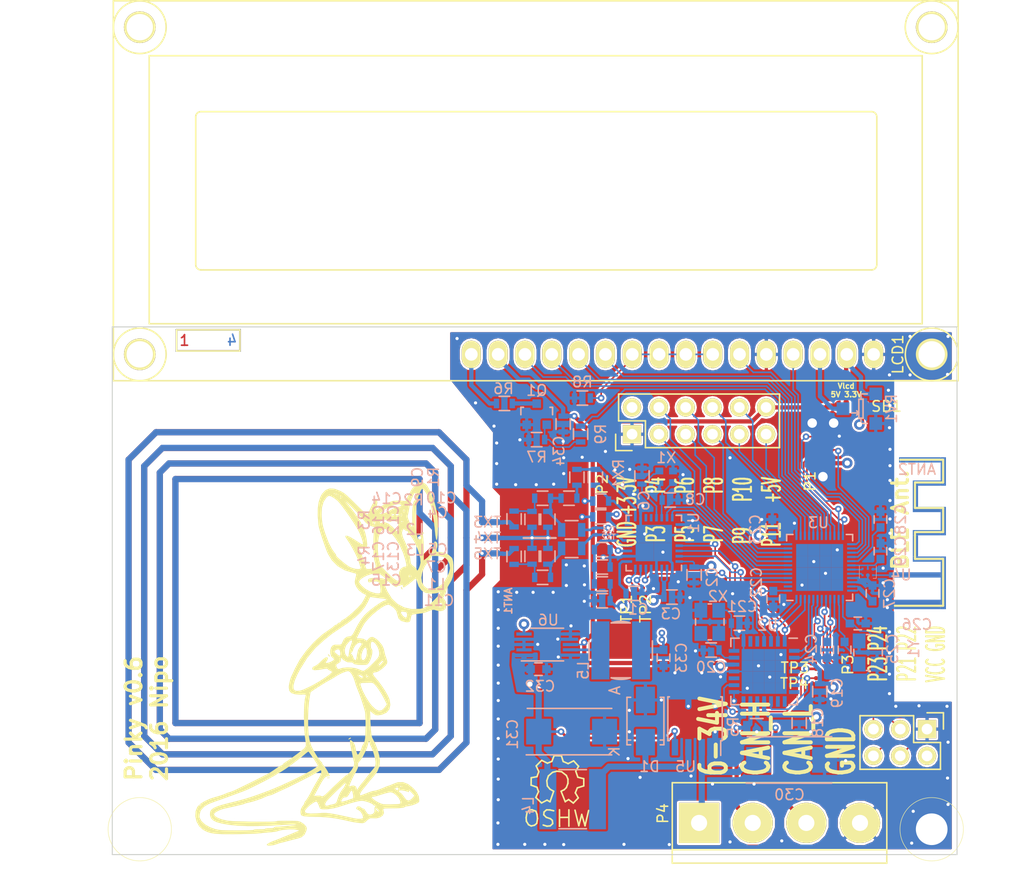
<source format=kicad_pcb>
(kicad_pcb (version 4) (host pcbnew 4.1.0-alpha+201605061002+6775~44~ubuntu14.04.1-product)

  (general
    (links 259)
    (no_connects 27)
    (area 49 48.869999 147.806382 135.845001)
    (thickness 1.6)
    (drawings 25)
    (tracks 1104)
    (zones 0)
    (modules 84)
    (nets 86)
  )

  (page A4)
  (layers
    (0 F.Cu mixed)
    (1 In1.Cu power hide)
    (2 In2.Cu power hide)
    (31 B.Cu mixed)
    (34 B.Paste user hide)
    (35 F.Paste user hide)
    (36 B.SilkS user hide)
    (37 F.SilkS user)
    (38 B.Mask user hide)
    (39 F.Mask user hide)
    (40 Dwgs.User user)
    (41 Cmts.User user)
    (44 Edge.Cuts user)
    (45 Margin user)
    (46 B.CrtYd user)
    (47 F.CrtYd user)
    (48 B.Fab user)
    (49 F.Fab user)
  )

  (setup
    (last_trace_width 0.1524)
    (user_trace_width 0.1524)
    (user_trace_width 0.25)
    (user_trace_width 0.4)
    (user_trace_width 0.58)
    (user_trace_width 1)
    (trace_clearance 0.1524)
    (zone_clearance 0.2)
    (zone_45_only yes)
    (trace_min 0.1524)
    (segment_width 0.2)
    (edge_width 0.1)
    (via_size 0.61)
    (via_drill 0.3)
    (via_min_size 0.6048)
    (via_min_drill 0.3)
    (user_via 0.61 0.3)
    (uvia_size 0.3)
    (uvia_drill 0.1)
    (uvias_allowed no)
    (uvia_min_size 0.2)
    (uvia_min_drill 0.1)
    (pcb_text_width 0.3)
    (pcb_text_size 1.5 1.5)
    (mod_edge_width 0.15)
    (mod_text_size 1 1)
    (mod_text_width 0.15)
    (pad_size 3 3)
    (pad_drill 3)
    (pad_to_mask_clearance 0)
    (aux_axis_origin 0 0)
    (visible_elements FFFFFF7F)
    (pcbplotparams
      (layerselection 0x00000_fffffff9)
      (usegerberextensions false)
      (excludeedgelayer true)
      (linewidth 0.100000)
      (plotframeref false)
      (viasonmask false)
      (mode 1)
      (useauxorigin false)
      (hpglpennumber 1)
      (hpglpenspeed 20)
      (hpglpendiameter 15)
      (psnegative false)
      (psa4output false)
      (plotreference true)
      (plotvalue true)
      (plotinvisibletext false)
      (padsonsilk false)
      (subtractmaskfromsilk false)
      (outputformat 1)
      (mirror false)
      (drillshape 0)
      (scaleselection 1)
      (outputdirectory test))
  )

  (net 0 "")
  (net 1 GND)
  (net 2 +3V3)
  (net 3 /mcu/SWDIO)
  (net 4 /mcu/SWDCLK)
  (net 5 "Net-(L3-Pad1)")
  (net 6 +5V)
  (net 7 "Net-(C14-Pad1)")
  (net 8 "Net-(TP3-Pad1)")
  (net 9 "Net-(TP2-Pad1)")
  (net 10 "Net-(TP1-Pad1)")
  (net 11 "Net-(TP4-Pad1)")
  (net 12 /P25)
  (net 13 /P26)
  (net 14 /P20)
  (net 15 /P19)
  (net 16 /P11)
  (net 17 /P12)
  (net 18 /P13)
  (net 19 /P14)
  (net 20 /P15)
  (net 21 /P16)
  (net 22 /P17)
  (net 23 /P18)
  (net 24 /P27)
  (net 25 /P28)
  (net 26 /P29)
  (net 27 /P7)
  (net 28 /P6)
  (net 29 /P5)
  (net 30 /P4)
  (net 31 /P3)
  (net 32 /P10)
  (net 33 /P9)
  (net 34 /P8)
  (net 35 /P30)
  (net 36 /P0)
  (net 37 /P1)
  (net 38 /P2)
  (net 39 "Net-(C26-Pad2)")
  (net 40 /P21)
  (net 41 /P22)
  (net 42 /P23)
  (net 43 /P24)
  (net 44 "Net-(ANT1-Pad3)")
  (net 45 "Net-(ANT1-Pad1)")
  (net 46 "Net-(ANT2-Pad2)")
  (net 47 "Net-(C8-Pad1)")
  (net 48 "Net-(Q1-Pad3)")
  (net 49 "Net-(L5-Pad2)")
  (net 50 "Net-(D1-Pad1)")
  (net 51 "Net-(C9-Pad2)")
  (net 52 "Net-(L2-Pad1)")
  (net 53 "Net-(C13-Pad2)")
  (net 54 "Net-(C12-Pad1)")
  (net 55 "Net-(C15-Pad1)")
  (net 56 "Net-(C9-Pad1)")
  (net 57 "Net-(C5-Pad2)")
  (net 58 "Net-(C10-Pad2)")
  (net 59 "Net-(C6-Pad1)")
  (net 60 "Net-(C21-Pad1)")
  (net 61 "Net-(C20-Pad1)")
  (net 62 "Net-(U3-Pad32)")
  (net 63 "Net-(U3-Pad31)")
  (net 64 "Net-(C29-Pad1)")
  (net 65 "Net-(U3-Pad2)")
  (net 66 "Net-(C28-Pad1)")
  (net 67 "Net-(C25-Pad2)")
  (net 68 "Net-(C24-Pad2)")
  (net 69 "Net-(U1-Pad19)")
  (net 70 "Net-(U1-Pad20)")
  (net 71 "Net-(U2-Pad6)")
  (net 72 "Net-(U2-Pad7)")
  (net 73 "Net-(U2-Pad8)")
  (net 74 "Net-(U2-Pad9)")
  (net 75 "Net-(U2-Pad23)")
  (net 76 "Net-(U2-Pad24)")
  (net 77 /can/VSupply)
  (net 78 "Net-(P4-Pad3)")
  (net 79 "Net-(P4-Pad2)")
  (net 80 "Net-(LCD1-Pad2)")
  (net 81 "Net-(LCD1-Pad10)")
  (net 82 "Net-(LCD1-Pad3)")
  (net 83 "Net-(Q1-Pad1)")
  (net 84 "Net-(LCD1-Pad16)")
  (net 85 "Net-(X1-Pad3)")

  (net_class Default "This is the default net class."
    (clearance 0.1524)
    (trace_width 0.1524)
    (via_dia 0.61)
    (via_drill 0.3)
    (uvia_dia 0.3)
    (uvia_drill 0.1)
    (add_net /P0)
    (add_net /P1)
    (add_net /P10)
    (add_net /P11)
    (add_net /P12)
    (add_net /P13)
    (add_net /P14)
    (add_net /P15)
    (add_net /P16)
    (add_net /P17)
    (add_net /P18)
    (add_net /P19)
    (add_net /P2)
    (add_net /P20)
    (add_net /P21)
    (add_net /P22)
    (add_net /P23)
    (add_net /P24)
    (add_net /P25)
    (add_net /P26)
    (add_net /P27)
    (add_net /P28)
    (add_net /P29)
    (add_net /P3)
    (add_net /P30)
    (add_net /P4)
    (add_net /P5)
    (add_net /P6)
    (add_net /P7)
    (add_net /P8)
    (add_net /P9)
    (add_net /can/VSupply)
    (add_net /mcu/SWDCLK)
    (add_net /mcu/SWDIO)
    (add_net GND)
    (add_net "Net-(ANT1-Pad1)")
    (add_net "Net-(ANT1-Pad3)")
    (add_net "Net-(ANT2-Pad2)")
    (add_net "Net-(C10-Pad2)")
    (add_net "Net-(C12-Pad1)")
    (add_net "Net-(C13-Pad2)")
    (add_net "Net-(C14-Pad1)")
    (add_net "Net-(C15-Pad1)")
    (add_net "Net-(C20-Pad1)")
    (add_net "Net-(C21-Pad1)")
    (add_net "Net-(C24-Pad2)")
    (add_net "Net-(C25-Pad2)")
    (add_net "Net-(C26-Pad2)")
    (add_net "Net-(C28-Pad1)")
    (add_net "Net-(C29-Pad1)")
    (add_net "Net-(C5-Pad2)")
    (add_net "Net-(C6-Pad1)")
    (add_net "Net-(C8-Pad1)")
    (add_net "Net-(C9-Pad1)")
    (add_net "Net-(C9-Pad2)")
    (add_net "Net-(D1-Pad1)")
    (add_net "Net-(L2-Pad1)")
    (add_net "Net-(L3-Pad1)")
    (add_net "Net-(L5-Pad2)")
    (add_net "Net-(LCD1-Pad10)")
    (add_net "Net-(LCD1-Pad16)")
    (add_net "Net-(LCD1-Pad2)")
    (add_net "Net-(LCD1-Pad3)")
    (add_net "Net-(P4-Pad2)")
    (add_net "Net-(P4-Pad3)")
    (add_net "Net-(Q1-Pad1)")
    (add_net "Net-(Q1-Pad3)")
    (add_net "Net-(TP1-Pad1)")
    (add_net "Net-(TP2-Pad1)")
    (add_net "Net-(TP3-Pad1)")
    (add_net "Net-(TP4-Pad1)")
    (add_net "Net-(U1-Pad19)")
    (add_net "Net-(U1-Pad20)")
    (add_net "Net-(U2-Pad23)")
    (add_net "Net-(U2-Pad24)")
    (add_net "Net-(U2-Pad6)")
    (add_net "Net-(U2-Pad7)")
    (add_net "Net-(U2-Pad8)")
    (add_net "Net-(U2-Pad9)")
    (add_net "Net-(U3-Pad2)")
    (add_net "Net-(U3-Pad31)")
    (add_net "Net-(U3-Pad32)")
    (add_net "Net-(X1-Pad3)")
  )

  (net_class Power ""
    (clearance 0.1524)
    (trace_width 0.4)
    (via_dia 1)
    (via_drill 0.5)
    (uvia_dia 0.3)
    (uvia_drill 0.1)
    (add_net +3V3)
    (add_net +5V)
  )

  (module Capacitors_SMD:C_0603 (layer B.Cu) (tedit 5415D631) (tstamp 57A86D94)
    (at 112.2 111.35 270)
    (descr "Capacitor SMD 0603, reflow soldering, AVX (see smccp.pdf)")
    (tags "capacitor 0603")
    (path /57ADA116/57ADA86E)
    (attr smd)
    (fp_text reference C33 (at 0 -1.7 270) (layer B.SilkS)
      (effects (font (size 1 1) (thickness 0.15)) (justify mirror))
    )
    (fp_text value 22uF (at -0.4 0.1 270) (layer B.Fab)
      (effects (font (size 1 1) (thickness 0.15)) (justify mirror))
    )
    (fp_line (start -1.45 0.75) (end 1.45 0.75) (layer B.CrtYd) (width 0.05))
    (fp_line (start -1.45 -0.75) (end 1.45 -0.75) (layer B.CrtYd) (width 0.05))
    (fp_line (start -1.45 0.75) (end -1.45 -0.75) (layer B.CrtYd) (width 0.05))
    (fp_line (start 1.45 0.75) (end 1.45 -0.75) (layer B.CrtYd) (width 0.05))
    (fp_line (start -0.35 0.6) (end 0.35 0.6) (layer B.SilkS) (width 0.15))
    (fp_line (start 0.35 -0.6) (end -0.35 -0.6) (layer B.SilkS) (width 0.15))
    (pad 1 smd rect (at -0.75 0 270) (size 0.8 0.75) (layers B.Cu B.Paste B.Mask)
      (net 2 +3V3))
    (pad 2 smd rect (at 0.75 0 270) (size 0.8 0.75) (layers B.Cu B.Paste B.Mask)
      (net 1 GND))
    (model Capacitors_SMD.3dshapes/C_0603.wrl
      (at (xyz 0 0 0))
      (scale (xyz 1 1 1))
      (rotate (xyz 0 0 0))
    )
  )

  (module VSSOP:VSSOP-10_3.1x3.1mm_Pitch0.5mm (layer B.Cu) (tedit 56C5753E) (tstamp 57A8696C)
    (at 101.188466 110.098)
    (descr "10-Lead Plastic Small Outline Package")
    (tags "VSSOP 0.5")
    (path /57ADA116/57ADA870)
    (attr smd)
    (fp_text reference U6 (at 0.101534 -2.318 180) (layer B.SilkS)
      (effects (font (size 1 1) (thickness 0.15)) (justify mirror))
    )
    (fp_text value TPS62056 (at -0.138466 0.132) (layer B.Fab)
      (effects (font (size 1 1) (thickness 0.15)) (justify mirror))
    )
    (fp_line (start 1.55 -1.55) (end -1.55 -1.55) (layer B.SilkS) (width 0.15))
    (fp_line (start -2.45 1.55) (end 1.55 1.55) (layer B.SilkS) (width 0.15))
    (fp_line (start -2.45 1.55) (end 2.45 1.55) (layer B.CrtYd) (width 0.05))
    (fp_line (start -2.45 1.55) (end -2.45 -1.55) (layer B.CrtYd) (width 0.05))
    (fp_line (start 2.45 -1.55) (end -2.45 -1.55) (layer B.CrtYd) (width 0.05))
    (fp_line (start 2.45 1.55) (end 2.45 -1.55) (layer B.CrtYd) (width 0.05))
    (pad 1 smd rect (at -2.2 1) (size 1.45 0.3) (layers B.Cu B.Paste B.Mask)
      (net 6 +5V))
    (pad 2 smd rect (at -2.2 0.5) (size 1.45 0.3) (layers B.Cu B.Paste B.Mask)
      (net 1 GND))
    (pad 3 smd rect (at -2.2 0) (size 1.45 0.3) (layers B.Cu B.Paste B.Mask)
      (net 1 GND))
    (pad 4 smd rect (at -2.2 -0.5) (size 1.45 0.3) (layers B.Cu B.Paste B.Mask)
      (net 1 GND))
    (pad 5 smd rect (at -2.2 -1) (size 1.45 0.3) (layers B.Cu B.Paste B.Mask)
      (net 2 +3V3))
    (pad 7 smd rect (at 2.2 -0.5) (size 1.45 0.3) (layers B.Cu B.Paste B.Mask)
      (net 1 GND))
    (pad 10 smd rect (at 2.2 1) (size 1.45 0.3) (layers B.Cu B.Paste B.Mask)
      (net 1 GND))
    (pad 9 smd rect (at 2.2 0.5) (size 1.45 0.3) (layers B.Cu B.Paste B.Mask)
      (net 49 "Net-(L5-Pad2)"))
    (pad 8 smd rect (at 2.2 0) (size 1.45 0.3) (layers B.Cu B.Paste B.Mask)
      (net 6 +5V))
    (pad 6 smd rect (at 2.2 -1) (size 1.45 0.3) (layers B.Cu B.Paste B.Mask)
      (net 1 GND))
    (model Housings_SSOP.3dshapes/MSOP-10-1EP_3x3mm_Pitch0.5mm.wrl
      (at (xyz 0 0 0))
      (scale (xyz 1 1 0.8))
      (rotate (xyz 0 0 0))
    )
  )

  (module Capacitors_SMD:C_0603 (layer B.Cu) (tedit 5415D631) (tstamp 57A86DB6)
    (at 100.365 112.43)
    (descr "Capacitor SMD 0603, reflow soldering, AVX (see smccp.pdf)")
    (tags "capacitor 0603")
    (path /57ADA116/57ADA86F)
    (attr smd)
    (fp_text reference C32 (at 0.135 1.62) (layer B.SilkS)
      (effects (font (size 1 1) (thickness 0.15)) (justify mirror))
    )
    (fp_text value 10uF (at -0.125 0) (layer B.Fab)
      (effects (font (size 1 1) (thickness 0.15)) (justify mirror))
    )
    (fp_line (start -1.45 0.75) (end 1.45 0.75) (layer B.CrtYd) (width 0.05))
    (fp_line (start -1.45 -0.75) (end 1.45 -0.75) (layer B.CrtYd) (width 0.05))
    (fp_line (start -1.45 0.75) (end -1.45 -0.75) (layer B.CrtYd) (width 0.05))
    (fp_line (start 1.45 0.75) (end 1.45 -0.75) (layer B.CrtYd) (width 0.05))
    (fp_line (start -0.35 0.6) (end 0.35 0.6) (layer B.SilkS) (width 0.15))
    (fp_line (start 0.35 -0.6) (end -0.35 -0.6) (layer B.SilkS) (width 0.15))
    (pad 1 smd rect (at -0.75 0) (size 0.8 0.75) (layers B.Cu B.Paste B.Mask)
      (net 6 +5V))
    (pad 2 smd rect (at 0.75 0) (size 0.8 0.75) (layers B.Cu B.Paste B.Mask)
      (net 1 GND))
    (model Capacitors_SMD.3dshapes/C_0603.wrl
      (at (xyz 0 0 0))
      (scale (xyz 1 1 1))
      (rotate (xyz 0 0 0))
    )
  )

  (module Connect:bornier4 (layer F.Cu) (tedit 0) (tstamp 57AADD2E)
    (at 123.19 127)
    (descr "Bornier d'alimentation 4 pins")
    (tags DEV)
    (path /57A213A9/57A5C395)
    (fp_text reference P4 (at -11.049 -0.889 90) (layer F.SilkS)
      (effects (font (size 1 1) (thickness 0.15)))
    )
    (fp_text value CAN (at 0 5.08) (layer F.Fab)
      (effects (font (size 1 1) (thickness 0.15)))
    )
    (fp_line (start -10.16 -3.81) (end -10.16 3.81) (layer F.SilkS) (width 0.15))
    (fp_line (start 10.16 3.81) (end 10.16 -3.81) (layer F.SilkS) (width 0.15))
    (fp_line (start 10.16 2.54) (end -10.16 2.54) (layer F.SilkS) (width 0.15))
    (fp_line (start -10.16 -3.81) (end 10.16 -3.81) (layer F.SilkS) (width 0.15))
    (fp_line (start -10.16 3.81) (end 10.16 3.81) (layer F.SilkS) (width 0.15))
    (pad 2 thru_hole circle (at -2.54 0) (size 3.81 3.81) (drill 1.524) (layers *.Cu *.Mask F.SilkS)
      (net 79 "Net-(P4-Pad2)"))
    (pad 3 thru_hole circle (at 2.54 0) (size 3.81 3.81) (drill 1.524) (layers *.Cu *.Mask F.SilkS)
      (net 78 "Net-(P4-Pad3)"))
    (pad 1 thru_hole rect (at -7.62 0) (size 3.81 3.81) (drill 1.524) (layers *.Cu *.Mask F.SilkS)
      (net 77 /can/VSupply))
    (pad 4 thru_hole circle (at 7.62 0) (size 3.81 3.81) (drill 1.524) (layers *.Cu *.Mask F.SilkS)
      (net 1 GND))
    (model Connect.3dshapes/bornier4.wrl
      (at (xyz 0 0 0))
      (scale (xyz 1 1 1))
      (rotate (xyz 0 0 0))
    )
  )

  (module Test_point:Round-SMD-Pad_0.4mm (layer F.Cu) (tedit 57AA5231) (tstamp 57A99107)
    (at 126.651 113.284 90)
    (path /57A213A9/57A65E93)
    (fp_text reference TP4 (at -0.508 -2.064 180) (layer F.SilkS)
      (effects (font (size 1 1) (thickness 0.15)))
    )
    (fp_text value CAN_RX (at 0 -0.9 90) (layer F.Fab) hide
      (effects (font (size 1 1) (thickness 0.15)))
    )
    (pad 1 smd circle (at 0 0 90) (size 0.4 0.4) (layers F.Cu F.Mask)
      (net 11 "Net-(TP4-Pad1)") (solder_mask_margin 0.001))
  )

  (module Test_point:Round-SMD-Pad_0.4mm (layer F.Cu) (tedit 57AA522D) (tstamp 57A990F2)
    (at 109.25 104.75 180)
    (path /57A213A5/57A666E4)
    (fp_text reference TP1 (at 0.55 -1.95 270) (layer F.SilkS)
      (effects (font (size 1 1) (thickness 0.15)))
    )
    (fp_text value SIGOUT (at 0 -0.9 180) (layer F.Fab) hide
      (effects (font (size 1 1) (thickness 0.15)))
    )
    (pad 1 smd circle (at 0 0 180) (size 0.4 0.4) (layers F.Cu F.Mask)
      (net 10 "Net-(TP1-Pad1)") (solder_mask_margin 0.001))
  )

  (module Test_point:Round-SMD-Pad_0.4mm (layer F.Cu) (tedit 57AA522A) (tstamp 57A990E5)
    (at 110.25 104.75 90)
    (path /57A213A5/57A667A5)
    (fp_text reference TP2 (at -1.95 0.25 90) (layer F.SilkS)
      (effects (font (size 1 1) (thickness 0.15)))
    )
    (fp_text value SIGIN (at 0 -0.9 90) (layer F.Fab) hide
      (effects (font (size 1 1) (thickness 0.15)))
    )
    (pad 1 smd circle (at 0 0 90) (size 0.4 0.4) (layers F.Cu F.Mask)
      (net 9 "Net-(TP2-Pad1)") (solder_mask_margin 0.001))
  )

  (module Test_point:Round-SMD-Pad_0.4mm (layer F.Cu) (tedit 57AA5233) (tstamp 57A86C60)
    (at 126.651 112.405 180)
    (path /57A213A9/57A65EC6)
    (fp_text reference TP3 (at 2 0.1 180) (layer F.SilkS)
      (effects (font (size 1 1) (thickness 0.15)))
    )
    (fp_text value CAN_TX (at 0 -0.9 180) (layer F.Fab) hide
      (effects (font (size 1 1) (thickness 0.15)))
    )
    (pad 1 smd circle (at 0 0 180) (size 0.4 0.4) (layers F.Cu F.Mask)
      (net 8 "Net-(TP3-Pad1)") (solder_mask_margin 0.001))
  )

  (module Resistors_SMD:R_0805 (layer B.Cu) (tedit 5415CDEB) (tstamp 57A8DE47)
    (at 103.5 99.23223 180)
    (descr "Resistor SMD 0805, reflow soldering, Vishay (see dcrcw.pdf)")
    (tags "resistor 0805")
    (path /57A213A5/57A4D73C)
    (attr smd)
    (fp_text reference L2 (at 14.854 0.04523 180) (layer B.SilkS)
      (effects (font (size 1 1) (thickness 0.15)) (justify mirror))
    )
    (fp_text value 560nH (at -0.85 -0.91777 270) (layer B.Fab)
      (effects (font (size 1 1) (thickness 0.15)) (justify mirror))
    )
    (fp_line (start -1.6 1) (end 1.6 1) (layer B.CrtYd) (width 0.05))
    (fp_line (start -1.6 -1) (end 1.6 -1) (layer B.CrtYd) (width 0.05))
    (fp_line (start -1.6 1) (end -1.6 -1) (layer B.CrtYd) (width 0.05))
    (fp_line (start 1.6 1) (end 1.6 -1) (layer B.CrtYd) (width 0.05))
    (fp_line (start 0.6 -0.875) (end -0.6 -0.875) (layer B.SilkS) (width 0.15))
    (fp_line (start -0.6 0.875) (end 0.6 0.875) (layer B.SilkS) (width 0.15))
    (pad 1 smd rect (at -0.95 0 180) (size 0.7 1.3) (layers B.Cu B.Paste B.Mask)
      (net 52 "Net-(L2-Pad1)"))
    (pad 2 smd rect (at 0.95 0 180) (size 0.7 1.3) (layers B.Cu B.Paste B.Mask)
      (net 54 "Net-(C12-Pad1)"))
    (model Resistors_SMD.3dshapes/R_0805.wrl
      (at (xyz 0 0 0))
      (scale (xyz 1 1 1))
      (rotate (xyz 0 0 0))
    )
  )

  (module Resistors_SMD:R_0805 (layer B.Cu) (tedit 5415CDEB) (tstamp 57A8DE26)
    (at 103.5 100.98223 180)
    (descr "Resistor SMD 0805, reflow soldering, Vishay (see dcrcw.pdf)")
    (tags "resistor 0805")
    (path /57A213A5/57A4D774)
    (attr smd)
    (fp_text reference L3 (at 14.8 -0.16777 180) (layer B.SilkS)
      (effects (font (size 1 1) (thickness 0.15)) (justify mirror))
    )
    (fp_text value 560nH (at 0.5 0.88223 270) (layer B.Fab)
      (effects (font (size 1 1) (thickness 0.15)) (justify mirror))
    )
    (fp_line (start -1.6 1) (end 1.6 1) (layer B.CrtYd) (width 0.05))
    (fp_line (start -1.6 -1) (end 1.6 -1) (layer B.CrtYd) (width 0.05))
    (fp_line (start -1.6 1) (end -1.6 -1) (layer B.CrtYd) (width 0.05))
    (fp_line (start 1.6 1) (end 1.6 -1) (layer B.CrtYd) (width 0.05))
    (fp_line (start 0.6 -0.875) (end -0.6 -0.875) (layer B.SilkS) (width 0.15))
    (fp_line (start -0.6 0.875) (end 0.6 0.875) (layer B.SilkS) (width 0.15))
    (pad 1 smd rect (at -0.95 0 180) (size 0.7 1.3) (layers B.Cu B.Paste B.Mask)
      (net 5 "Net-(L3-Pad1)"))
    (pad 2 smd rect (at 0.95 0 180) (size 0.7 1.3) (layers B.Cu B.Paste B.Mask)
      (net 53 "Net-(C13-Pad2)"))
    (model Resistors_SMD.3dshapes/R_0805.wrl
      (at (xyz 0 0 0))
      (scale (xyz 1 1 1))
      (rotate (xyz 0 0 0))
    )
  )

  (module Resistors_SMD:R_0603 (layer B.Cu) (tedit 5415CC62) (tstamp 57A8CB0F)
    (at 98.05 101.75 270)
    (descr "Resistor SMD 0603, reflow soldering, Vishay (see dcrcw.pdf)")
    (tags "resistor 0603")
    (path /57A213A5/57A4DBAE)
    (attr smd)
    (fp_text reference R4 (at -0.1 14.2 270) (layer B.SilkS)
      (effects (font (size 1 1) (thickness 0.15)) (justify mirror))
    )
    (fp_text value 0R (at 0 0.11777 270) (layer B.Fab)
      (effects (font (size 1 1) (thickness 0.15)) (justify mirror))
    )
    (fp_line (start -1.3 0.8) (end 1.3 0.8) (layer B.CrtYd) (width 0.05))
    (fp_line (start -1.3 -0.8) (end 1.3 -0.8) (layer B.CrtYd) (width 0.05))
    (fp_line (start -1.3 0.8) (end -1.3 -0.8) (layer B.CrtYd) (width 0.05))
    (fp_line (start 1.3 0.8) (end 1.3 -0.8) (layer B.CrtYd) (width 0.05))
    (fp_line (start 0.5 -0.675) (end -0.5 -0.675) (layer B.SilkS) (width 0.15))
    (fp_line (start -0.5 0.675) (end 0.5 0.675) (layer B.SilkS) (width 0.15))
    (pad 1 smd rect (at -0.75 0 270) (size 0.5 0.9) (layers B.Cu B.Paste B.Mask)
      (net 44 "Net-(ANT1-Pad3)"))
    (pad 2 smd rect (at 0.75 0 270) (size 0.5 0.9) (layers B.Cu B.Paste B.Mask)
      (net 55 "Net-(C15-Pad1)"))
    (model Resistors_SMD.3dshapes/R_0603.wrl
      (at (xyz 0 0 0))
      (scale (xyz 1 1 1))
      (rotate (xyz 0 0 0))
    )
  )

  (module Resistors_SMD:R_0603 (layer B.Cu) (tedit 5415CC62) (tstamp 57A8CAED)
    (at 98.05 98.2 90)
    (descr "Resistor SMD 0603, reflow soldering, Vishay (see dcrcw.pdf)")
    (tags "resistor 0603")
    (path /57A213A5/57A4DB3C)
    (attr smd)
    (fp_text reference R3 (at -0.1 -14.2 90) (layer B.SilkS)
      (effects (font (size 1 1) (thickness 0.15)) (justify mirror))
    )
    (fp_text value 0R (at 0 0.01777 90) (layer B.Fab)
      (effects (font (size 1 1) (thickness 0.15)) (justify mirror))
    )
    (fp_line (start -1.3 0.8) (end 1.3 0.8) (layer B.CrtYd) (width 0.05))
    (fp_line (start -1.3 -0.8) (end 1.3 -0.8) (layer B.CrtYd) (width 0.05))
    (fp_line (start -1.3 0.8) (end -1.3 -0.8) (layer B.CrtYd) (width 0.05))
    (fp_line (start 1.3 0.8) (end 1.3 -0.8) (layer B.CrtYd) (width 0.05))
    (fp_line (start 0.5 -0.675) (end -0.5 -0.675) (layer B.SilkS) (width 0.15))
    (fp_line (start -0.5 0.675) (end 0.5 0.675) (layer B.SilkS) (width 0.15))
    (pad 1 smd rect (at -0.75 0 90) (size 0.5 0.9) (layers B.Cu B.Paste B.Mask)
      (net 45 "Net-(ANT1-Pad1)"))
    (pad 2 smd rect (at 0.75 0 90) (size 0.5 0.9) (layers B.Cu B.Paste B.Mask)
      (net 7 "Net-(C14-Pad1)"))
    (model Resistors_SMD.3dshapes/R_0603.wrl
      (at (xyz 0 0 0))
      (scale (xyz 1 1 1))
      (rotate (xyz 0 0 0))
    )
  )

  (module Resistors_SMD:R_0603 (layer B.Cu) (tedit 5415CC62) (tstamp 57A8CACB)
    (at 103.25 96.23223)
    (descr "Resistor SMD 0603, reflow soldering, Vishay (see dcrcw.pdf)")
    (tags "resistor 0603")
    (path /57A213A5/57A4E4E3)
    (attr smd)
    (fp_text reference R2 (at -14.731 0.16077) (layer B.SilkS)
      (effects (font (size 1 1) (thickness 0.15)) (justify mirror))
    )
    (fp_text value 2k (at 0 0.01777) (layer B.Fab)
      (effects (font (size 1 1) (thickness 0.15)) (justify mirror))
    )
    (fp_line (start -1.3 0.8) (end 1.3 0.8) (layer B.CrtYd) (width 0.05))
    (fp_line (start -1.3 -0.8) (end 1.3 -0.8) (layer B.CrtYd) (width 0.05))
    (fp_line (start -1.3 0.8) (end -1.3 -0.8) (layer B.CrtYd) (width 0.05))
    (fp_line (start 1.3 0.8) (end 1.3 -0.8) (layer B.CrtYd) (width 0.05))
    (fp_line (start 0.5 -0.675) (end -0.5 -0.675) (layer B.SilkS) (width 0.15))
    (fp_line (start -0.5 0.675) (end 0.5 0.675) (layer B.SilkS) (width 0.15))
    (pad 1 smd rect (at -0.75 0) (size 0.5 0.9) (layers B.Cu B.Paste B.Mask)
      (net 54 "Net-(C12-Pad1)"))
    (pad 2 smd rect (at 0.75 0) (size 0.5 0.9) (layers B.Cu B.Paste B.Mask)
      (net 56 "Net-(C9-Pad1)"))
    (model Resistors_SMD.3dshapes/R_0603.wrl
      (at (xyz 0 0 0))
      (scale (xyz 1 1 1))
      (rotate (xyz 0 0 0))
    )
  )

  (module Resistors_SMD:R_0603 (layer B.Cu) (tedit 5415CC62) (tstamp 57A8CA93)
    (at 105.75 94.25 90)
    (descr "Resistor SMD 0603, reflow soldering, Vishay (see dcrcw.pdf)")
    (tags "resistor 0603")
    (path /57A213A5/57A4E064)
    (attr smd)
    (fp_text reference R1 (at 0.016 -15.326 90) (layer B.SilkS)
      (effects (font (size 1 1) (thickness 0.15)) (justify mirror))
    )
    (fp_text value 1K (at 0 0 90) (layer B.Fab)
      (effects (font (size 1 1) (thickness 0.15)) (justify mirror))
    )
    (fp_line (start -1.3 0.8) (end 1.3 0.8) (layer B.CrtYd) (width 0.05))
    (fp_line (start -1.3 -0.8) (end 1.3 -0.8) (layer B.CrtYd) (width 0.05))
    (fp_line (start -1.3 0.8) (end -1.3 -0.8) (layer B.CrtYd) (width 0.05))
    (fp_line (start 1.3 0.8) (end 1.3 -0.8) (layer B.CrtYd) (width 0.05))
    (fp_line (start 0.5 -0.675) (end -0.5 -0.675) (layer B.SilkS) (width 0.15))
    (fp_line (start -0.5 0.675) (end 0.5 0.675) (layer B.SilkS) (width 0.15))
    (pad 1 smd rect (at -0.75 0 90) (size 0.5 0.9) (layers B.Cu B.Paste B.Mask)
      (net 58 "Net-(C10-Pad2)"))
    (pad 2 smd rect (at 0.75 0 90) (size 0.5 0.9) (layers B.Cu B.Paste B.Mask)
      (net 51 "Net-(C9-Pad2)"))
    (model Resistors_SMD.3dshapes/R_0603.wrl
      (at (xyz 0 0 0))
      (scale (xyz 1 1 1))
      (rotate (xyz 0 0 0))
    )
  )

  (module Resistors_SMD:R_0603 (layer B.Cu) (tedit 5415CC62) (tstamp 57A8C9EB)
    (at 109.4 105.25)
    (descr "Resistor SMD 0603, reflow soldering, Vishay (see dcrcw.pdf)")
    (tags "resistor 0603")
    (path /57A213A5/57A89CF4)
    (attr smd)
    (fp_text reference C1 (at 0.4 1.5) (layer B.SilkS)
      (effects (font (size 1 1) (thickness 0.15)) (justify mirror))
    )
    (fp_text value 100nF (at 0.582 -0.602) (layer B.Fab)
      (effects (font (size 1 1) (thickness 0.15)) (justify mirror))
    )
    (fp_line (start -1.3 0.8) (end 1.3 0.8) (layer B.CrtYd) (width 0.05))
    (fp_line (start -1.3 -0.8) (end 1.3 -0.8) (layer B.CrtYd) (width 0.05))
    (fp_line (start -1.3 0.8) (end -1.3 -0.8) (layer B.CrtYd) (width 0.05))
    (fp_line (start 1.3 0.8) (end 1.3 -0.8) (layer B.CrtYd) (width 0.05))
    (fp_line (start 0.5 -0.675) (end -0.5 -0.675) (layer B.SilkS) (width 0.15))
    (fp_line (start -0.5 0.675) (end 0.5 0.675) (layer B.SilkS) (width 0.15))
    (pad 1 smd rect (at -0.75 0) (size 0.5 0.9) (layers B.Cu B.Paste B.Mask)
      (net 2 +3V3))
    (pad 2 smd rect (at 0.75 0) (size 0.5 0.9) (layers B.Cu B.Paste B.Mask)
      (net 1 GND))
    (model Resistors_SMD.3dshapes/R_0603.wrl
      (at (xyz 0 0 0))
      (scale (xyz 1 1 1))
      (rotate (xyz 0 0 0))
    )
  )

  (module Resistors_SMD:R_0603 (layer B.Cu) (tedit 5415CC62) (tstamp 57A8C99D)
    (at 106.25 98 180)
    (descr "Resistor SMD 0603, reflow soldering, Vishay (see dcrcw.pdf)")
    (tags "resistor 0603")
    (path /57A213A5/57A89BE9)
    (attr smd)
    (fp_text reference C4 (at 15.45 0.4 180) (layer B.SilkS)
      (effects (font (size 1 1) (thickness 0.15)) (justify mirror))
    )
    (fp_text value 100nF (at -0.7 -0.05 180) (layer B.Fab)
      (effects (font (size 1 1) (thickness 0.15)) (justify mirror))
    )
    (fp_line (start -1.3 0.8) (end 1.3 0.8) (layer B.CrtYd) (width 0.05))
    (fp_line (start -1.3 -0.8) (end 1.3 -0.8) (layer B.CrtYd) (width 0.05))
    (fp_line (start -1.3 0.8) (end -1.3 -0.8) (layer B.CrtYd) (width 0.05))
    (fp_line (start 1.3 0.8) (end 1.3 -0.8) (layer B.CrtYd) (width 0.05))
    (fp_line (start 0.5 -0.675) (end -0.5 -0.675) (layer B.SilkS) (width 0.15))
    (fp_line (start -0.5 0.675) (end 0.5 0.675) (layer B.SilkS) (width 0.15))
    (pad 1 smd rect (at -0.75 0 180) (size 0.5 0.9) (layers B.Cu B.Paste B.Mask)
      (net 2 +3V3))
    (pad 2 smd rect (at 0.75 0 180) (size 0.5 0.9) (layers B.Cu B.Paste B.Mask)
      (net 1 GND))
    (model Resistors_SMD.3dshapes/R_0603.wrl
      (at (xyz 0 0 0))
      (scale (xyz 1 1 1))
      (rotate (xyz 0 0 0))
    )
  )

  (module Resistors_SMD:R_0603 (layer B.Cu) (tedit 5415CC62) (tstamp 57A8C965)
    (at 106.25 96.5)
    (descr "Resistor SMD 0603, reflow soldering, Vishay (see dcrcw.pdf)")
    (tags "resistor 0603")
    (path /57A213A5/57A4DFDD)
    (attr smd)
    (fp_text reference C10 (at -15.1 -0.3) (layer B.SilkS)
      (effects (font (size 1 1) (thickness 0.15)) (justify mirror))
    )
    (fp_text value 100nF (at 0.65 -0.05) (layer B.Fab)
      (effects (font (size 1 1) (thickness 0.15)) (justify mirror))
    )
    (fp_line (start -1.3 0.8) (end 1.3 0.8) (layer B.CrtYd) (width 0.05))
    (fp_line (start -1.3 -0.8) (end 1.3 -0.8) (layer B.CrtYd) (width 0.05))
    (fp_line (start -1.3 0.8) (end -1.3 -0.8) (layer B.CrtYd) (width 0.05))
    (fp_line (start 1.3 0.8) (end 1.3 -0.8) (layer B.CrtYd) (width 0.05))
    (fp_line (start 0.5 -0.675) (end -0.5 -0.675) (layer B.SilkS) (width 0.15))
    (fp_line (start -0.5 0.675) (end 0.5 0.675) (layer B.SilkS) (width 0.15))
    (pad 1 smd rect (at -0.75 0) (size 0.5 0.9) (layers B.Cu B.Paste B.Mask)
      (net 1 GND))
    (pad 2 smd rect (at 0.75 0) (size 0.5 0.9) (layers B.Cu B.Paste B.Mask)
      (net 58 "Net-(C10-Pad2)"))
    (model Resistors_SMD.3dshapes/R_0603.wrl
      (at (xyz 0 0 0))
      (scale (xyz 1 1 1))
      (rotate (xyz 0 0 0))
    )
  )

  (module Resistors_SMD:R_0603 (layer B.Cu) (tedit 5415CC62) (tstamp 57A8C943)
    (at 104 94.25 90)
    (descr "Resistor SMD 0603, reflow soldering, Vishay (see dcrcw.pdf)")
    (tags "resistor 0603")
    (path /57A213A5/57A4E447)
    (attr smd)
    (fp_text reference C9 (at 0.016 -15.1 90) (layer B.SilkS)
      (effects (font (size 1 1) (thickness 0.15)) (justify mirror))
    )
    (fp_text value 1nF (at 0 0.05 90) (layer B.Fab)
      (effects (font (size 1 1) (thickness 0.15)) (justify mirror))
    )
    (fp_line (start -1.3 0.8) (end 1.3 0.8) (layer B.CrtYd) (width 0.05))
    (fp_line (start -1.3 -0.8) (end 1.3 -0.8) (layer B.CrtYd) (width 0.05))
    (fp_line (start -1.3 0.8) (end -1.3 -0.8) (layer B.CrtYd) (width 0.05))
    (fp_line (start 1.3 0.8) (end 1.3 -0.8) (layer B.CrtYd) (width 0.05))
    (fp_line (start 0.5 -0.675) (end -0.5 -0.675) (layer B.SilkS) (width 0.15))
    (fp_line (start -0.5 0.675) (end 0.5 0.675) (layer B.SilkS) (width 0.15))
    (pad 1 smd rect (at -0.75 0 90) (size 0.5 0.9) (layers B.Cu B.Paste B.Mask)
      (net 56 "Net-(C9-Pad1)"))
    (pad 2 smd rect (at 0.75 0 90) (size 0.5 0.9) (layers B.Cu B.Paste B.Mask)
      (net 51 "Net-(C9-Pad2)"))
    (model Resistors_SMD.3dshapes/R_0603.wrl
      (at (xyz 0 0 0))
      (scale (xyz 1 1 1))
      (rotate (xyz 0 0 0))
    )
  )

  (module Resistors_SMD:R_0603 (layer B.Cu) (tedit 5415CC62) (tstamp 57A8C921)
    (at 101.25 98.23223 270)
    (descr "Resistor SMD 0603, reflow soldering, Vishay (see dcrcw.pdf)")
    (tags "resistor 0603")
    (path /57A213A5/57A4D97C)
    (attr smd)
    (fp_text reference C12 (at 0.06577 14.636 270) (layer B.SilkS)
      (effects (font (size 1 1) (thickness 0.15)) (justify mirror))
    )
    (fp_text value 220pF (at -0.44223 0 270) (layer B.Fab)
      (effects (font (size 1 1) (thickness 0.15)) (justify mirror))
    )
    (fp_line (start -1.3 0.8) (end 1.3 0.8) (layer B.CrtYd) (width 0.05))
    (fp_line (start -1.3 -0.8) (end 1.3 -0.8) (layer B.CrtYd) (width 0.05))
    (fp_line (start -1.3 0.8) (end -1.3 -0.8) (layer B.CrtYd) (width 0.05))
    (fp_line (start 1.3 0.8) (end 1.3 -0.8) (layer B.CrtYd) (width 0.05))
    (fp_line (start 0.5 -0.675) (end -0.5 -0.675) (layer B.SilkS) (width 0.15))
    (fp_line (start -0.5 0.675) (end 0.5 0.675) (layer B.SilkS) (width 0.15))
    (pad 1 smd rect (at -0.75 0 270) (size 0.5 0.9) (layers B.Cu B.Paste B.Mask)
      (net 54 "Net-(C12-Pad1)"))
    (pad 2 smd rect (at 0.75 0 270) (size 0.5 0.9) (layers B.Cu B.Paste B.Mask)
      (net 1 GND))
    (model Resistors_SMD.3dshapes/R_0603.wrl
      (at (xyz 0 0 0))
      (scale (xyz 1 1 1))
      (rotate (xyz 0 0 0))
    )
  )

  (module Resistors_SMD:R_0603 (layer B.Cu) (tedit 5415CC62) (tstamp 57A8C8FF)
    (at 101.25 101.73223 270)
    (descr "Resistor SMD 0603, reflow soldering, Vishay (see dcrcw.pdf)")
    (tags "resistor 0603")
    (path /57A213A5/57A4D9B2)
    (attr smd)
    (fp_text reference C13 (at -0.00523 14.636 270) (layer B.SilkS)
      (effects (font (size 1 1) (thickness 0.15)) (justify mirror))
    )
    (fp_text value 220pF (at 1.13777 0 270) (layer B.Fab)
      (effects (font (size 1 1) (thickness 0.15)) (justify mirror))
    )
    (fp_line (start -1.3 0.8) (end 1.3 0.8) (layer B.CrtYd) (width 0.05))
    (fp_line (start -1.3 -0.8) (end 1.3 -0.8) (layer B.CrtYd) (width 0.05))
    (fp_line (start -1.3 0.8) (end -1.3 -0.8) (layer B.CrtYd) (width 0.05))
    (fp_line (start 1.3 0.8) (end 1.3 -0.8) (layer B.CrtYd) (width 0.05))
    (fp_line (start 0.5 -0.675) (end -0.5 -0.675) (layer B.SilkS) (width 0.15))
    (fp_line (start -0.5 0.675) (end 0.5 0.675) (layer B.SilkS) (width 0.15))
    (pad 1 smd rect (at -0.75 0 270) (size 0.5 0.9) (layers B.Cu B.Paste B.Mask)
      (net 1 GND))
    (pad 2 smd rect (at 0.75 0 270) (size 0.5 0.9) (layers B.Cu B.Paste B.Mask)
      (net 53 "Net-(C13-Pad2)"))
    (model Resistors_SMD.3dshapes/R_0603.wrl
      (at (xyz 0 0 0))
      (scale (xyz 1 1 1))
      (rotate (xyz 0 0 0))
    )
  )

  (module Resistors_SMD:R_0603 (layer B.Cu) (tedit 57AA536E) (tstamp 57A8C8DD)
    (at 100.75 96.23223)
    (descr "Resistor SMD 0603, reflow soldering, Vishay (see dcrcw.pdf)")
    (tags "resistor 0603")
    (path /57A213A5/57A4D9EE)
    (attr smd)
    (fp_text reference C14 (at -14.771 0.03377) (layer B.SilkS)
      (effects (font (size 1 1) (thickness 0.15)) (justify mirror))
    )
    (fp_text value 33pF (at -2.96 -0.03223) (layer B.Fab)
      (effects (font (size 1 1) (thickness 0.15)) (justify mirror))
    )
    (fp_line (start -1.3 0.8) (end 1.3 0.8) (layer B.CrtYd) (width 0.05))
    (fp_line (start -1.3 -0.8) (end 1.3 -0.8) (layer B.CrtYd) (width 0.05))
    (fp_line (start -1.3 0.8) (end -1.3 -0.8) (layer B.CrtYd) (width 0.05))
    (fp_line (start 1.3 0.8) (end 1.3 -0.8) (layer B.CrtYd) (width 0.05))
    (fp_line (start 0.5 -0.675) (end -0.5 -0.675) (layer B.SilkS) (width 0.15))
    (fp_line (start -0.5 0.675) (end 0.5 0.675) (layer B.SilkS) (width 0.15))
    (pad 1 smd rect (at -0.75 0) (size 0.5 0.9) (layers B.Cu B.Paste B.Mask)
      (net 7 "Net-(C14-Pad1)"))
    (pad 2 smd rect (at 0.75 0) (size 0.5 0.9) (layers B.Cu B.Paste B.Mask)
      (net 54 "Net-(C12-Pad1)"))
    (model Resistors_SMD.3dshapes/R_0603.wrl
      (at (xyz 0 0 0))
      (scale (xyz 1 1 1))
      (rotate (xyz 0 0 0))
    )
  )

  (module Resistors_SMD:R_0603 (layer B.Cu) (tedit 5415CC62) (tstamp 57A8C8BB)
    (at 100.75 103.73223)
    (descr "Resistor SMD 0603, reflow soldering, Vishay (see dcrcw.pdf)")
    (tags "resistor 0603")
    (path /57A213A5/57A4DA61)
    (attr smd)
    (fp_text reference C15 (at -14.8 0.26777) (layer B.SilkS)
      (effects (font (size 1 1) (thickness 0.15)) (justify mirror))
    )
    (fp_text value 33pF (at -2.198 0.91577) (layer B.Fab)
      (effects (font (size 1 1) (thickness 0.15)) (justify mirror))
    )
    (fp_line (start -1.3 0.8) (end 1.3 0.8) (layer B.CrtYd) (width 0.05))
    (fp_line (start -1.3 -0.8) (end 1.3 -0.8) (layer B.CrtYd) (width 0.05))
    (fp_line (start -1.3 0.8) (end -1.3 -0.8) (layer B.CrtYd) (width 0.05))
    (fp_line (start 1.3 0.8) (end 1.3 -0.8) (layer B.CrtYd) (width 0.05))
    (fp_line (start 0.5 -0.675) (end -0.5 -0.675) (layer B.SilkS) (width 0.15))
    (fp_line (start -0.5 0.675) (end 0.5 0.675) (layer B.SilkS) (width 0.15))
    (pad 1 smd rect (at -0.75 0) (size 0.5 0.9) (layers B.Cu B.Paste B.Mask)
      (net 55 "Net-(C15-Pad1)"))
    (pad 2 smd rect (at 0.75 0) (size 0.5 0.9) (layers B.Cu B.Paste B.Mask)
      (net 53 "Net-(C13-Pad2)"))
    (model Resistors_SMD.3dshapes/R_0603.wrl
      (at (xyz 0 0 0))
      (scale (xyz 1 1 1))
      (rotate (xyz 0 0 0))
    )
  )

  (module Resistors_SMD:R_0603 (layer B.Cu) (tedit 5415CC62) (tstamp 57A8C899)
    (at 99.75 98.23223 270)
    (descr "Resistor SMD 0603, reflow soldering, Vishay (see dcrcw.pdf)")
    (tags "resistor 0603")
    (path /57A213A5/57A4DAAB)
    (attr smd)
    (fp_text reference C16 (at 0.06577 14.533 270) (layer B.SilkS)
      (effects (font (size 1 1) (thickness 0.15)) (justify mirror))
    )
    (fp_text value 56pF (at 0.57377 -0.072 90) (layer B.Fab)
      (effects (font (size 1 1) (thickness 0.15)) (justify mirror))
    )
    (fp_line (start -1.3 0.8) (end 1.3 0.8) (layer B.CrtYd) (width 0.05))
    (fp_line (start -1.3 -0.8) (end 1.3 -0.8) (layer B.CrtYd) (width 0.05))
    (fp_line (start -1.3 0.8) (end -1.3 -0.8) (layer B.CrtYd) (width 0.05))
    (fp_line (start 1.3 0.8) (end 1.3 -0.8) (layer B.CrtYd) (width 0.05))
    (fp_line (start 0.5 -0.675) (end -0.5 -0.675) (layer B.SilkS) (width 0.15))
    (fp_line (start -0.5 0.675) (end 0.5 0.675) (layer B.SilkS) (width 0.15))
    (pad 1 smd rect (at -0.75 0 270) (size 0.5 0.9) (layers B.Cu B.Paste B.Mask)
      (net 7 "Net-(C14-Pad1)"))
    (pad 2 smd rect (at 0.75 0 270) (size 0.5 0.9) (layers B.Cu B.Paste B.Mask)
      (net 1 GND))
    (model Resistors_SMD.3dshapes/R_0603.wrl
      (at (xyz 0 0 0))
      (scale (xyz 1 1 1))
      (rotate (xyz 0 0 0))
    )
  )

  (module Resistors_SMD:R_0603 (layer B.Cu) (tedit 5415CC62) (tstamp 57A8C877)
    (at 99.75 101.73223 270)
    (descr "Resistor SMD 0603, reflow soldering, Vishay (see dcrcw.pdf)")
    (tags "resistor 0603")
    (path /57A213A5/57A4DAE6)
    (attr smd)
    (fp_text reference C17 (at -0.00523 14.533 270) (layer B.SilkS)
      (effects (font (size 1 1) (thickness 0.15)) (justify mirror))
    )
    (fp_text value 56pF (at 0.37577 -0.072 90) (layer B.Fab)
      (effects (font (size 1 1) (thickness 0.15)) (justify mirror))
    )
    (fp_line (start -1.3 0.8) (end 1.3 0.8) (layer B.CrtYd) (width 0.05))
    (fp_line (start -1.3 -0.8) (end 1.3 -0.8) (layer B.CrtYd) (width 0.05))
    (fp_line (start -1.3 0.8) (end -1.3 -0.8) (layer B.CrtYd) (width 0.05))
    (fp_line (start 1.3 0.8) (end 1.3 -0.8) (layer B.CrtYd) (width 0.05))
    (fp_line (start 0.5 -0.675) (end -0.5 -0.675) (layer B.SilkS) (width 0.15))
    (fp_line (start -0.5 0.675) (end 0.5 0.675) (layer B.SilkS) (width 0.15))
    (pad 1 smd rect (at -0.75 0 270) (size 0.5 0.9) (layers B.Cu B.Paste B.Mask)
      (net 1 GND))
    (pad 2 smd rect (at 0.75 0 270) (size 0.5 0.9) (layers B.Cu B.Paste B.Mask)
      (net 55 "Net-(C15-Pad1)"))
    (model Resistors_SMD.3dshapes/R_0603.wrl
      (at (xyz 0 0 0))
      (scale (xyz 1 1 1))
      (rotate (xyz 0 0 0))
    )
  )

  (module Continuous_Label:Label_4Layer (layer F.Cu) (tedit 56E84AD3) (tstamp 57AB5F91)
    (at 69.088 81.28)
    (path /57A9197A)
    (fp_text reference Label1 (at 0 2) (layer F.SilkS) hide
      (effects (font (size 1 1) (thickness 0.15)))
    )
    (fp_text value Label (at 0 -2) (layer F.Fab) hide
      (effects (font (size 1 1) (thickness 0.15)))
    )
    (fp_line (start -3 1) (end -3 -1) (layer F.SilkS) (width 0.15))
    (fp_line (start 3 -1) (end 3 1) (layer F.SilkS) (width 0.15))
    (fp_line (start -3 -1) (end 3 -1) (layer F.SilkS) (width 0.15))
    (fp_line (start -3 1) (end 3 1) (layer F.SilkS) (width 0.15))
    (fp_line (start -3.1 1.1) (end -3.1 -1.1) (layer F.CrtYd) (width 0.05))
    (fp_line (start 3.1 -1.1) (end 3.1 1.1) (layer F.CrtYd) (width 0.05))
    (fp_line (start -3.1 -1.1) (end 3.1 -1.1) (layer F.CrtYd) (width 0.05))
    (fp_line (start -3.1 1.1) (end 3.1 1.1) (layer F.CrtYd) (width 0.05))
    (fp_text user 1 (at -2.25 0) (layer F.Cu)
      (effects (font (size 1 1) (thickness 0.15)))
    )
    (fp_text user 2 (at -0.75 0) (layer In1.Cu)
      (effects (font (size 1 1) (thickness 0.15)))
    )
    (fp_text user 3 (at 0.75 0) (layer In2.Cu)
      (effects (font (size 1 1) (thickness 0.15)))
    )
    (fp_text user 4 (at 2.25 0) (layer B.Cu)
      (effects (font (size 1 1) (thickness 0.15)) (justify mirror))
    )
    (pad "" smd rect (at 0 0) (size 5.4 1.4) (layers *.Mask))
    (pad "" connect rect (at 0 -1) (size 6.1524 0.1524) (layers *.Cu))
    (pad "" connect rect (at 0 1) (size 6.1524 0.1524) (layers *.Cu))
    (pad "" connect rect (at -3 0 180) (size 0.1524 2.1524) (layers *.Cu))
    (pad "" connect rect (at 3 0 180) (size 0.1524 2.1524) (layers *.Cu))
  )

  (module Pin_Headers:Pin_Header_Straight_2x03 (layer F.Cu) (tedit 54EA0A4B) (tstamp 57AAB0CC)
    (at 137.16 118.11 270)
    (descr "Through hole pin header")
    (tags "pin header")
    (path /57A8E778)
    (fp_text reference P3 (at -6.096 7.493 270) (layer F.SilkS)
      (effects (font (size 1 1) (thickness 0.15)))
    )
    (fp_text value Extension (at 1.05 2.68) (layer F.Fab)
      (effects (font (size 1 1) (thickness 0.15)))
    )
    (fp_line (start -1.27 1.27) (end -1.27 6.35) (layer F.SilkS) (width 0.15))
    (fp_line (start -1.55 -1.55) (end 0 -1.55) (layer F.SilkS) (width 0.15))
    (fp_line (start -1.75 -1.75) (end -1.75 6.85) (layer F.CrtYd) (width 0.05))
    (fp_line (start 4.3 -1.75) (end 4.3 6.85) (layer F.CrtYd) (width 0.05))
    (fp_line (start -1.75 -1.75) (end 4.3 -1.75) (layer F.CrtYd) (width 0.05))
    (fp_line (start -1.75 6.85) (end 4.3 6.85) (layer F.CrtYd) (width 0.05))
    (fp_line (start 1.27 -1.27) (end 1.27 1.27) (layer F.SilkS) (width 0.15))
    (fp_line (start 1.27 1.27) (end -1.27 1.27) (layer F.SilkS) (width 0.15))
    (fp_line (start -1.27 6.35) (end 3.81 6.35) (layer F.SilkS) (width 0.15))
    (fp_line (start 3.81 6.35) (end 3.81 1.27) (layer F.SilkS) (width 0.15))
    (fp_line (start -1.55 -1.55) (end -1.55 0) (layer F.SilkS) (width 0.15))
    (fp_line (start 3.81 -1.27) (end 1.27 -1.27) (layer F.SilkS) (width 0.15))
    (fp_line (start 3.81 1.27) (end 3.81 -1.27) (layer F.SilkS) (width 0.15))
    (pad 1 thru_hole rect (at 0 0 270) (size 1.7272 1.7272) (drill 1.016) (layers *.Cu *.Mask F.SilkS)
      (net 1 GND))
    (pad 2 thru_hole oval (at 2.54 0 270) (size 1.7272 1.7272) (drill 1.016) (layers *.Cu *.Mask F.SilkS)
      (net 2 +3V3))
    (pad 3 thru_hole oval (at 0 2.54 270) (size 1.7272 1.7272) (drill 1.016) (layers *.Cu *.Mask F.SilkS)
      (net 41 /P22))
    (pad 4 thru_hole oval (at 2.54 2.54 270) (size 1.7272 1.7272) (drill 1.016) (layers *.Cu *.Mask F.SilkS)
      (net 40 /P21))
    (pad 5 thru_hole oval (at 0 5.08 270) (size 1.7272 1.7272) (drill 1.016) (layers *.Cu *.Mask F.SilkS)
      (net 43 /P24))
    (pad 6 thru_hole oval (at 2.54 5.08 270) (size 1.7272 1.7272) (drill 1.016) (layers *.Cu *.Mask F.SilkS)
      (net 42 /P23))
    (model Pin_Headers.3dshapes/Pin_Header_Straight_2x03.wrl
      (at (xyz 0.05 -0.1 0))
      (scale (xyz 1 1 1))
      (rotate (xyz 0 0 90))
    )
  )

  (module Pin_Headers:Pin_Header_Straight_2x06 (layer F.Cu) (tedit 0) (tstamp 57AA1BFC)
    (at 109.22 90.17 90)
    (descr "Through hole pin header")
    (tags "pin header")
    (path /57A595C3)
    (fp_text reference P2 (at -4.73 -2.82 270) (layer F.SilkS)
      (effects (font (size 1 1) (thickness 0.15)))
    )
    (fp_text value Keypad (at 1.07 6.57 180) (layer F.Fab)
      (effects (font (size 1 1) (thickness 0.15)))
    )
    (fp_line (start -1.75 -1.75) (end -1.75 14.45) (layer F.CrtYd) (width 0.05))
    (fp_line (start 4.3 -1.75) (end 4.3 14.45) (layer F.CrtYd) (width 0.05))
    (fp_line (start -1.75 -1.75) (end 4.3 -1.75) (layer F.CrtYd) (width 0.05))
    (fp_line (start -1.75 14.45) (end 4.3 14.45) (layer F.CrtYd) (width 0.05))
    (fp_line (start 3.81 13.97) (end 3.81 -1.27) (layer F.SilkS) (width 0.15))
    (fp_line (start -1.27 1.27) (end -1.27 13.97) (layer F.SilkS) (width 0.15))
    (fp_line (start 3.81 13.97) (end -1.27 13.97) (layer F.SilkS) (width 0.15))
    (fp_line (start 3.81 -1.27) (end 1.27 -1.27) (layer F.SilkS) (width 0.15))
    (fp_line (start 0 -1.55) (end -1.55 -1.55) (layer F.SilkS) (width 0.15))
    (fp_line (start 1.27 -1.27) (end 1.27 1.27) (layer F.SilkS) (width 0.15))
    (fp_line (start 1.27 1.27) (end -1.27 1.27) (layer F.SilkS) (width 0.15))
    (fp_line (start -1.55 -1.55) (end -1.55 0) (layer F.SilkS) (width 0.15))
    (pad 1 thru_hole rect (at 0 0 90) (size 1.7272 1.7272) (drill 1.016) (layers *.Cu *.Mask F.SilkS)
      (net 1 GND))
    (pad 2 thru_hole oval (at 2.54 0 90) (size 1.7272 1.7272) (drill 1.016) (layers *.Cu *.Mask F.SilkS)
      (net 2 +3V3))
    (pad 3 thru_hole oval (at 0 2.54 90) (size 1.7272 1.7272) (drill 1.016) (layers *.Cu *.Mask F.SilkS)
      (net 31 /P3))
    (pad 4 thru_hole oval (at 2.54 2.54 90) (size 1.7272 1.7272) (drill 1.016) (layers *.Cu *.Mask F.SilkS)
      (net 30 /P4))
    (pad 5 thru_hole oval (at 0 5.08 90) (size 1.7272 1.7272) (drill 1.016) (layers *.Cu *.Mask F.SilkS)
      (net 29 /P5))
    (pad 6 thru_hole oval (at 2.54 5.08 90) (size 1.7272 1.7272) (drill 1.016) (layers *.Cu *.Mask F.SilkS)
      (net 28 /P6))
    (pad 7 thru_hole oval (at 0 7.62 90) (size 1.7272 1.7272) (drill 1.016) (layers *.Cu *.Mask F.SilkS)
      (net 27 /P7))
    (pad 8 thru_hole oval (at 2.54 7.62 90) (size 1.7272 1.7272) (drill 1.016) (layers *.Cu *.Mask F.SilkS)
      (net 34 /P8))
    (pad 9 thru_hole oval (at 0 10.16 90) (size 1.7272 1.7272) (drill 1.016) (layers *.Cu *.Mask F.SilkS)
      (net 33 /P9))
    (pad 10 thru_hole oval (at 2.54 10.16 90) (size 1.7272 1.7272) (drill 1.016) (layers *.Cu *.Mask F.SilkS)
      (net 32 /P10))
    (pad 11 thru_hole oval (at 0 12.7 90) (size 1.7272 1.7272) (drill 1.016) (layers *.Cu *.Mask F.SilkS)
      (net 16 /P11))
    (pad 12 thru_hole oval (at 2.54 12.7 90) (size 1.7272 1.7272) (drill 1.016) (layers *.Cu *.Mask F.SilkS)
      (net 6 +5V))
    (model Pin_Headers.3dshapes/Pin_Header_Straight_2x06.wrl
      (at (xyz 0.05 -0.25 0))
      (scale (xyz 1 1 1))
      (rotate (xyz 0 0 90))
    )
  )

  (module Resistors_SMD:R_0603 (layer B.Cu) (tedit 5415CC62) (tstamp 57A91849)
    (at 113 105.6)
    (descr "Resistor SMD 0603, reflow soldering, Vishay (see dcrcw.pdf)")
    (tags "resistor 0603")
    (path /57A213A5/57A89C41)
    (attr smd)
    (fp_text reference C3 (at -0.097 1.588) (layer B.SilkS)
      (effects (font (size 1 1) (thickness 0.15)) (justify mirror))
    )
    (fp_text value 100nF (at 1.554 0.05) (layer B.Fab)
      (effects (font (size 1 1) (thickness 0.15)) (justify mirror))
    )
    (fp_line (start -1.3 0.8) (end 1.3 0.8) (layer B.CrtYd) (width 0.05))
    (fp_line (start -1.3 -0.8) (end 1.3 -0.8) (layer B.CrtYd) (width 0.05))
    (fp_line (start -1.3 0.8) (end -1.3 -0.8) (layer B.CrtYd) (width 0.05))
    (fp_line (start 1.3 0.8) (end 1.3 -0.8) (layer B.CrtYd) (width 0.05))
    (fp_line (start 0.5 -0.675) (end -0.5 -0.675) (layer B.SilkS) (width 0.15))
    (fp_line (start -0.5 0.675) (end 0.5 0.675) (layer B.SilkS) (width 0.15))
    (pad 1 smd rect (at -0.75 0) (size 0.5 0.9) (layers B.Cu B.Paste B.Mask)
      (net 2 +3V3))
    (pad 2 smd rect (at 0.75 0) (size 0.5 0.9) (layers B.Cu B.Paste B.Mask)
      (net 1 GND))
    (model Resistors_SMD.3dshapes/R_0603.wrl
      (at (xyz 0 0 0))
      (scale (xyz 1 1 1))
      (rotate (xyz 0 0 0))
    )
  )

  (module Resistors_SMD:R_0603 (layer B.Cu) (tedit 5415CC62) (tstamp 57A91827)
    (at 115.1 103.5 270)
    (descr "Resistor SMD 0603, reflow soldering, Vishay (see dcrcw.pdf)")
    (tags "resistor 0603")
    (path /57A213A5/57A89C99)
    (attr smd)
    (fp_text reference C2 (at 0.2 -1.7 270) (layer B.SilkS)
      (effects (font (size 1 1) (thickness 0.15)) (justify mirror))
    )
    (fp_text value 100nF (at -0.8 -0.05 270) (layer B.Fab)
      (effects (font (size 1 1) (thickness 0.15)) (justify mirror))
    )
    (fp_line (start -1.3 0.8) (end 1.3 0.8) (layer B.CrtYd) (width 0.05))
    (fp_line (start -1.3 -0.8) (end 1.3 -0.8) (layer B.CrtYd) (width 0.05))
    (fp_line (start -1.3 0.8) (end -1.3 -0.8) (layer B.CrtYd) (width 0.05))
    (fp_line (start 1.3 0.8) (end 1.3 -0.8) (layer B.CrtYd) (width 0.05))
    (fp_line (start 0.5 -0.675) (end -0.5 -0.675) (layer B.SilkS) (width 0.15))
    (fp_line (start -0.5 0.675) (end 0.5 0.675) (layer B.SilkS) (width 0.15))
    (pad 1 smd rect (at -0.75 0 270) (size 0.5 0.9) (layers B.Cu B.Paste B.Mask)
      (net 2 +3V3))
    (pad 2 smd rect (at 0.75 0 270) (size 0.5 0.9) (layers B.Cu B.Paste B.Mask)
      (net 1 GND))
    (model Resistors_SMD.3dshapes/R_0603.wrl
      (at (xyz 0 0 0))
      (scale (xyz 1 1 1))
      (rotate (xyz 0 0 0))
    )
  )

  (module Resistors_SMD:R_0603 (layer B.Cu) (tedit 5415CC62) (tstamp 57A916F1)
    (at 127 114.554 270)
    (descr "Resistor SMD 0603, reflow soldering, Vishay (see dcrcw.pdf)")
    (tags "resistor 0603")
    (path /57A213A9/57A88C4A)
    (attr smd)
    (fp_text reference C19 (at 0.127 -1.651 270) (layer B.SilkS)
      (effects (font (size 1 1) (thickness 0.15)) (justify mirror))
    )
    (fp_text value 100nF (at -0.2 0.05 270) (layer B.Fab)
      (effects (font (size 1 1) (thickness 0.15)) (justify mirror))
    )
    (fp_line (start -1.3 0.8) (end 1.3 0.8) (layer B.CrtYd) (width 0.05))
    (fp_line (start -1.3 -0.8) (end 1.3 -0.8) (layer B.CrtYd) (width 0.05))
    (fp_line (start -1.3 0.8) (end -1.3 -0.8) (layer B.CrtYd) (width 0.05))
    (fp_line (start 1.3 0.8) (end 1.3 -0.8) (layer B.CrtYd) (width 0.05))
    (fp_line (start 0.5 -0.675) (end -0.5 -0.675) (layer B.SilkS) (width 0.15))
    (fp_line (start -0.5 0.675) (end 0.5 0.675) (layer B.SilkS) (width 0.15))
    (pad 1 smd rect (at -0.75 0 270) (size 0.5 0.9) (layers B.Cu B.Paste B.Mask)
      (net 2 +3V3))
    (pad 2 smd rect (at 0.75 0 270) (size 0.5 0.9) (layers B.Cu B.Paste B.Mask)
      (net 1 GND))
    (model Resistors_SMD.3dshapes/R_0603.wrl
      (at (xyz 0 0 0))
      (scale (xyz 1 1 1))
      (rotate (xyz 0 0 0))
    )
  )

  (module Resistors_SMD:R_0603 (layer B.Cu) (tedit 5415CC62) (tstamp 57A916CF)
    (at 125.052541 117.538459 270)
    (descr "Resistor SMD 0603, reflow soldering, Vishay (see dcrcw.pdf)")
    (tags "resistor 0603")
    (path /57A213A9/57A88F41)
    (attr smd)
    (fp_text reference C18 (at -0.05 -1.75 270) (layer B.SilkS)
      (effects (font (size 1 1) (thickness 0.15)) (justify mirror))
    )
    (fp_text value 100nF (at 0.961541 -0.2 270) (layer B.Fab)
      (effects (font (size 1 1) (thickness 0.15)) (justify mirror))
    )
    (fp_line (start -1.3 0.8) (end 1.3 0.8) (layer B.CrtYd) (width 0.05))
    (fp_line (start -1.3 -0.8) (end 1.3 -0.8) (layer B.CrtYd) (width 0.05))
    (fp_line (start -1.3 0.8) (end -1.3 -0.8) (layer B.CrtYd) (width 0.05))
    (fp_line (start 1.3 0.8) (end 1.3 -0.8) (layer B.CrtYd) (width 0.05))
    (fp_line (start 0.5 -0.675) (end -0.5 -0.675) (layer B.SilkS) (width 0.15))
    (fp_line (start -0.5 0.675) (end 0.5 0.675) (layer B.SilkS) (width 0.15))
    (pad 1 smd rect (at -0.75 0 270) (size 0.5 0.9) (layers B.Cu B.Paste B.Mask)
      (net 2 +3V3))
    (pad 2 smd rect (at 0.75 0 270) (size 0.5 0.9) (layers B.Cu B.Paste B.Mask)
      (net 1 GND))
    (model Resistors_SMD.3dshapes/R_0603.wrl
      (at (xyz 0 0 0))
      (scale (xyz 1 1 1))
      (rotate (xyz 0 0 0))
    )
  )

  (module Resistors_SMD:R_0603 (layer B.Cu) (tedit 5415CC62) (tstamp 57A7C2CC)
    (at 119.38 108.077)
    (descr "Resistor SMD 0603, reflow soldering, Vishay (see dcrcw.pdf)")
    (tags "resistor 0603")
    (path /57A213A9/57A48196)
    (attr smd)
    (fp_text reference C21 (at 0.27 -1.577) (layer B.SilkS)
      (effects (font (size 1 1) (thickness 0.15)) (justify mirror))
    )
    (fp_text value 12pF (at 1.27 0) (layer B.Fab)
      (effects (font (size 1 1) (thickness 0.15)) (justify mirror))
    )
    (fp_line (start -1.3 0.8) (end 1.3 0.8) (layer B.CrtYd) (width 0.05))
    (fp_line (start -1.3 -0.8) (end 1.3 -0.8) (layer B.CrtYd) (width 0.05))
    (fp_line (start -1.3 0.8) (end -1.3 -0.8) (layer B.CrtYd) (width 0.05))
    (fp_line (start 1.3 0.8) (end 1.3 -0.8) (layer B.CrtYd) (width 0.05))
    (fp_line (start 0.5 -0.675) (end -0.5 -0.675) (layer B.SilkS) (width 0.15))
    (fp_line (start -0.5 0.675) (end 0.5 0.675) (layer B.SilkS) (width 0.15))
    (pad 1 smd rect (at -0.75 0) (size 0.5 0.9) (layers B.Cu B.Paste B.Mask)
      (net 60 "Net-(C21-Pad1)"))
    (pad 2 smd rect (at 0.75 0) (size 0.5 0.9) (layers B.Cu B.Paste B.Mask)
      (net 1 GND))
    (model Resistors_SMD.3dshapes/R_0603.wrl
      (at (xyz 0 0 0))
      (scale (xyz 1 1 1))
      (rotate (xyz 0 0 0))
    )
  )

  (module Resistors_SMD:R_0603 (layer B.Cu) (tedit 5415CC62) (tstamp 57A7C2EE)
    (at 116.713 110.617 180)
    (descr "Resistor SMD 0603, reflow soldering, Vishay (see dcrcw.pdf)")
    (tags "resistor 0603")
    (path /57A213A9/57A48158)
    (attr smd)
    (fp_text reference C20 (at 0 -1.625 180) (layer B.SilkS)
      (effects (font (size 1 1) (thickness 0.15)) (justify mirror))
    )
    (fp_text value 12pF (at 1.143 0.127 180) (layer B.Fab)
      (effects (font (size 1 1) (thickness 0.15)) (justify mirror))
    )
    (fp_line (start -1.3 0.8) (end 1.3 0.8) (layer B.CrtYd) (width 0.05))
    (fp_line (start -1.3 -0.8) (end 1.3 -0.8) (layer B.CrtYd) (width 0.05))
    (fp_line (start -1.3 0.8) (end -1.3 -0.8) (layer B.CrtYd) (width 0.05))
    (fp_line (start 1.3 0.8) (end 1.3 -0.8) (layer B.CrtYd) (width 0.05))
    (fp_line (start 0.5 -0.675) (end -0.5 -0.675) (layer B.SilkS) (width 0.15))
    (fp_line (start -0.5 0.675) (end 0.5 0.675) (layer B.SilkS) (width 0.15))
    (pad 1 smd rect (at -0.75 0 180) (size 0.5 0.9) (layers B.Cu B.Paste B.Mask)
      (net 61 "Net-(C20-Pad1)"))
    (pad 2 smd rect (at 0.75 0 180) (size 0.5 0.9) (layers B.Cu B.Paste B.Mask)
      (net 1 GND))
    (model Resistors_SMD.3dshapes/R_0603.wrl
      (at (xyz 0 0 0))
      (scale (xyz 1 1 1))
      (rotate (xyz 0 0 0))
    )
  )

  (module Resistors_SMD:R_0603 (layer B.Cu) (tedit 5415CC62) (tstamp 57A7C420)
    (at 112.821473 96.401522)
    (descr "Resistor SMD 0603, reflow soldering, Vishay (see dcrcw.pdf)")
    (tags "resistor 0603")
    (path /57A213A5/57A4A717)
    (attr smd)
    (fp_text reference C8 (at 2.378527 -0.051522) (layer B.SilkS)
      (effects (font (size 1 1) (thickness 0.15)) (justify mirror))
    )
    (fp_text value 12pF (at 0 -0.001522) (layer B.Fab)
      (effects (font (size 1 1) (thickness 0.15)) (justify mirror))
    )
    (fp_line (start -1.3 0.8) (end 1.3 0.8) (layer B.CrtYd) (width 0.05))
    (fp_line (start -1.3 -0.8) (end 1.3 -0.8) (layer B.CrtYd) (width 0.05))
    (fp_line (start -1.3 0.8) (end -1.3 -0.8) (layer B.CrtYd) (width 0.05))
    (fp_line (start 1.3 0.8) (end 1.3 -0.8) (layer B.CrtYd) (width 0.05))
    (fp_line (start 0.5 -0.675) (end -0.5 -0.675) (layer B.SilkS) (width 0.15))
    (fp_line (start -0.5 0.675) (end 0.5 0.675) (layer B.SilkS) (width 0.15))
    (pad 1 smd rect (at -0.75 0) (size 0.5 0.9) (layers B.Cu B.Paste B.Mask)
      (net 47 "Net-(C8-Pad1)"))
    (pad 2 smd rect (at 0.75 0) (size 0.5 0.9) (layers B.Cu B.Paste B.Mask)
      (net 1 GND))
    (model Resistors_SMD.3dshapes/R_0603.wrl
      (at (xyz 0 0 0))
      (scale (xyz 1 1 1))
      (rotate (xyz 0 0 0))
    )
  )

  (module Resistors_SMD:R_0603 (layer B.Cu) (tedit 5415CC62) (tstamp 57A7C442)
    (at 110.162285 94.138781 90)
    (descr "Resistor SMD 0603, reflow soldering, Vishay (see dcrcw.pdf)")
    (tags "resistor 0603")
    (path /57A213A5/57A4A6C2)
    (attr smd)
    (fp_text reference C6 (at -2.311219 0.187715 270) (layer B.SilkS)
      (effects (font (size 1 1) (thickness 0.15)) (justify mirror))
    )
    (fp_text value 12pF (at -0.011219 0.037715 90) (layer B.Fab)
      (effects (font (size 1 1) (thickness 0.15)) (justify mirror))
    )
    (fp_line (start -1.3 0.8) (end 1.3 0.8) (layer B.CrtYd) (width 0.05))
    (fp_line (start -1.3 -0.8) (end 1.3 -0.8) (layer B.CrtYd) (width 0.05))
    (fp_line (start -1.3 0.8) (end -1.3 -0.8) (layer B.CrtYd) (width 0.05))
    (fp_line (start 1.3 0.8) (end 1.3 -0.8) (layer B.CrtYd) (width 0.05))
    (fp_line (start 0.5 -0.675) (end -0.5 -0.675) (layer B.SilkS) (width 0.15))
    (fp_line (start -0.5 0.675) (end 0.5 0.675) (layer B.SilkS) (width 0.15))
    (pad 1 smd rect (at -0.75 0 90) (size 0.5 0.9) (layers B.Cu B.Paste B.Mask)
      (net 59 "Net-(C6-Pad1)"))
    (pad 2 smd rect (at 0.75 0 90) (size 0.5 0.9) (layers B.Cu B.Paste B.Mask)
      (net 1 GND))
    (model Resistors_SMD.3dshapes/R_0603.wrl
      (at (xyz 0 0 0))
      (scale (xyz 1 1 1))
      (rotate (xyz 0 0 0))
    )
  )

  (module LGA_Packages:LGA-6-0.5mm (layer B.Cu) (tedit 57100005) (tstamp 57A7C636)
    (at 131.55 103.225)
    (path /57A213A4/570FFB99)
    (fp_text reference U4 (at 3.15 0.275) (layer B.SilkS)
      (effects (font (size 1 1) (thickness 0.15)) (justify mirror))
    )
    (fp_text value BALF-NRF01E3 (at -0.05 0.075) (layer B.Fab)
      (effects (font (size 1 1) (thickness 0.15)) (justify mirror))
    )
    (fp_line (start -0.8 0.6) (end -0.8 -0.6) (layer B.SilkS) (width 0.05))
    (fp_line (start 0.8 0.6) (end 0.8 -0.6) (layer B.SilkS) (width 0.05))
    (fp_line (start 0.5 0.6) (end 0.8 0.6) (layer B.SilkS) (width 0.05))
    (fp_line (start -0.75 -0.5) (end -0.75 0.5) (layer B.CrtYd) (width 0.05))
    (fp_line (start 0.75 -0.5) (end -0.75 -0.5) (layer B.CrtYd) (width 0.05))
    (fp_line (start 0.75 0.5) (end 0.75 -0.5) (layer B.CrtYd) (width 0.05))
    (fp_line (start -0.75 0.5) (end 0.75 0.5) (layer B.CrtYd) (width 0.05))
    (pad 1 smd rect (at 0.5 0.3) (size 0.2 0.2) (layers B.Cu B.Paste B.Mask)
      (net 46 "Net-(ANT2-Pad2)"))
    (pad 2 smd rect (at 0 0.3) (size 0.2 0.2) (layers B.Cu B.Paste B.Mask)
      (net 1 GND))
    (pad 3 smd rect (at -0.5 0.3) (size 0.2 0.2) (layers B.Cu B.Paste B.Mask)
      (net 62 "Net-(U3-Pad32)"))
    (pad 4 smd rect (at -0.5 -0.3) (size 0.2 0.2) (layers B.Cu B.Paste B.Mask)
      (net 63 "Net-(U3-Pad31)"))
    (pad 5 smd rect (at 0 -0.3) (size 0.2 0.2) (layers B.Cu B.Paste B.Mask)
      (net 64 "Net-(C29-Pad1)"))
    (pad 6 smd rect (at 0.5 -0.3) (size 0.2 0.2) (layers B.Cu B.Paste B.Mask)
      (net 1 GND))
  )

  (module Housings_DFN_QFN:UQFN-48-1EP_6x6mm_Pitch0.4mm (layer B.Cu) (tedit 54130A77) (tstamp 57A7C706)
    (at 126.988466 102.794)
    (descr "48-Lead Plastic Ultra Thin Quad Flat, No Lead Package (MV) - 6x6x0.5 mm Body [UQFN]; (see Microchip Packaging Specification 00000049BS.pdf)")
    (tags "QFN 0.4")
    (path /57A213A4/56BFA8C4)
    (attr smd)
    (fp_text reference U3 (at -0.115466 -4.242) (layer B.SilkS)
      (effects (font (size 1 1) (thickness 0.15)) (justify mirror))
    )
    (fp_text value nRF51822 (at -0.138466 -1.344) (layer B.Fab)
      (effects (font (size 1 1) (thickness 0.15)) (justify mirror))
    )
    (fp_line (start -3.65 3.65) (end -3.65 -3.65) (layer B.CrtYd) (width 0.05))
    (fp_line (start 3.65 3.65) (end 3.65 -3.65) (layer B.CrtYd) (width 0.05))
    (fp_line (start -3.65 3.65) (end 3.65 3.65) (layer B.CrtYd) (width 0.05))
    (fp_line (start -3.65 -3.65) (end 3.65 -3.65) (layer B.CrtYd) (width 0.05))
    (fp_line (start 3.125 3.125) (end 3.125 2.525) (layer B.SilkS) (width 0.15))
    (fp_line (start -3.125 -3.125) (end -3.125 -2.525) (layer B.SilkS) (width 0.15))
    (fp_line (start 3.125 -3.125) (end 3.125 -2.525) (layer B.SilkS) (width 0.15))
    (fp_line (start -3.125 3.125) (end -2.525 3.125) (layer B.SilkS) (width 0.15))
    (fp_line (start -3.125 -3.125) (end -2.525 -3.125) (layer B.SilkS) (width 0.15))
    (fp_line (start 3.125 -3.125) (end 2.525 -3.125) (layer B.SilkS) (width 0.15))
    (fp_line (start 3.125 3.125) (end 2.525 3.125) (layer B.SilkS) (width 0.15))
    (pad 1 smd rect (at -3 2.2) (size 0.8 0.2) (layers B.Cu B.Paste B.Mask)
      (net 2 +3V3))
    (pad 2 smd rect (at -3 1.8) (size 0.8 0.2) (layers B.Cu B.Paste B.Mask)
      (net 65 "Net-(U3-Pad2)"))
    (pad 3 smd rect (at -3 1.4) (size 0.8 0.2) (layers B.Cu B.Paste B.Mask)
      (net 35 /P30))
    (pad 4 smd rect (at -3 1) (size 0.8 0.2) (layers B.Cu B.Paste B.Mask)
      (net 36 /P0))
    (pad 5 smd rect (at -3 0.6) (size 0.8 0.2) (layers B.Cu B.Paste B.Mask)
      (net 37 /P1))
    (pad 6 smd rect (at -3 0.2) (size 0.8 0.2) (layers B.Cu B.Paste B.Mask)
      (net 38 /P2))
    (pad 7 smd rect (at -3 -0.2) (size 0.8 0.2) (layers B.Cu B.Paste B.Mask)
      (net 31 /P3))
    (pad 8 smd rect (at -3 -0.6) (size 0.8 0.2) (layers B.Cu B.Paste B.Mask)
      (net 30 /P4))
    (pad 9 smd rect (at -3 -1) (size 0.8 0.2) (layers B.Cu B.Paste B.Mask)
      (net 29 /P5))
    (pad 10 smd rect (at -3 -1.4) (size 0.8 0.2) (layers B.Cu B.Paste B.Mask)
      (net 28 /P6))
    (pad 11 smd rect (at -3 -1.8) (size 0.8 0.2) (layers B.Cu B.Paste B.Mask)
      (net 27 /P7))
    (pad 12 smd rect (at -3 -2.2) (size 0.8 0.2) (layers B.Cu B.Paste B.Mask)
      (net 2 +3V3))
    (pad 13 smd rect (at -2.2 -3 270) (size 0.8 0.2) (layers B.Cu B.Paste B.Mask)
      (net 1 GND))
    (pad 14 smd rect (at -1.8 -3 270) (size 0.8 0.2) (layers B.Cu B.Paste B.Mask)
      (net 34 /P8))
    (pad 15 smd rect (at -1.4 -3 270) (size 0.8 0.2) (layers B.Cu B.Paste B.Mask)
      (net 33 /P9))
    (pad 16 smd rect (at -1 -3 270) (size 0.8 0.2) (layers B.Cu B.Paste B.Mask)
      (net 32 /P10))
    (pad 17 smd rect (at -0.6 -3 270) (size 0.8 0.2) (layers B.Cu B.Paste B.Mask)
      (net 16 /P11))
    (pad 18 smd rect (at -0.2 -3 270) (size 0.8 0.2) (layers B.Cu B.Paste B.Mask)
      (net 17 /P12))
    (pad 19 smd rect (at 0.2 -3 270) (size 0.8 0.2) (layers B.Cu B.Paste B.Mask)
      (net 18 /P13))
    (pad 20 smd rect (at 0.6 -3 270) (size 0.8 0.2) (layers B.Cu B.Paste B.Mask)
      (net 19 /P14))
    (pad 21 smd rect (at 1 -3 270) (size 0.8 0.2) (layers B.Cu B.Paste B.Mask)
      (net 20 /P15))
    (pad 22 smd rect (at 1.4 -3 270) (size 0.8 0.2) (layers B.Cu B.Paste B.Mask)
      (net 21 /P16))
    (pad 23 smd rect (at 1.8 -3 270) (size 0.8 0.2) (layers B.Cu B.Paste B.Mask)
      (net 3 /mcu/SWDIO))
    (pad 24 smd rect (at 2.2 -3 270) (size 0.8 0.2) (layers B.Cu B.Paste B.Mask)
      (net 4 /mcu/SWDCLK))
    (pad 25 smd rect (at 3 -2.2) (size 0.8 0.2) (layers B.Cu B.Paste B.Mask)
      (net 22 /P17))
    (pad 26 smd rect (at 3 -1.8) (size 0.8 0.2) (layers B.Cu B.Paste B.Mask)
      (net 23 /P18))
    (pad 27 smd rect (at 3 -1.4) (size 0.8 0.2) (layers B.Cu B.Paste B.Mask)
      (net 15 /P19))
    (pad 28 smd rect (at 3 -1) (size 0.8 0.2) (layers B.Cu B.Paste B.Mask)
      (net 14 /P20))
    (pad 29 smd rect (at 3 -0.6) (size 0.8 0.2) (layers B.Cu B.Paste B.Mask)
      (net 66 "Net-(C28-Pad1)"))
    (pad 30 smd rect (at 3 -0.2) (size 0.8 0.2) (layers B.Cu B.Paste B.Mask)
      (net 64 "Net-(C29-Pad1)"))
    (pad 31 smd rect (at 3 0.2) (size 0.8 0.2) (layers B.Cu B.Paste B.Mask)
      (net 63 "Net-(U3-Pad31)"))
    (pad 32 smd rect (at 3 0.6) (size 0.8 0.2) (layers B.Cu B.Paste B.Mask)
      (net 62 "Net-(U3-Pad32)"))
    (pad 33 smd rect (at 3 1) (size 0.8 0.2) (layers B.Cu B.Paste B.Mask)
      (net 1 GND))
    (pad 34 smd rect (at 3 1.4) (size 0.8 0.2) (layers B.Cu B.Paste B.Mask)
      (net 1 GND))
    (pad 35 smd rect (at 3 1.8) (size 0.8 0.2) (layers B.Cu B.Paste B.Mask)
      (net 2 +3V3))
    (pad 36 smd rect (at 3 2.2) (size 0.8 0.2) (layers B.Cu B.Paste B.Mask)
      (net 2 +3V3))
    (pad 37 smd rect (at 2.2 3 270) (size 0.8 0.2) (layers B.Cu B.Paste B.Mask)
      (net 39 "Net-(C26-Pad2)"))
    (pad 38 smd rect (at 1.8 3 270) (size 0.8 0.2) (layers B.Cu B.Paste B.Mask)
      (net 67 "Net-(C25-Pad2)"))
    (pad 39 smd rect (at 1.4 3 270) (size 0.8 0.2) (layers B.Cu B.Paste B.Mask)
      (net 68 "Net-(C24-Pad2)"))
    (pad 40 smd rect (at 1 3 270) (size 0.8 0.2) (layers B.Cu B.Paste B.Mask)
      (net 40 /P21))
    (pad 41 smd rect (at 0.6 3 270) (size 0.8 0.2) (layers B.Cu B.Paste B.Mask)
      (net 41 /P22))
    (pad 42 smd rect (at 0.2 3 270) (size 0.8 0.2) (layers B.Cu B.Paste B.Mask)
      (net 42 /P23))
    (pad 43 smd rect (at -0.2 3 270) (size 0.8 0.2) (layers B.Cu B.Paste B.Mask)
      (net 43 /P24))
    (pad 44 smd rect (at -0.6 3 270) (size 0.8 0.2) (layers B.Cu B.Paste B.Mask)
      (net 12 /P25))
    (pad 45 smd rect (at -1 3 270) (size 0.8 0.2) (layers B.Cu B.Paste B.Mask)
      (net 13 /P26))
    (pad 46 smd rect (at -1.4 3 270) (size 0.8 0.2) (layers B.Cu B.Paste B.Mask)
      (net 24 /P27))
    (pad 47 smd rect (at -1.8 3 270) (size 0.8 0.2) (layers B.Cu B.Paste B.Mask)
      (net 25 /P28))
    (pad 48 smd rect (at -2.2 3 270) (size 0.8 0.2) (layers B.Cu B.Paste B.Mask)
      (net 26 /P29))
    (pad 49 smd rect (at 1.66875 -1.66875) (size 1.1125 1.1125) (layers B.Cu B.Paste B.Mask)
      (net 1 GND) (solder_paste_margin_ratio -0.2))
    (pad 49 smd rect (at 1.66875 -0.55625) (size 1.1125 1.1125) (layers B.Cu B.Paste B.Mask)
      (net 1 GND) (solder_paste_margin_ratio -0.2))
    (pad 49 smd rect (at 1.66875 0.55625) (size 1.1125 1.1125) (layers B.Cu B.Paste B.Mask)
      (net 1 GND) (solder_paste_margin_ratio -0.2))
    (pad 49 smd rect (at 1.66875 1.66875) (size 1.1125 1.1125) (layers B.Cu B.Paste B.Mask)
      (net 1 GND) (solder_paste_margin_ratio -0.2))
    (pad 49 smd rect (at 0.55625 -1.66875) (size 1.1125 1.1125) (layers B.Cu B.Paste B.Mask)
      (net 1 GND) (solder_paste_margin_ratio -0.2))
    (pad 49 smd rect (at 0.55625 -0.55625) (size 1.1125 1.1125) (layers B.Cu B.Paste B.Mask)
      (net 1 GND) (solder_paste_margin_ratio -0.2))
    (pad 49 smd rect (at 0.55625 0.55625) (size 1.1125 1.1125) (layers B.Cu B.Paste B.Mask)
      (net 1 GND) (solder_paste_margin_ratio -0.2))
    (pad 49 smd rect (at 0.55625 1.66875) (size 1.1125 1.1125) (layers B.Cu B.Paste B.Mask)
      (net 1 GND) (solder_paste_margin_ratio -0.2))
    (pad 49 smd rect (at -0.55625 -1.66875) (size 1.1125 1.1125) (layers B.Cu B.Paste B.Mask)
      (net 1 GND) (solder_paste_margin_ratio -0.2))
    (pad 49 smd rect (at -0.55625 -0.55625) (size 1.1125 1.1125) (layers B.Cu B.Paste B.Mask)
      (net 1 GND) (solder_paste_margin_ratio -0.2))
    (pad 49 smd rect (at -0.55625 0.55625) (size 1.1125 1.1125) (layers B.Cu B.Paste B.Mask)
      (net 1 GND) (solder_paste_margin_ratio -0.2))
    (pad 49 smd rect (at -0.55625 1.66875) (size 1.1125 1.1125) (layers B.Cu B.Paste B.Mask)
      (net 1 GND) (solder_paste_margin_ratio -0.2))
    (pad 49 smd rect (at -1.66875 -1.66875) (size 1.1125 1.1125) (layers B.Cu B.Paste B.Mask)
      (net 1 GND) (solder_paste_margin_ratio -0.2))
    (pad 49 smd rect (at -1.66875 -0.55625) (size 1.1125 1.1125) (layers B.Cu B.Paste B.Mask)
      (net 1 GND) (solder_paste_margin_ratio -0.2))
    (pad 49 smd rect (at -1.66875 0.55625) (size 1.1125 1.1125) (layers B.Cu B.Paste B.Mask)
      (net 1 GND) (solder_paste_margin_ratio -0.2))
    (pad 49 smd rect (at -1.66875 1.66875) (size 1.1125 1.1125) (layers B.Cu B.Paste B.Mask)
      (net 1 GND) (solder_paste_margin_ratio -0.2))
    (model Housings_DFN_QFN.3dshapes/UQFN-48-1EP_6x6mm_Pitch0.4mm.wrl
      (at (xyz 0 0 0))
      (scale (xyz 1 1 1))
      (rotate (xyz 0 0 0))
    )
  )

  (module Housings_DFN_QFN:QFN-32-1EP_5x5mm_Pitch0.5mm (layer B.Cu) (tedit 54130A77) (tstamp 57A7C7D5)
    (at 111.2825 100.4805 90)
    (descr "UH Package; 32-Lead Plastic QFN (5mm x 5mm); (see Linear Technology QFN_32_05-08-1693.pdf)")
    (tags "QFN 0.5")
    (path /57A213A5/57A4BD6F)
    (attr smd)
    (fp_text reference U1 (at 1.9305 3.7675 90) (layer B.SilkS)
      (effects (font (size 1 1) (thickness 0.15)) (justify mirror))
    )
    (fp_text value PN512 (at 0.0805 0.0675 90) (layer B.Fab)
      (effects (font (size 1 1) (thickness 0.15)) (justify mirror))
    )
    (fp_line (start -3 3) (end -3 -3) (layer B.CrtYd) (width 0.05))
    (fp_line (start 3 3) (end 3 -3) (layer B.CrtYd) (width 0.05))
    (fp_line (start -3 3) (end 3 3) (layer B.CrtYd) (width 0.05))
    (fp_line (start -3 -3) (end 3 -3) (layer B.CrtYd) (width 0.05))
    (fp_line (start 2.625 2.625) (end 2.625 2.1) (layer B.SilkS) (width 0.15))
    (fp_line (start -2.625 -2.625) (end -2.625 -2.1) (layer B.SilkS) (width 0.15))
    (fp_line (start 2.625 -2.625) (end 2.625 -2.1) (layer B.SilkS) (width 0.15))
    (fp_line (start -2.625 2.625) (end -2.1 2.625) (layer B.SilkS) (width 0.15))
    (fp_line (start -2.625 -2.625) (end -2.1 -2.625) (layer B.SilkS) (width 0.15))
    (fp_line (start 2.625 -2.625) (end 2.1 -2.625) (layer B.SilkS) (width 0.15))
    (fp_line (start 2.625 2.625) (end 2.1 2.625) (layer B.SilkS) (width 0.15))
    (pad 1 smd rect (at -2.4 1.75 90) (size 0.7 0.25) (layers B.Cu B.Paste B.Mask)
      (net 1 GND))
    (pad 2 smd rect (at -2.4 1.25 90) (size 0.7 0.25) (layers B.Cu B.Paste B.Mask)
      (net 2 +3V3))
    (pad 3 smd rect (at -2.4 0.75 90) (size 0.7 0.25) (layers B.Cu B.Paste B.Mask)
      (net 2 +3V3))
    (pad 4 smd rect (at -2.4 0.25 90) (size 0.7 0.25) (layers B.Cu B.Paste B.Mask)
      (net 1 GND))
    (pad 5 smd rect (at -2.4 -0.25 90) (size 0.7 0.25) (layers B.Cu B.Paste B.Mask)
      (net 1 GND))
    (pad 6 smd rect (at -2.4 -0.75 90) (size 0.7 0.25) (layers B.Cu B.Paste B.Mask)
      (net 36 /P0))
    (pad 7 smd rect (at -2.4 -1.25 90) (size 0.7 0.25) (layers B.Cu B.Paste B.Mask)
      (net 9 "Net-(TP2-Pad1)"))
    (pad 8 smd rect (at -2.4 -1.75 90) (size 0.7 0.25) (layers B.Cu B.Paste B.Mask)
      (net 10 "Net-(TP1-Pad1)"))
    (pad 9 smd rect (at -1.75 -2.4) (size 0.7 0.25) (layers B.Cu B.Paste B.Mask)
      (net 2 +3V3))
    (pad 10 smd rect (at -1.25 -2.4) (size 0.7 0.25) (layers B.Cu B.Paste B.Mask)
      (net 1 GND))
    (pad 11 smd rect (at -0.75 -2.4) (size 0.7 0.25) (layers B.Cu B.Paste B.Mask)
      (net 52 "Net-(L2-Pad1)"))
    (pad 12 smd rect (at -0.25 -2.4) (size 0.7 0.25) (layers B.Cu B.Paste B.Mask)
      (net 57 "Net-(C5-Pad2)"))
    (pad 13 smd rect (at 0.25 -2.4) (size 0.7 0.25) (layers B.Cu B.Paste B.Mask)
      (net 5 "Net-(L3-Pad1)"))
    (pad 14 smd rect (at 0.75 -2.4) (size 0.7 0.25) (layers B.Cu B.Paste B.Mask)
      (net 1 GND))
    (pad 15 smd rect (at 1.25 -2.4) (size 0.7 0.25) (layers B.Cu B.Paste B.Mask)
      (net 2 +3V3))
    (pad 16 smd rect (at 1.75 -2.4) (size 0.7 0.25) (layers B.Cu B.Paste B.Mask)
      (net 58 "Net-(C10-Pad2)"))
    (pad 17 smd rect (at 2.4 -1.75 90) (size 0.7 0.25) (layers B.Cu B.Paste B.Mask)
      (net 51 "Net-(C9-Pad2)"))
    (pad 18 smd rect (at 2.4 -1.25 90) (size 0.7 0.25) (layers B.Cu B.Paste B.Mask)
      (net 1 GND))
    (pad 19 smd rect (at 2.4 -0.75 90) (size 0.7 0.25) (layers B.Cu B.Paste B.Mask)
      (net 69 "Net-(U1-Pad19)"))
    (pad 20 smd rect (at 2.4 -0.25 90) (size 0.7 0.25) (layers B.Cu B.Paste B.Mask)
      (net 70 "Net-(U1-Pad20)"))
    (pad 21 smd rect (at 2.4 0.25 90) (size 0.7 0.25) (layers B.Cu B.Paste B.Mask)
      (net 59 "Net-(C6-Pad1)"))
    (pad 22 smd rect (at 2.4 0.75 90) (size 0.7 0.25) (layers B.Cu B.Paste B.Mask)
      (net 47 "Net-(C8-Pad1)"))
    (pad 23 smd rect (at 2.4 1.25 90) (size 0.7 0.25) (layers B.Cu B.Paste B.Mask)
      (net 38 /P2))
    (pad 24 smd rect (at 2.4 1.75 90) (size 0.7 0.25) (layers B.Cu B.Paste B.Mask)
      (net 37 /P1))
    (pad 25 smd rect (at 1.75 2.4) (size 0.7 0.25) (layers B.Cu B.Paste B.Mask)
      (net 1 GND))
    (pad 26 smd rect (at 1.25 2.4) (size 0.7 0.25) (layers B.Cu B.Paste B.Mask)
      (net 1 GND))
    (pad 27 smd rect (at 0.75 2.4) (size 0.7 0.25) (layers B.Cu B.Paste B.Mask)
      (net 1 GND))
    (pad 28 smd rect (at 0.25 2.4) (size 0.7 0.25) (layers B.Cu B.Paste B.Mask)
      (net 1 GND))
    (pad 29 smd rect (at -0.25 2.4) (size 0.7 0.25) (layers B.Cu B.Paste B.Mask)
      (net 26 /P29))
    (pad 30 smd rect (at -0.75 2.4) (size 0.7 0.25) (layers B.Cu B.Paste B.Mask)
      (net 25 /P28))
    (pad 31 smd rect (at -1.25 2.4) (size 0.7 0.25) (layers B.Cu B.Paste B.Mask)
      (net 24 /P27))
    (pad 32 smd rect (at -1.75 2.4) (size 0.7 0.25) (layers B.Cu B.Paste B.Mask)
      (net 2 +3V3))
    (pad 33 smd rect (at 0.8625 -0.8625 90) (size 1.725 1.725) (layers B.Cu B.Paste B.Mask)
      (net 1 GND) (solder_paste_margin_ratio -0.2))
    (pad 33 smd rect (at 0.8625 0.8625 90) (size 1.725 1.725) (layers B.Cu B.Paste B.Mask)
      (net 1 GND) (solder_paste_margin_ratio -0.2))
    (pad 33 smd rect (at -0.8625 -0.8625 90) (size 1.725 1.725) (layers B.Cu B.Paste B.Mask)
      (net 1 GND) (solder_paste_margin_ratio -0.2))
    (pad 33 smd rect (at -0.8625 0.8625 90) (size 1.725 1.725) (layers B.Cu B.Paste B.Mask)
      (net 1 GND) (solder_paste_margin_ratio -0.2))
    (model Housings_DFN_QFN.3dshapes/QFN-32-1EP_5x5mm_Pitch0.5mm.wrl
      (at (xyz 0 0 0))
      (scale (xyz 1 1 1))
      (rotate (xyz 0 0 0))
    )
  )

  (module Abracon:ABM8G (layer B.Cu) (tedit 56F3EB4E) (tstamp 57A7C97B)
    (at 131.573602 110.85 90)
    (path /57A213A4/56C251A9)
    (fp_text reference Y1 (at 0.35 4.326398 270) (layer B.SilkS)
      (effects (font (size 1 1) (thickness 0.15)) (justify mirror))
    )
    (fp_text value 32MHz (at -1.301375 0.094163 90) (layer B.Fab)
      (effects (font (size 1 1) (thickness 0.15)) (justify mirror))
    )
    (fp_line (start -1.7 -0.15) (end -1.7 0.15) (layer B.SilkS) (width 0.15))
    (fp_line (start 0.3 -1.35) (end -0.3 -1.35) (layer B.SilkS) (width 0.15))
    (fp_line (start 1.7 0.15) (end 1.7 -0.15) (layer B.SilkS) (width 0.15))
    (fp_line (start -0.3 1.35) (end 0.3 1.35) (layer B.SilkS) (width 0.15))
    (fp_line (start -1.6 -1.25) (end -1.6 1.25) (layer B.CrtYd) (width 0.05))
    (fp_line (start 1.6 -1.25) (end -1.6 -1.25) (layer B.CrtYd) (width 0.05))
    (fp_line (start 1.6 1.25) (end 1.6 -1.25) (layer B.CrtYd) (width 0.05))
    (fp_line (start -1.6 1.25) (end 1.6 1.25) (layer B.CrtYd) (width 0.05))
    (pad 3 smd rect (at -1.1 0.85 90) (size 1.4 1.2) (layers B.Cu B.Paste B.Mask)
      (net 1 GND))
    (pad 2 smd rect (at 1.1 0.85 90) (size 1.4 1.2) (layers B.Cu B.Paste B.Mask)
      (net 39 "Net-(C26-Pad2)"))
    (pad 3 smd rect (at 1.1 -0.85 90) (size 1.4 1.2) (layers B.Cu B.Paste B.Mask)
      (net 1 GND))
    (pad 1 smd rect (at -1.1 -0.85 90) (size 1.4 1.2) (layers B.Cu B.Paste B.Mask)
      (net 67 "Net-(C25-Pad2)"))
    (model /Users/nipo/projects/hardware/kicad-library/Abracon.3dshapes/ABM8G.wrl
      (at (xyz 0 0 0))
      (scale (xyz 0.3937 0.3937 0.3937))
      (rotate (xyz -90 0 0))
    )
  )

  (module Housings_DFN_QFN:QFN-28-1EP_6x6mm_Pitch0.65mm (layer B.Cu) (tedit 54130A77) (tstamp 57A8FC20)
    (at 121.730073 112.646549 180)
    (descr "28-Lead Plastic Quad Flat, No Lead Package (ML) - 6x6 mm Body [QFN]; (see Microchip Packaging Specification 00000049BS.pdf)")
    (tags "QFN 0.65")
    (path /57A213A9/57A5BF64)
    (attr smd)
    (fp_text reference U2 (at -0.316927 4.373549 180) (layer B.SilkS)
      (effects (font (size 1 1) (thickness 0.15)) (justify mirror))
    )
    (fp_text value MCP25625/QFN (at 2.350073 -0.053451 180) (layer B.Fab)
      (effects (font (size 1 1) (thickness 0.15)) (justify mirror))
    )
    (fp_line (start -3.6 3.6) (end -3.6 -3.6) (layer B.CrtYd) (width 0.05))
    (fp_line (start 3.6 3.6) (end 3.6 -3.6) (layer B.CrtYd) (width 0.05))
    (fp_line (start -3.6 3.6) (end 3.6 3.6) (layer B.CrtYd) (width 0.05))
    (fp_line (start -3.6 -3.6) (end 3.6 -3.6) (layer B.CrtYd) (width 0.05))
    (fp_line (start 3.15 3.15) (end 3.15 2.36) (layer B.SilkS) (width 0.15))
    (fp_line (start -3.15 -3.15) (end -3.15 -2.36) (layer B.SilkS) (width 0.15))
    (fp_line (start 3.15 -3.15) (end 3.15 -2.36) (layer B.SilkS) (width 0.15))
    (fp_line (start -3.15 3.15) (end -2.36 3.15) (layer B.SilkS) (width 0.15))
    (fp_line (start -3.15 -3.15) (end -2.36 -3.15) (layer B.SilkS) (width 0.15))
    (fp_line (start 3.15 -3.15) (end 2.36 -3.15) (layer B.SilkS) (width 0.15))
    (fp_line (start 3.15 3.15) (end 2.36 3.15) (layer B.SilkS) (width 0.15))
    (pad 1 smd rect (at -2.85 1.95 180) (size 1 0.37) (layers B.Cu B.Paste B.Mask)
      (net 13 /P26))
    (pad 2 smd rect (at -2.85 1.3 180) (size 1 0.37) (layers B.Cu B.Paste B.Mask)
      (net 12 /P25))
    (pad 3 smd rect (at -2.85 0.65 180) (size 1 0.37) (layers B.Cu B.Paste B.Mask)
      (net 2 +3V3))
    (pad 4 smd rect (at -2.85 0 180) (size 1 0.37) (layers B.Cu B.Paste B.Mask)
      (net 8 "Net-(TP3-Pad1)"))
    (pad 5 smd rect (at -2.85 -0.65 180) (size 1 0.37) (layers B.Cu B.Paste B.Mask)
      (net 11 "Net-(TP4-Pad1)"))
    (pad 6 smd rect (at -2.85 -1.3 180) (size 1 0.37) (layers B.Cu B.Paste B.Mask)
      (net 71 "Net-(U2-Pad6)"))
    (pad 7 smd rect (at -2.85 -1.95 180) (size 1 0.37) (layers B.Cu B.Paste B.Mask)
      (net 72 "Net-(U2-Pad7)"))
    (pad 8 smd rect (at -1.95 -2.85 90) (size 1 0.37) (layers B.Cu B.Paste B.Mask)
      (net 73 "Net-(U2-Pad8)"))
    (pad 9 smd rect (at -1.3 -2.85 90) (size 1 0.37) (layers B.Cu B.Paste B.Mask)
      (net 74 "Net-(U2-Pad9)"))
    (pad 10 smd rect (at -0.65 -2.85 90) (size 1 0.37) (layers B.Cu B.Paste B.Mask)
      (net 11 "Net-(TP4-Pad1)"))
    (pad 11 smd rect (at 0 -2.85 90) (size 1 0.37) (layers B.Cu B.Paste B.Mask)
      (net 2 +3V3))
    (pad 12 smd rect (at 0.65 -2.85 90) (size 1 0.37) (layers B.Cu B.Paste B.Mask)
      (net 78 "Net-(P4-Pad3)"))
    (pad 13 smd rect (at 1.3 -2.85 90) (size 1 0.37) (layers B.Cu B.Paste B.Mask)
      (net 79 "Net-(P4-Pad2)"))
    (pad 14 smd rect (at 1.95 -2.85 90) (size 1 0.37) (layers B.Cu B.Paste B.Mask))
    (pad 15 smd rect (at 2.85 -1.95 180) (size 1 0.37) (layers B.Cu B.Paste B.Mask)
      (net 1 GND))
    (pad 16 smd rect (at 2.85 -1.3 180) (size 1 0.37) (layers B.Cu B.Paste B.Mask)
      (net 8 "Net-(TP3-Pad1)"))
    (pad 17 smd rect (at 2.85 -0.65 180) (size 1 0.37) (layers B.Cu B.Paste B.Mask))
    (pad 18 smd rect (at 2.85 0 180) (size 1 0.37) (layers B.Cu B.Paste B.Mask)
      (net 1 GND))
    (pad 19 smd rect (at 2.85 0.65 180) (size 1 0.37) (layers B.Cu B.Paste B.Mask)
      (net 6 +5V))
    (pad 20 smd rect (at 2.85 1.3 180) (size 1 0.37) (layers B.Cu B.Paste B.Mask)
      (net 61 "Net-(C20-Pad1)"))
    (pad 21 smd rect (at 2.85 1.95 180) (size 1 0.37) (layers B.Cu B.Paste B.Mask)
      (net 60 "Net-(C21-Pad1)"))
    (pad 22 smd rect (at 1.95 2.85 90) (size 1 0.37) (layers B.Cu B.Paste B.Mask)
      (net 1 GND))
    (pad 23 smd rect (at 1.3 2.85 90) (size 1 0.37) (layers B.Cu B.Paste B.Mask)
      (net 75 "Net-(U2-Pad23)"))
    (pad 24 smd rect (at 0.65 2.85 90) (size 1 0.37) (layers B.Cu B.Paste B.Mask)
      (net 76 "Net-(U2-Pad24)"))
    (pad 25 smd rect (at 0 2.85 90) (size 1 0.37) (layers B.Cu B.Paste B.Mask)
      (net 35 /P30))
    (pad 26 smd rect (at -0.65 2.85 90) (size 1 0.37) (layers B.Cu B.Paste B.Mask)
      (net 26 /P29))
    (pad 27 smd rect (at -1.3 2.85 90) (size 1 0.37) (layers B.Cu B.Paste B.Mask)
      (net 25 /P28))
    (pad 28 smd rect (at -1.95 2.85 90) (size 1 0.37) (layers B.Cu B.Paste B.Mask)
      (net 24 /P27))
    (pad 29 smd rect (at 1.59375 -1.59375 180) (size 1.0625 1.0625) (layers B.Cu B.Paste B.Mask)
      (net 1 GND) (solder_paste_margin_ratio -0.2))
    (pad 29 smd rect (at 1.59375 -0.53125 180) (size 1.0625 1.0625) (layers B.Cu B.Paste B.Mask)
      (net 1 GND) (solder_paste_margin_ratio -0.2))
    (pad 29 smd rect (at 1.59375 0.53125 180) (size 1.0625 1.0625) (layers B.Cu B.Paste B.Mask)
      (net 1 GND) (solder_paste_margin_ratio -0.2))
    (pad 29 smd rect (at 1.59375 1.59375 180) (size 1.0625 1.0625) (layers B.Cu B.Paste B.Mask)
      (net 1 GND) (solder_paste_margin_ratio -0.2))
    (pad 29 smd rect (at 0.53125 -1.59375 180) (size 1.0625 1.0625) (layers B.Cu B.Paste B.Mask)
      (net 1 GND) (solder_paste_margin_ratio -0.2))
    (pad 29 smd rect (at 0.53125 -0.53125 180) (size 1.0625 1.0625) (layers B.Cu B.Paste B.Mask)
      (net 1 GND) (solder_paste_margin_ratio -0.2))
    (pad 29 smd rect (at 0.53125 0.53125 180) (size 1.0625 1.0625) (layers B.Cu B.Paste B.Mask)
      (net 1 GND) (solder_paste_margin_ratio -0.2))
    (pad 29 smd rect (at 0.53125 1.59375 180) (size 1.0625 1.0625) (layers B.Cu B.Paste B.Mask)
      (net 1 GND) (solder_paste_margin_ratio -0.2))
    (pad 29 smd rect (at -0.53125 -1.59375 180) (size 1.0625 1.0625) (layers B.Cu B.Paste B.Mask)
      (net 1 GND) (solder_paste_margin_ratio -0.2))
    (pad 29 smd rect (at -0.53125 -0.53125 180) (size 1.0625 1.0625) (layers B.Cu B.Paste B.Mask)
      (net 1 GND) (solder_paste_margin_ratio -0.2))
    (pad 29 smd rect (at -0.53125 0.53125 180) (size 1.0625 1.0625) (layers B.Cu B.Paste B.Mask)
      (net 1 GND) (solder_paste_margin_ratio -0.2))
    (pad 29 smd rect (at -0.53125 1.59375 180) (size 1.0625 1.0625) (layers B.Cu B.Paste B.Mask)
      (net 1 GND) (solder_paste_margin_ratio -0.2))
    (pad 29 smd rect (at -1.59375 -1.59375 180) (size 1.0625 1.0625) (layers B.Cu B.Paste B.Mask)
      (net 1 GND) (solder_paste_margin_ratio -0.2))
    (pad 29 smd rect (at -1.59375 -0.53125 180) (size 1.0625 1.0625) (layers B.Cu B.Paste B.Mask)
      (net 1 GND) (solder_paste_margin_ratio -0.2))
    (pad 29 smd rect (at -1.59375 0.53125 180) (size 1.0625 1.0625) (layers B.Cu B.Paste B.Mask)
      (net 1 GND) (solder_paste_margin_ratio -0.2))
    (pad 29 smd rect (at -1.59375 1.59375 180) (size 1.0625 1.0625) (layers B.Cu B.Paste B.Mask)
      (net 1 GND) (solder_paste_margin_ratio -0.2))
    (model Housings_DFN_QFN.3dshapes/QFN-28-1EP_6x6mm_Pitch0.65mm.wrl
      (at (xyz 0 0 0))
      (scale (xyz 1 1 1))
      (rotate (xyz 0 0 0))
    )
  )

  (module Abracon:ABM8G (layer B.Cu) (tedit 56F3EB4E) (tstamp 57A8FDF7)
    (at 116.586 107.95 90)
    (path /57A213A9/57A48096)
    (fp_text reference X2 (at 2.413 0.762 180) (layer B.SilkS)
      (effects (font (size 1 1) (thickness 0.15)) (justify mirror))
    )
    (fp_text value 16MHz (at 0 -1.016 180) (layer B.Fab)
      (effects (font (size 1 1) (thickness 0.15)) (justify mirror))
    )
    (fp_line (start -1.7 -0.15) (end -1.7 0.15) (layer B.SilkS) (width 0.15))
    (fp_line (start 0.3 -1.35) (end -0.3 -1.35) (layer B.SilkS) (width 0.15))
    (fp_line (start 1.7 0.15) (end 1.7 -0.15) (layer B.SilkS) (width 0.15))
    (fp_line (start -0.3 1.35) (end 0.3 1.35) (layer B.SilkS) (width 0.15))
    (fp_line (start -1.6 -1.25) (end -1.6 1.25) (layer B.CrtYd) (width 0.05))
    (fp_line (start 1.6 -1.25) (end -1.6 -1.25) (layer B.CrtYd) (width 0.05))
    (fp_line (start 1.6 1.25) (end 1.6 -1.25) (layer B.CrtYd) (width 0.05))
    (fp_line (start -1.6 1.25) (end 1.6 1.25) (layer B.CrtYd) (width 0.05))
    (pad 3 smd rect (at -1.1 0.85 90) (size 1.4 1.2) (layers B.Cu B.Paste B.Mask)
      (net 1 GND))
    (pad 2 smd rect (at 1.1 0.85 90) (size 1.4 1.2) (layers B.Cu B.Paste B.Mask)
      (net 60 "Net-(C21-Pad1)"))
    (pad 3 smd rect (at 1.1 -0.85 90) (size 1.4 1.2) (layers B.Cu B.Paste B.Mask)
      (net 1 GND))
    (pad 1 smd rect (at -1.1 -0.85 90) (size 1.4 1.2) (layers B.Cu B.Paste B.Mask)
      (net 61 "Net-(C20-Pad1)"))
    (model /Users/nipo/projects/hardware/kicad-library/Abracon.3dshapes/ABM8G.wrl
      (at (xyz 0 0 0))
      (scale (xyz 0.3937 0.3937 0.3937))
      (rotate (xyz -90 0 0))
    )
  )

  (module Display:WC1602A (layer F.Cu) (tedit 57B6D616) (tstamp 57A943B6)
    (at 132.1 82.6 180)
    (descr http://www.kamami.pl/dl/wc1602a0.pdf)
    (tags "LCD 16x2 Alphanumeric 16pin")
    (path /57AC953C/57ACB040)
    (fp_text reference LCD1 (at -2.3 0 270) (layer F.SilkS)
      (effects (font (size 1 1) (thickness 0.15)))
    )
    (fp_text value LCD (at 31.99892 15.49908 180) (layer F.Fab)
      (effects (font (size 1 1) (thickness 0.15)))
    )
    (fp_line (start 0.20066 8.001) (end 63.70066 8.001) (layer F.SilkS) (width 0.15))
    (fp_line (start -0.29972 22.49932) (end -0.29972 8.49884) (layer F.SilkS) (width 0.15))
    (fp_line (start 63.70066 22.9997) (end 0.20066 22.9997) (layer F.SilkS) (width 0.15))
    (fp_line (start 64.20104 8.49884) (end 64.20104 22.49932) (layer F.SilkS) (width 0.15))
    (fp_arc (start 63.70066 8.49884) (end 63.70066 8.001) (angle 90) (layer F.SilkS) (width 0.15))
    (fp_arc (start 63.70066 22.49932) (end 64.20104 22.49932) (angle 90) (layer F.SilkS) (width 0.15))
    (fp_arc (start 0.20066 22.49932) (end 0.20066 22.9997) (angle 90) (layer F.SilkS) (width 0.15))
    (fp_arc (start 0.20066 8.49884) (end -0.29972 8.49884) (angle 90) (layer F.SilkS) (width 0.15))
    (fp_line (start -4.59994 2.90068) (end 68.60032 2.90068) (layer F.SilkS) (width 0.15))
    (fp_line (start 68.60032 2.90068) (end 68.60032 28.30068) (layer F.SilkS) (width 0.15))
    (fp_line (start 68.60032 28.30068) (end -4.59994 28.30068) (layer F.SilkS) (width 0.15))
    (fp_line (start -4.59994 28.30068) (end -4.59994 2.90068) (layer F.SilkS) (width 0.15))
    (fp_circle (center 69.49948 0) (end 71.99884 0) (layer F.SilkS) (width 0.15))
    (fp_circle (center 69.49948 31.0007) (end 71.99884 31.0007) (layer F.SilkS) (width 0.15))
    (fp_circle (center -5.4991 31.0007) (end -8.001 31.0007) (layer F.SilkS) (width 0.15))
    (fp_circle (center -5.4991 0) (end -2.99974 0) (layer F.SilkS) (width 0.15))
    (fp_line (start -8.001 -2.49936) (end 71.99884 -2.49936) (layer F.SilkS) (width 0.15))
    (fp_line (start 71.99884 -2.49936) (end 71.99884 33.50006) (layer F.SilkS) (width 0.15))
    (fp_line (start 71.99884 33.50006) (end -8.001 33.50006) (layer F.SilkS) (width 0.15))
    (fp_line (start -8.001 33.50006) (end -8.001 -2.49936) (layer F.SilkS) (width 0.15))
    (pad 1 thru_hole oval (at 0 0 180) (size 1.8 2.6) (drill 1.2) (layers *.Cu *.Mask F.SilkS)
      (net 1 GND))
    (pad 2 thru_hole oval (at 2.54 0 180) (size 1.8 2.6) (drill 1.2) (layers *.Cu *.Mask F.SilkS)
      (net 80 "Net-(LCD1-Pad2)"))
    (pad 3 thru_hole oval (at 5.08 0 180) (size 1.8 2.6) (drill 1.2) (layers *.Cu *.Mask F.SilkS)
      (net 82 "Net-(LCD1-Pad3)"))
    (pad 4 thru_hole oval (at 7.62 0 180) (size 1.8 2.6) (drill 1.2) (layers *.Cu *.Mask F.SilkS)
      (net 23 /P18))
    (pad 5 thru_hole oval (at 10.16 0 180) (size 1.8 2.6) (drill 1.2) (layers *.Cu *.Mask F.SilkS)
      (net 1 GND))
    (pad 6 thru_hole oval (at 12.7 0 180) (size 1.8 2.6) (drill 1.2) (layers *.Cu *.Mask F.SilkS)
      (net 22 /P17))
    (pad 7 thru_hole oval (at 15.24 0 180) (size 1.8 2.6) (drill 1.2) (layers *.Cu *.Mask F.SilkS)
      (net 81 "Net-(LCD1-Pad10)"))
    (pad 8 thru_hole oval (at 17.78 0 180) (size 1.8 2.6) (drill 1.2) (layers *.Cu *.Mask F.SilkS)
      (net 81 "Net-(LCD1-Pad10)"))
    (pad 9 thru_hole oval (at 20.32 0 180) (size 1.8 2.6) (drill 1.2) (layers *.Cu *.Mask F.SilkS)
      (net 81 "Net-(LCD1-Pad10)"))
    (pad 10 thru_hole oval (at 22.86 0 180) (size 1.8 2.6) (drill 1.2) (layers *.Cu *.Mask F.SilkS)
      (net 81 "Net-(LCD1-Pad10)"))
    (pad 11 thru_hole oval (at 25.4 0 180) (size 1.8 2.6) (drill 1.2) (layers *.Cu *.Mask F.SilkS)
      (net 21 /P16))
    (pad 12 thru_hole oval (at 27.94 0 180) (size 1.8 2.6) (drill 1.2) (layers *.Cu *.Mask F.SilkS)
      (net 20 /P15))
    (pad 13 thru_hole oval (at 30.48 0 180) (size 1.8 2.6) (drill 1.2) (layers *.Cu *.Mask F.SilkS)
      (net 19 /P14))
    (pad 14 thru_hole oval (at 33.02 0 180) (size 1.8 2.6) (drill 1.2) (layers *.Cu *.Mask F.SilkS)
      (net 18 /P13))
    (pad 15 thru_hole oval (at 35.56 0 180) (size 1.8 2.6) (drill 1.2) (layers *.Cu *.Mask F.SilkS)
      (net 6 +5V))
    (pad 16 thru_hole oval (at 38.1 0 180) (size 1.8 2.6) (drill 1.2) (layers *.Cu *.Mask F.SilkS)
      (net 84 "Net-(LCD1-Pad16)"))
    (pad 0 thru_hole circle (at -5.4991 0 180) (size 3 3) (drill 2.5) (layers *.Cu *.Mask F.SilkS)
      (zone_connect 2))
    (pad 0 thru_hole circle (at -5.4991 31.0007 180) (size 3 3) (drill 2.5) (layers *.Cu *.Mask F.SilkS))
    (pad 0 thru_hole circle (at 69.49948 31.0007 180) (size 3 3) (drill 2.5) (layers *.Cu *.Mask F.SilkS))
    (pad 0 thru_hole circle (at 69.49948 0 180) (size 3 3) (drill 2.5) (layers *.Cu *.Mask F.SilkS))
  )

  (module PCB_Antenna:AN043 (layer B.Cu) (tedit 57121031) (tstamp 57A96429)
    (at 133.55 107.25 90)
    (path /57A213A4/56BFA8C0)
    (fp_text reference ANT2 (at 13.75 2.65) (layer B.SilkS)
      (effects (font (size 1 1) (thickness 0.15)) (justify mirror))
    )
    (fp_text value 2.4GHz (at 9.3 3.45 90) (layer B.Fab)
      (effects (font (size 1 1) (thickness 0.15)) (justify mirror))
    )
    (fp_line (start 0 0.5) (end 15.2 0.5) (layer B.Fab) (width 0.05))
    (fp_line (start 0 5.7) (end 0 0) (layer B.CrtYd) (width 0.05))
    (fp_line (start 15.2 5.7) (end 0 5.7) (layer B.CrtYd) (width 0.05))
    (fp_line (start 15.2 0) (end 15.2 5.7) (layer B.CrtYd) (width 0.05))
    (fp_line (start 0 0) (end 15.2 0) (layer B.CrtYd) (width 0.05))
    (pad 1 connect rect (at 0.95 0.25 90) (size 0.9 0.5) (layers B.Cu)
      (net 1 GND) (zone_connect 2))
    (pad 2 connect rect (at 3.75 0.25 90) (size 0.5 0.5) (layers B.Cu)
      (net 46 "Net-(ANT2-Pad2)"))
    (pad "" connect rect (at 0.95 2.7 90) (size 0.9 4.4) (layers B.Cu))
    (pad "" connect rect (at 3.75 2.7 90) (size 0.5 4.4) (layers B.Cu))
    (pad "" connect rect (at 3 5.15 90) (size 5 0.5) (layers B.Cu))
    (pad "" connect rect (at 5.25 3.58 90) (size 0.5 2.64) (layers B.Cu))
    (pad "" connect rect (at 6.5 2.51 90) (size 2 0.5) (layers B.Cu))
    (pad "" connect rect (at 7.75 3.58 90) (size 0.5 2.64) (layers B.Cu))
    (pad "" connect rect (at 8.85 5.15 90) (size 2.7 0.5) (layers B.Cu))
    (pad "" connect rect (at 9.95 3.58 90) (size 0.5 2.64) (layers B.Cu))
    (pad "" connect rect (at 11.2 2.51 90) (size 2 0.5) (layers B.Cu))
    (pad "" connect rect (at 12.45 3.58 90) (size 0.5 2.64) (layers B.Cu))
    (pad "" connect rect (at 13.55 5.15 90) (size 2.7 0.5) (layers B.Cu))
    (pad "" connect rect (at 14.65 2.93 90) (size 0.5 3.94) (layers B.Cu))
  )

  (module Resistors_SMD:R_0805 (layer B.Cu) (tedit 5415CDEB) (tstamp 57AA6FEE)
    (at 121.031 117.983 180)
    (descr "Resistor SMD 0805, reflow soldering, Vishay (see dcrcw.pdf)")
    (tags "resistor 0805")
    (path /57A213A9/57A75177)
    (attr smd)
    (fp_text reference R5 (at 2.231 0.083 270) (layer B.SilkS)
      (effects (font (size 1 1) (thickness 0.15)) (justify mirror))
    )
    (fp_text value 120R (at -0.15 0.15 180) (layer B.Fab)
      (effects (font (size 1 1) (thickness 0.15)) (justify mirror))
    )
    (fp_line (start -1.6 1) (end 1.6 1) (layer B.CrtYd) (width 0.05))
    (fp_line (start -1.6 -1) (end 1.6 -1) (layer B.CrtYd) (width 0.05))
    (fp_line (start -1.6 1) (end -1.6 -1) (layer B.CrtYd) (width 0.05))
    (fp_line (start 1.6 1) (end 1.6 -1) (layer B.CrtYd) (width 0.05))
    (fp_line (start 0.6 -0.875) (end -0.6 -0.875) (layer B.SilkS) (width 0.15))
    (fp_line (start -0.6 0.875) (end 0.6 0.875) (layer B.SilkS) (width 0.15))
    (pad 1 smd rect (at -0.95 0 180) (size 0.7 1.3) (layers B.Cu B.Paste B.Mask)
      (net 78 "Net-(P4-Pad3)"))
    (pad 2 smd rect (at 0.95 0 180) (size 0.7 1.3) (layers B.Cu B.Paste B.Mask)
      (net 79 "Net-(P4-Pad2)"))
    (model Resistors_SMD.3dshapes/R_0805.wrl
      (at (xyz 0 0 0))
      (scale (xyz 1 1 1))
      (rotate (xyz 0 0 0))
    )
  )

  (module Resistors_SMD:R_0603 (layer B.Cu) (tedit 5415CC62) (tstamp 57AA8BB8)
    (at 97.134 87.252)
    (descr "Resistor SMD 0603, reflow soldering, Vishay (see dcrcw.pdf)")
    (tags "resistor 0603")
    (path /57AC953C/57ACB04F)
    (attr smd)
    (fp_text reference R6 (at -0.084 -1.402) (layer B.SilkS)
      (effects (font (size 1 1) (thickness 0.15)) (justify mirror))
    )
    (fp_text value 1K (at 0 0.1) (layer B.Fab)
      (effects (font (size 1 1) (thickness 0.15)) (justify mirror))
    )
    (fp_line (start -1.3 0.8) (end 1.3 0.8) (layer B.CrtYd) (width 0.05))
    (fp_line (start -1.3 -0.8) (end 1.3 -0.8) (layer B.CrtYd) (width 0.05))
    (fp_line (start -1.3 0.8) (end -1.3 -0.8) (layer B.CrtYd) (width 0.05))
    (fp_line (start 1.3 0.8) (end 1.3 -0.8) (layer B.CrtYd) (width 0.05))
    (fp_line (start 0.5 -0.675) (end -0.5 -0.675) (layer B.SilkS) (width 0.15))
    (fp_line (start -0.5 0.675) (end 0.5 0.675) (layer B.SilkS) (width 0.15))
    (pad 1 smd rect (at -0.75 0) (size 0.5 0.9) (layers B.Cu B.Paste B.Mask)
      (net 84 "Net-(LCD1-Pad16)"))
    (pad 2 smd rect (at 0.75 0) (size 0.5 0.9) (layers B.Cu B.Paste B.Mask)
      (net 48 "Net-(Q1-Pad3)"))
    (model Resistors_SMD.3dshapes/R_0603.wrl
      (at (xyz 0 0 0))
      (scale (xyz 1 1 1))
      (rotate (xyz 0 0 0))
    )
  )

  (module Resistors_SMD:R_0603 (layer B.Cu) (tedit 5415CC62) (tstamp 57AA8BCF)
    (at 104.521 86.741)
    (descr "Resistor SMD 0603, reflow soldering, Vishay (see dcrcw.pdf)")
    (tags "resistor 0603")
    (path /57AC953C/57ACB042)
    (attr smd)
    (fp_text reference R8 (at 0 -1.524) (layer B.SilkS)
      (effects (font (size 1 1) (thickness 0.15)) (justify mirror))
    )
    (fp_text value 10k (at -0.05 0) (layer B.Fab)
      (effects (font (size 1 1) (thickness 0.15)) (justify mirror))
    )
    (fp_line (start -1.3 0.8) (end 1.3 0.8) (layer B.CrtYd) (width 0.05))
    (fp_line (start -1.3 -0.8) (end 1.3 -0.8) (layer B.CrtYd) (width 0.05))
    (fp_line (start -1.3 0.8) (end -1.3 -0.8) (layer B.CrtYd) (width 0.05))
    (fp_line (start 1.3 0.8) (end 1.3 -0.8) (layer B.CrtYd) (width 0.05))
    (fp_line (start 0.5 -0.675) (end -0.5 -0.675) (layer B.SilkS) (width 0.15))
    (fp_line (start -0.5 0.675) (end 0.5 0.675) (layer B.SilkS) (width 0.15))
    (pad 1 smd rect (at -0.75 0) (size 0.5 0.9) (layers B.Cu B.Paste B.Mask)
      (net 1 GND))
    (pad 2 smd rect (at 0.75 0) (size 0.5 0.9) (layers B.Cu B.Paste B.Mask)
      (net 81 "Net-(LCD1-Pad10)"))
    (model Resistors_SMD.3dshapes/R_0603.wrl
      (at (xyz 0 0 0))
      (scale (xyz 1 1 1))
      (rotate (xyz 0 0 0))
    )
  )

  (module TAG-Connect:TC2030-NL (layer F.Cu) (tedit 57B6D625) (tstamp 57A8773B)
    (at 127.3 91.65 90)
    (path /57A5395A)
    (fp_text reference P1 (at -2.97 -1.215 90) (layer F.SilkS)
      (effects (font (size 1 1) (thickness 0.15)))
    )
    (fp_text value TC2030 (at 0.03 -0.165 90) (layer F.Fab)
      (effects (font (size 1 1) (thickness 0.15)))
    )
    (fp_arc (start -4.445 2.54) (end -4.445 3.048) (angle 90) (layer F.CrtYd) (width 0.05))
    (fp_arc (start 4.445 2.54) (end 4.953 2.54) (angle 90) (layer F.CrtYd) (width 0.05))
    (fp_arc (start 4.445 -2.54) (end 4.445 -3.048) (angle 90) (layer F.CrtYd) (width 0.05))
    (fp_arc (start -4.445 -2.54) (end -4.953 -2.54) (angle 90) (layer F.CrtYd) (width 0.05))
    (fp_arc (start 2.794 -1.397) (end 2.794 -1.905) (angle 90) (layer F.CrtYd) (width 0.05))
    (fp_arc (start 2.794 1.397) (end 3.302 1.397) (angle 90) (layer F.CrtYd) (width 0.05))
    (fp_arc (start -2.54 0) (end -3.048 0.762) (angle 112.6198649) (layer F.CrtYd) (width 0.05))
    (fp_line (start 3.302 1.397) (end 3.302 -1.397) (layer F.CrtYd) (width 0.05))
    (fp_line (start -1.143 1.905) (end 2.794 1.905) (layer F.CrtYd) (width 0.05))
    (fp_line (start -3.048 0.762) (end -1.143 1.905) (layer F.CrtYd) (width 0.05))
    (fp_line (start -1.143 -1.905) (end -3.048 -0.762) (layer F.CrtYd) (width 0.05))
    (fp_line (start 2.794 -1.905) (end -1.143 -1.905) (layer F.CrtYd) (width 0.05))
    (fp_line (start 4.953 2.54) (end 4.953 -2.54) (layer F.CrtYd) (width 0.05))
    (fp_line (start -4.445 3.048) (end 4.445 3.048) (layer F.CrtYd) (width 0.05))
    (fp_line (start -4.953 -2.54) (end -4.953 2.54) (layer F.CrtYd) (width 0.05))
    (fp_line (start 4.445 -3.048) (end -4.445 -3.048) (layer F.CrtYd) (width 0.05))
    (pad 1 smd circle (at -1.27 0.635 90) (size 0.762 0.762) (layers F.Cu F.Mask)
      (net 2 +3V3) (solder_mask_margin 0.1))
    (pad 2 smd circle (at -1.27 -0.635 90) (size 0.762 0.762) (layers F.Cu F.Mask)
      (net 3 /mcu/SWDIO) (solder_mask_margin 0.1))
    (pad 3 smd circle (at 0 0.635 90) (size 0.762 0.762) (layers F.Cu F.Mask)
      (net 14 /P20) (solder_mask_margin 0.1))
    (pad 4 smd circle (at 0 -0.635 90) (size 0.762 0.762) (layers F.Cu F.Mask)
      (net 4 /mcu/SWDCLK) (solder_mask_margin 0.1))
    (pad 5 smd circle (at 1.27 0.635 90) (size 0.762 0.762) (layers F.Cu F.Mask)
      (net 1 GND) (solder_mask_margin 0.1) (zone_connect 2))
    (pad "" thru_hole circle (at -2.54 0 90) (size 0.9 0.9) (drill 0.9) (layers *.Cu *.Mask)
      (zone_connect 2))
    (pad "" thru_hole circle (at 2.54 1.016 90) (size 0.9 0.9) (drill 0.9) (layers *.Cu *.Mask)
      (zone_connect 2))
    (pad "" thru_hole circle (at 2.54 -1.016 90) (size 0.9 0.9) (drill 0.9) (layers *.Cu *.Mask)
      (zone_connect 2))
    (pad 6 smd circle (at 1.27 -0.635 90) (size 0.762 0.762) (layers F.Cu F.Mask)
      (net 15 /P19) (solder_mask_margin 0.1))
  )

  (module Test_point:Round-SMD-Pad_0.4mm (layer B.Cu) (tedit 57AA5195) (tstamp 57A8F588)
    (at 106.85 94.2)
    (path /57A213A5/57A8D2A7)
    (fp_text reference RX1 (at 1.1 -0.25 90) (layer B.SilkS)
      (effects (font (size 1 1) (thickness 0.15)) (justify mirror))
    )
    (fp_text value NFC_RX (at 0.35 -1.35 90) (layer B.Fab) hide
      (effects (font (size 1 1) (thickness 0.15)) (justify mirror))
    )
    (pad 1 smd circle (at 0 0) (size 0.4 0.4) (layers B.Cu B.Mask)
      (net 51 "Net-(C9-Pad2)") (solder_mask_margin 0.001))
  )

  (module Test_point:Round-SMD-Pad_0.4mm (layer B.Cu) (tedit 57AA518E) (tstamp 57A8F59D)
    (at 97 98.5 180)
    (path /57A213A5/57A8D044)
    (fp_text reference TX3 (at 1.5 0 180) (layer B.SilkS)
      (effects (font (size 1 1) (thickness 0.15)) (justify mirror))
    )
    (fp_text value NFC_TX (at 2.95 -0.35 180) (layer B.Fab) hide
      (effects (font (size 1 1) (thickness 0.15)) (justify mirror))
    )
    (pad 1 smd circle (at 0 0 180) (size 0.4 0.4) (layers B.Cu B.Mask)
      (net 45 "Net-(ANT1-Pad1)") (solder_mask_margin 0.001))
  )

  (module Test_point:Round-SMD-Pad_0.4mm (layer B.Cu) (tedit 57AA518B) (tstamp 57A8F5AA)
    (at 97 100 180)
    (path /57A213A5/57A8D98C)
    (fp_text reference TX4 (at 1.5 0 180) (layer B.SilkS)
      (effects (font (size 1 1) (thickness 0.15)) (justify mirror))
    )
    (fp_text value NFC_TX (at 2.95 0 180) (layer B.Fab) hide
      (effects (font (size 1 1) (thickness 0.15)) (justify mirror))
    )
    (pad 1 smd circle (at 0 0 180) (size 0.4 0.4) (layers B.Cu B.Mask)
      (net 1 GND) (solder_mask_margin 0.001))
  )

  (module Test_point:Round-SMD-Pad_0.4mm (layer B.Cu) (tedit 57AA517F) (tstamp 57A8F5B7)
    (at 97 101.5 180)
    (path /57A213A5/57A8DAD4)
    (fp_text reference TX5 (at 1.5 0 180) (layer B.SilkS)
      (effects (font (size 1 1) (thickness 0.15)) (justify mirror))
    )
    (fp_text value NFC_TX (at 2.95 0.35 180) (layer B.Fab) hide
      (effects (font (size 1 1) (thickness 0.15)) (justify mirror))
    )
    (pad 1 smd circle (at 0 0 180) (size 0.4 0.4) (layers B.Cu B.Mask)
      (net 44 "Net-(ANT1-Pad3)") (solder_mask_margin 0.001))
  )

  (module Pinky_and_TheBrain:Pinky (layer F.Cu) (tedit 0) (tstamp 57A96717)
    (at 80 112)
    (path /57A8F8CC)
    (fp_text reference Pinky1 (at 0 0) (layer F.SilkS) hide
      (effects (font (thickness 0.3)))
    )
    (fp_text value Pinky (at 0.75 0) (layer F.SilkS) hide
      (effects (font (thickness 0.3)))
    )
    (fp_poly (pts (xy 9.683678 -17.10596) (xy 9.841862 -16.917216) (xy 10.01084 -16.615484) (xy 10.204034 -16.191313)
      (xy 10.392091 -15.718273) (xy 10.545657 -15.269936) (xy 10.632624 -14.9352) (xy 10.687152 -14.661967)
      (xy 10.757705 -14.331808) (xy 10.765827 -14.295182) (xy 10.804682 -14.017277) (xy 10.827969 -13.636266)
      (xy 10.836584 -13.199389) (xy 10.831419 -12.753885) (xy 10.813369 -12.346993) (xy 10.783326 -12.025953)
      (xy 10.742184 -11.838004) (xy 10.7188 -11.808945) (xy 10.66659 -11.89162) (xy 10.613501 -12.145011)
      (xy 10.565242 -12.536741) (xy 10.541927 -12.81168) (xy 10.467902 -13.513505) (xy 10.351976 -14.237822)
      (xy 10.206208 -14.926973) (xy 10.042659 -15.523302) (xy 9.888004 -15.937873) (xy 9.704375 -16.283381)
      (xy 9.519152 -16.538675) (xy 9.366314 -16.658623) (xy 9.342484 -16.6624) (xy 9.265998 -16.576383)
      (xy 9.153596 -16.360362) (xy 9.032774 -16.077387) (xy 8.931029 -15.790506) (xy 8.883743 -15.610517)
      (xy 8.795004 -15.011954) (xy 8.742521 -14.343202) (xy 8.726282 -13.659345) (xy 8.746276 -13.015469)
      (xy 8.802492 -12.46666) (xy 8.884476 -12.098232) (xy 8.965645 -11.852063) (xy 9.096708 -12.096957)
      (xy 9.179807 -12.299091) (xy 9.186469 -12.408679) (xy 9.226609 -12.496211) (xy 9.293729 -12.532517)
      (xy 9.462155 -12.522734) (xy 9.512044 -12.476665) (xy 9.51946 -12.411756) (xy 9.466027 -12.435353)
      (xy 9.397655 -12.427183) (xy 9.407695 -12.25533) (xy 9.424929 -12.171651) (xy 9.457974 -11.921559)
      (xy 9.48353 -11.534523) (xy 9.497834 -11.076767) (xy 9.4996 -10.85738) (xy 9.4996 -9.87836)
      (xy 9.877504 -10.177666) (xy 10.228877 -10.580825) (xy 10.427034 -11.093947) (xy 10.464233 -11.4554)
      (xy 10.507368 -11.650395) (xy 10.629975 -11.658883) (xy 10.739239 -11.572121) (xy 10.800555 -11.368544)
      (xy 10.759559 -11.140992) (xy 10.687823 -10.858279) (xy 10.706407 -10.719058) (xy 10.846429 -10.672435)
      (xy 11.049 -10.667621) (xy 11.455389 -10.595607) (xy 11.84337 -10.408585) (xy 12.1334 -10.148917)
      (xy 12.191654 -10.059046) (xy 12.26416 -9.806793) (xy 12.304995 -9.425294) (xy 12.311959 -8.986354)
      (xy 12.28285 -8.56178) (xy 12.2446 -8.332216) (xy 12.123648 -7.997457) (xy 11.941502 -7.679631)
      (xy 11.935697 -7.671816) (xy 11.75487 -7.357324) (xy 11.635095 -7.020191) (xy 11.633018 -7.0104)
      (xy 11.543546 -6.721416) (xy 11.425843 -6.502971) (xy 11.41787 -6.493492) (xy 11.332997 -6.350709)
      (xy 11.402769 -6.220187) (xy 11.460528 -6.165146) (xy 11.588746 -5.933876) (xy 11.622889 -5.620069)
      (xy 11.554736 -5.325363) (xy 11.531844 -5.283596) (xy 11.316408 -5.111399) (xy 11.001455 -5.063749)
      (xy 10.710282 -5.130105) (xy 10.452455 -5.20405) (xy 10.214582 -5.169677) (xy 10.049882 -5.103475)
      (xy 9.762738 -4.981731) (xy 9.523699 -4.906137) (xy 9.246559 -4.854998) (xy 8.89 -4.811586)
      (xy 8.571661 -4.77503) (xy 8.400607 -4.733413) (xy 8.32307 -4.652204) (xy 8.285285 -4.496868)
      (xy 8.27063 -4.413786) (xy 8.207825 -4.147939) (xy 8.105122 -4.031791) (xy 7.897031 -4.01728)
      (xy 7.74949 -4.031328) (xy 7.348557 -4.145978) (xy 7.099546 -4.393003) (xy 6.992513 -4.7752)
      (xy 6.962811 -4.876624) (xy 7.340514 -4.876624) (xy 7.48523 -4.660158) (xy 7.533168 -4.60708)
      (xy 7.739059 -4.444453) (xy 7.870707 -4.470007) (xy 7.92386 -4.682402) (xy 7.9248 -4.730397)
      (xy 7.880183 -4.921492) (xy 7.7978 -4.986174) (xy 7.588329 -5.011573) (xy 7.493 -5.027984)
      (xy 7.342306 -5.007591) (xy 7.340514 -4.876624) (xy 6.962811 -4.876624) (xy 6.89811 -5.09755)
      (xy 6.653615 -5.378453) (xy 6.615429 -5.4102) (xy 6.375854 -5.582607) (xy 6.186574 -5.680881)
      (xy 6.144443 -5.6896) (xy 5.875808 -5.616262) (xy 5.514741 -5.415665) (xy 5.098555 -5.116935)
      (xy 4.664564 -4.749199) (xy 4.250082 -4.341581) (xy 3.908886 -3.944586) (xy 3.828285 -3.813558)
      (xy 3.691747 -3.567916) (xy 3.527805 -3.261918) (xy 3.364994 -2.949822) (xy 3.231846 -2.685886)
      (xy 3.156895 -2.524369) (xy 3.1496 -2.500759) (xy 3.239189 -2.486502) (xy 3.459953 -2.479266)
      (xy 3.512045 -2.47904) (xy 3.787186 -2.439795) (xy 3.965548 -2.342501) (xy 3.973721 -2.33172)
      (xy 4.064955 -2.25205) (xy 4.170461 -2.328647) (xy 4.233268 -2.413) (xy 4.447006 -2.603672)
      (xy 4.701378 -2.6112) (xy 5.008191 -2.433106) (xy 5.259729 -2.19746) (xy 5.553736 -1.837316)
      (xy 5.710797 -1.496092) (xy 5.751241 -1.30846) (xy 5.826923 -0.960237) (xy 5.929797 -0.650182)
      (xy 5.956909 -0.590833) (xy 6.037581 -0.307955) (xy 6.018979 -0.11682) (xy 5.88659 0.077644)
      (xy 5.650987 0.308257) (xy 5.375396 0.524053) (xy 5.123044 0.674068) (xy 4.989829 0.712755)
      (xy 4.741218 0.757067) (xy 4.676882 0.884994) (xy 4.796199 1.098735) (xy 4.860033 1.171671)
      (xy 5.190931 1.563568) (xy 5.529565 2.022539) (xy 5.841064 2.495331) (xy 6.090558 2.928696)
      (xy 6.243176 3.269381) (xy 6.252152 3.297575) (xy 6.329513 3.811199) (xy 6.233067 4.232634)
      (xy 5.970935 4.547136) (xy 5.551235 4.739958) (xy 5.444967 4.763401) (xy 5.132871 4.80686)
      (xy 4.927062 4.778276) (xy 4.738207 4.660598) (xy 4.687372 4.618797) (xy 4.409099 4.384646)
      (xy 4.452308 5.567865) (xy 4.484235 6.134254) (xy 4.532317 6.581353) (xy 4.59237 6.875818)
      (xy 4.62655 6.956941) (xy 4.878813 7.434082) (xy 5.100695 7.998995) (xy 5.264159 8.568414)
      (xy 5.34117 9.05907) (xy 5.342376 9.082939) (xy 5.294142 9.649789) (xy 5.08392 10.158761)
      (xy 4.695543 10.653254) (xy 4.520771 10.850745) (xy 4.304329 11.114612) (xy 4.250436 11.183197)
      (xy 4.003905 11.492039) (xy 3.751281 11.796527) (xy 3.71716 11.8364) (xy 3.542796 12.077333)
      (xy 3.454165 12.277464) (xy 3.470392 12.387243) (xy 3.501438 12.3952) (xy 3.614097 12.360882)
      (xy 3.856071 12.272239) (xy 4.085638 12.18347) (xy 4.380852 12.070087) (xy 4.586475 11.99674)
      (xy 4.6482 11.98027) (xy 4.699 11.98125) (xy 4.769044 11.966814) (xy 7.112 11.966814)
      (xy 7.193207 12.087572) (xy 7.266397 12.127907) (xy 7.414083 12.248886) (xy 7.588829 12.475685)
      (xy 7.632032 12.545177) (xy 7.849944 12.816745) (xy 8.071834 12.887094) (xy 8.30978 12.758044)
      (xy 8.403199 12.661398) (xy 8.613443 12.419597) (xy 8.366609 12.153398) (xy 8.174968 11.965446)
      (xy 8.06122 11.889398) (xy 8.051408 11.93902) (xy 8.08787 12.006065) (xy 8.095929 12.078246)
      (xy 7.966866 12.041383) (xy 7.702216 11.957228) (xy 7.426641 11.912087) (xy 7.207537 11.911837)
      (xy 7.112304 11.962358) (xy 7.112 11.966814) (xy 4.769044 11.966814) (xy 4.806042 11.959189)
      (xy 4.959277 11.930129) (xy 5.194144 11.861664) (xy 5.509659 11.740437) (xy 5.556894 11.719789)
      (xy 6.782656 11.719789) (xy 6.834078 11.831517) (xy 6.838276 11.836101) (xy 6.997559 11.92446)
      (xy 7.099192 11.833042) (xy 7.112 11.738315) (xy 7.035253 11.644055) (xy 6.914476 11.653076)
      (xy 6.782656 11.719789) (xy 5.556894 11.719789) (xy 5.639503 11.683679) (xy 5.917254 11.564205)
      (xy 6.052596 11.514666) (xy 7.247466 11.514666) (xy 7.261413 11.575067) (xy 7.3152 11.5824)
      (xy 7.398828 11.545226) (xy 7.382933 11.514666) (xy 7.262357 11.502507) (xy 7.247466 11.514666)
      (xy 6.052596 11.514666) (xy 6.117326 11.490973) (xy 6.166625 11.480174) (xy 6.307625 11.436674)
      (xy 6.520956 11.337349) (xy 7.04681 11.142407) (xy 7.535944 11.136037) (xy 8.010926 11.322371)
      (xy 8.485314 11.696776) (xy 8.843631 12.106371) (xy 9.03054 12.491687) (xy 9.065727 12.897538)
      (xy 9.0551 12.993768) (xy 8.956303 13.090779) (xy 8.727042 13.206968) (xy 8.434913 13.316098)
      (xy 8.147515 13.391936) (xy 7.97954 13.4112) (xy 7.765225 13.448961) (xy 7.6708 13.5128)
      (xy 7.547504 13.556568) (xy 7.265777 13.590628) (xy 6.870315 13.61076) (xy 6.594429 13.6144)
      (xy 6.135077 13.617126) (xy 5.84603 13.629538) (xy 5.694419 13.657985) (xy 5.647376 13.708817)
      (xy 5.672034 13.788382) (xy 5.674019 13.7922) (xy 5.724177 14.062818) (xy 5.606325 14.299759)
      (xy 5.355552 14.475705) (xy 5.00695 14.563342) (xy 4.695756 14.553723) (xy 4.425913 14.554541)
      (xy 4.208818 14.680125) (xy 4.10682 14.781808) (xy 3.92309 14.951178) (xy 3.737574 15.019059)
      (xy 3.462391 15.011787) (xy 3.372916 15.001746) (xy 3.024457 14.954132) (xy 2.720152 14.902644)
      (xy 2.6416 14.886206) (xy 1.881262 14.71689) (xy 1.2542 14.594688) (xy 0.698182 14.511332)
      (xy 0.150976 14.458553) (xy -0.449651 14.428083) (xy -0.894472 14.416399) (xy -1.414133 14.400827)
      (xy -1.764913 14.375353) (xy -1.981072 14.334843) (xy -2.096875 14.274167) (xy -2.129632 14.231415)
      (xy -2.178602 13.970185) (xy -2.157207 13.846133) (xy -1.755397 13.846133) (xy -1.745022 13.987905)
      (xy -1.576208 14.075897) (xy -1.237386 14.112193) (xy -0.716989 14.098877) (xy -0.45598 14.080172)
      (xy -0.170688 14.060011) (xy 0.085859 14.052938) (xy 0.345599 14.063541) (xy 0.640468 14.096402)
      (xy 1.002405 14.156108) (xy 1.463346 14.247242) (xy 2.055228 14.374389) (xy 2.80999 14.542135)
      (xy 2.8956 14.561306) (xy 3.251359 14.614255) (xy 3.546238 14.610558) (xy 3.727256 14.554082)
      (xy 3.7592 14.498255) (xy 3.691829 14.219049) (xy 3.527267 13.952728) (xy 3.32184 13.784868)
      (xy 3.280186 13.770485) (xy 3.115221 13.671598) (xy 3.113256 13.562564) (xy 3.247942 13.425993)
      (xy 3.449343 13.455043) (xy 3.587447 13.558761) (xy 3.729075 13.654984) (xy 3.790413 13.65092)
      (xy 3.867389 13.692715) (xy 3.98543 13.867043) (xy 4.008317 13.909758) (xy 4.202844 14.158059)
      (xy 4.409768 14.224) (xy 4.66807 14.153307) (xy 4.827674 13.979179) (xy 4.836867 13.758543)
      (xy 4.835613 13.755216) (xy 4.83967 13.576519) (xy 4.8768 13.576519) (xy 4.938418 13.693052)
      (xy 5.07492 13.838612) (xy 5.213773 13.944251) (xy 5.275806 13.955819) (xy 5.24192 13.868507)
      (xy 5.09966 13.712512) (xy 5.098006 13.710969) (xy 4.944193 13.587943) (xy 4.876917 13.574283)
      (xy 4.8768 13.576519) (xy 4.83967 13.576519) (xy 4.840404 13.544216) (xy 4.900447 13.429619)
      (xy 4.976159 13.320769) (xy 4.912815 13.34059) (xy 4.9022 13.346893) (xy 4.790445 13.37001)
      (xy 4.7752 13.339563) (xy 4.721864 13.279395) (xy 7.988236 13.279395) (xy 8.128 13.293557)
      (xy 8.272234 13.277591) (xy 8.255 13.242312) (xy 8.046989 13.228893) (xy 8.001 13.242312)
      (xy 7.988236 13.279395) (xy 4.721864 13.279395) (xy 4.686293 13.239269) (xy 4.461624 13.121244)
      (xy 4.164267 13.009635) (xy 3.857296 12.928587) (xy 3.631503 12.901728) (xy 3.355382 12.931387)
      (xy 2.941005 13.024943) (xy 2.373364 13.18642) (xy 1.637451 13.419845) (xy 1.3716 13.507846)
      (xy 0.959616 13.612817) (xy 0.490662 13.686814) (xy 0.279044 13.70406) (xy -0.062509 13.709242)
      (xy -0.253576 13.676756) (xy -0.345319 13.594018) (xy -0.365169 13.545582) (xy -0.458219 13.301924)
      (xy -0.510431 13.184616) (xy 0.153071 13.184616) (xy 0.176258 13.337342) (xy 0.316764 13.379732)
      (xy 0.391276 13.358682) (xy 0.60904 13.294911) (xy 0.888648 13.236919) (xy 1.112469 13.170586)
      (xy 1.241609 13.026293) (xy 1.265467 12.956694) (xy 1.666083 12.956694) (xy 1.754471 12.987036)
      (xy 1.848345 12.974145) (xy 2.120714 12.90503) (xy 2.368814 12.817485) (xy 2.60268 12.733292)
      (xy 2.749814 12.7) (xy 2.82479 12.611813) (xy 2.823214 12.567965) (xy 4.572 12.567965)
      (xy 4.65647 12.699079) (xy 4.869488 12.867521) (xy 5.150465 13.036338) (xy 5.438813 13.168577)
      (xy 5.649711 13.225253) (xy 5.941296 13.242231) (xy 6.303331 13.24299) (xy 6.4008 13.239883)
      (xy 6.741358 13.226558) (xy 7.033768 13.216371) (xy 7.097614 13.214483) (xy 7.263445 13.182989)
      (xy 7.296585 13.059793) (xy 7.271787 12.9286) (xy 7.134535 12.642054) (xy 6.893098 12.367586)
      (xy 6.611181 12.164159) (xy 6.366192 12.0904) (xy 6.156461 12.122426) (xy 5.824862 12.206716)
      (xy 5.440311 12.325585) (xy 5.410714 12.335585) (xy 5.057062 12.446095) (xy 4.782421 12.513671)
      (xy 4.63849 12.525964) (xy 4.630919 12.521852) (xy 4.575142 12.53734) (xy 4.572 12.567965)
      (xy 2.823214 12.567965) (xy 2.815912 12.36486) (xy 2.754133 12.091424) (xy 2.698692 11.946769)
      (xy 2.630853 11.937972) (xy 2.525599 12.082158) (xy 2.384627 12.3444) (xy 2.251343 12.511867)
      (xy 2.155999 12.5603) (xy 1.95988 12.582434) (xy 1.933974 12.5857) (xy 1.813772 12.675913)
      (xy 1.72492 12.805859) (xy 1.666083 12.956694) (xy 1.265467 12.956694) (xy 1.32873 12.772148)
      (xy 1.453932 12.416223) (xy 1.620704 12.076766) (xy 1.789052 11.83146) (xy 1.836643 11.7856)
      (xy 1.940924 11.651266) (xy 2.000378 11.53723) (xy 2.4384 11.53723) (xy 2.512023 11.539928)
      (xy 2.618823 11.492989) (xy 2.854748 11.456252) (xy 3.059692 11.558599) (xy 3.152494 11.758641)
      (xy 3.152689 11.765248) (xy 3.167927 11.87445) (xy 3.229275 11.809716) (xy 3.266987 11.746531)
      (xy 3.424216 11.511121) (xy 3.543297 11.356975) (xy 3.820892 11.020806) (xy 4.021219 10.768923)
      (xy 4.199619 10.531645) (xy 4.209755 10.517824) (xy 4.423334 10.240912) (xy 4.641431 9.976175)
      (xy 4.799801 9.781435) (xy 4.881805 9.660068) (xy 4.884449 9.652) (xy 4.910201 9.522011)
      (xy 4.936713 9.398) (xy 4.931752 9.1786) (xy 4.869613 8.840723) (xy 4.769031 8.454376)
      (xy 4.648744 8.089568) (xy 4.52749 7.816306) (xy 4.502389 7.775193) (xy 4.394085 7.530481)
      (xy 4.3688 7.37726) (xy 4.345733 7.235924) (xy 4.292835 7.272905) (xy 4.234552 7.470704)
      (xy 4.23396 7.473769) (xy 4.126358 7.846629) (xy 3.949797 8.27219) (xy 3.735758 8.68938)
      (xy 3.515727 9.037128) (xy 3.321185 9.25436) (xy 3.31283 9.2606) (xy 3.262194 9.399719)
      (xy 3.277013 9.536536) (xy 3.25403 9.773885) (xy 3.106179 10.101247) (xy 3.057487 10.181935)
      (xy 2.893304 10.469212) (xy 2.721555 10.811078) (xy 2.570199 11.146322) (xy 2.467197 11.413732)
      (xy 2.4384 11.53723) (xy 2.000378 11.53723) (xy 2.044589 11.452432) (xy 2.106731 11.276498)
      (xy 2.104072 11.214206) (xy 2.020511 11.263548) (xy 1.827747 11.426398) (xy 1.55883 11.671166)
      (xy 1.24681 11.966256) (xy 0.924737 12.280078) (xy 0.625661 12.581038) (xy 0.382631 12.837544)
      (xy 0.264158 12.972997) (xy 0.153071 13.184616) (xy -0.510431 13.184616) (xy -0.531754 13.13671)
      (xy -0.624884 12.988119) (xy -0.744128 12.98023) (xy -0.903541 13.058127) (xy -1.232174 13.276545)
      (xy -1.526479 13.537036) (xy -1.723379 13.781252) (xy -1.755397 13.846133) (xy -2.157207 13.846133)
      (xy -2.125584 13.662791) (xy -1.992395 13.422564) (xy -1.969949 13.401862) (xy -1.847581 13.236145)
      (xy -1.8288 13.1572) (xy -1.757965 12.984204) (xy -1.70151 12.924039) (xy -1.593754 12.786288)
      (xy -1.428287 12.521607) (xy -1.238942 12.184478) (xy -1.21891 12.146825) (xy -0.996728 11.728704)
      (xy -0.834585 11.430513) (xy -0.698425 11.192082) (xy -0.554192 10.953242) (xy -0.4318 10.756172)
      (xy -0.288106 10.478354) (xy -0.210225 10.233679) (xy -0.202651 10.063902) (xy -0.26988 10.010778)
      (xy -0.35681 10.059403) (xy -0.527634 10.170496) (xy -0.847545 10.351279) (xy -1.282126 10.584165)
      (xy -1.796962 10.851569) (xy -2.357637 11.135903) (xy -2.929735 11.419582) (xy -3.478841 11.685018)
      (xy -3.970538 11.914625) (xy -4.1148 11.979743) (xy -4.435268 12.125607) (xy -4.699952 12.250895)
      (xy -4.799222 12.300879) (xy -5.011608 12.381712) (xy -5.104022 12.395825) (xy -5.282533 12.440605)
      (xy -5.500335 12.536252) (xy -5.827513 12.680374) (xy -6.259655 12.837546) (xy -6.703464 12.976287)
      (xy -7.065643 13.065115) (xy -7.069951 13.065901) (xy -7.305692 13.120561) (xy -7.434699 13.168261)
      (xy -7.595841 13.23139) (xy -7.721219 13.26456) (xy -7.993714 13.327288) (xy -8.1534 13.365608)
      (xy -8.435262 13.432403) (xy -8.5852 13.466366) (xy -8.858096 13.52705) (xy -9.017 13.562757)
      (xy -9.31589 13.628905) (xy -9.474201 13.663082) (xy -9.814483 13.777157) (xy -10.154259 13.952808)
      (xy -10.333344 14.085286) (xy -10.37379 14.226602) (xy -10.242432 14.383836) (xy -9.968082 14.540626)
      (xy -9.579556 14.680611) (xy -9.105668 14.787428) (xy -9.0932 14.789495) (xy -8.867173 14.812028)
      (xy -8.498636 14.83226) (xy -8.022144 14.849786) (xy -7.472251 14.8642) (xy -6.883511 14.875096)
      (xy -6.29048 14.882067) (xy -5.72771 14.884709) (xy -5.229755 14.882614) (xy -4.831171 14.875377)
      (xy -4.566511 14.862592) (xy -4.47033 14.843853) (xy -4.470329 14.843811) (xy -4.375288 14.8202)
      (xy -4.116301 14.804668) (xy -3.732479 14.797627) (xy -3.262931 14.799488) (xy -2.746766 14.81066)
      (xy -2.423745 14.822307) (xy -2.178291 14.897879) (xy -1.905058 15.071278) (xy -1.842869 15.125258)
      (xy -1.646645 15.332698) (xy -1.581969 15.503055) (xy -1.618012 15.72141) (xy -1.621898 15.735089)
      (xy -1.801107 16.117552) (xy -2.09945 16.361348) (xy -2.417445 16.473831) (xy -2.706029 16.544858)
      (xy -2.924926 16.598543) (xy -2.946796 16.603879) (xy -3.134151 16.651947) (xy -3.426479 16.729271)
      (xy -3.556396 16.764106) (xy -3.837746 16.837452) (xy -4.026735 16.882227) (xy -4.064 16.888527)
      (xy -4.186298 16.923331) (xy -4.3688 16.991351) (xy -4.686015 17.090459) (xy -4.993231 17.142632)
      (xy -5.23563 17.144186) (xy -5.358397 17.091438) (xy -5.362684 17.058137) (xy -5.257758 16.952071)
      (xy -5.019706 16.822759) (xy -4.826 16.744419) (xy -4.493884 16.622572) (xy -4.214142 16.514784)
      (xy -4.1148 16.473727) (xy -3.857095 16.364616) (xy -3.6576 16.283187) (xy -3.194988 16.097271)
      (xy -2.843402 15.953622) (xy -2.5908 15.848248) (xy -2.286 15.719995) (xy -2.552069 15.644749)
      (xy -2.808893 15.611809) (xy -3.176842 15.610221) (xy -3.586193 15.634804) (xy -3.967218 15.680376)
      (xy -4.250194 15.741755) (xy -4.333806 15.777172) (xy -4.477344 15.814863) (xy -4.76248 15.857191)
      (xy -5.128071 15.895114) (xy -5.135821 15.895768) (xy -5.566972 15.933972) (xy -5.980838 15.97386)
      (xy -6.2484 16.002391) (xy -6.482262 16.018708) (xy -6.877143 16.034473) (xy -7.390866 16.048494)
      (xy -7.98125 16.059582) (xy -8.489258 16.065619) (xy -9.250658 16.066947) (xy -9.844406 16.052589)
      (xy -10.305775 16.017409) (xy -10.670036 15.956273) (xy -10.972464 15.864049) (xy -11.248331 15.735601)
      (xy -11.414361 15.63987) (xy -11.771896 15.315496) (xy -12.016152 14.878578) (xy -12.117403 14.452683)
      (xy -11.748318 14.452683) (xy -11.742228 14.484579) (xy -11.561843 14.823947) (xy -11.22073 15.140047)
      (xy -10.761331 15.406302) (xy -10.226092 15.596132) (xy -9.8552 15.666245) (xy -9.597455 15.6858)
      (xy -9.218491 15.699826) (xy -8.759176 15.708453) (xy -8.260376 15.711815) (xy -7.762956 15.710043)
      (xy -7.307782 15.703271) (xy -6.935721 15.691629) (xy -6.687639 15.675252) (xy -6.604 15.655718)
      (xy -6.51227 15.619663) (xy -6.275602 15.602708) (xy -6.045029 15.605363) (xy -5.747973 15.606628)
      (xy -5.562255 15.586802) (xy -5.527466 15.560776) (xy -5.463264 15.523988) (xy -5.253157 15.507774)
      (xy -5.121238 15.509274) (xy -4.852094 15.501231) (xy -4.692496 15.46318) (xy -4.6736 15.439389)
      (xy -4.589803 15.369436) (xy -4.4958 15.358991) (xy -4.264781 15.353117) (xy -3.926779 15.330577)
      (xy -3.536424 15.296803) (xy -3.148345 15.257225) (xy -2.817172 15.217275) (xy -2.597535 15.182382)
      (xy -2.54 15.164562) (xy -2.614481 15.150859) (xy -2.854681 15.150703) (xy -3.223624 15.163309)
      (xy -3.684336 15.187893) (xy -3.7084 15.189378) (xy -5.067167 15.261797) (xy -6.243247 15.298221)
      (xy -7.253948 15.298598) (xy -8.116579 15.262879) (xy -8.848449 15.191012) (xy -8.97001 15.173881)
      (xy -9.634083 15.056698) (xy -10.119078 14.922222) (xy -10.449074 14.75736) (xy -10.648151 14.549019)
      (xy -10.740387 14.284105) (xy -10.749688 14.206157) (xy -10.735236 13.966946) (xy -10.632225 13.767899)
      (xy -10.417817 13.595292) (xy -10.069171 13.435398) (xy -9.563449 13.274492) (xy -8.92674 13.110605)
      (xy -8.197529 12.930212) (xy -7.580289 12.76477) (xy -7.012128 12.594598) (xy -6.430158 12.400015)
      (xy -5.771487 12.161341) (xy -5.1816 11.938617) (xy -4.587727 11.700722) (xy -3.953917 11.427316)
      (xy -3.30595 11.131599) (xy -2.669609 10.826773) (xy -2.070674 10.526037) (xy -1.534926 10.24259)
      (xy -1.088147 9.989634) (xy -0.756118 9.780369) (xy -0.564619 9.627994) (xy -0.529555 9.556737)
      (xy -0.612212 9.409482) (xy -0.765879 9.166681) (xy -0.956594 8.878541) (xy -1.150399 8.595266)
      (xy -1.31333 8.367063) (xy -1.411429 8.244139) (xy -1.423439 8.23525) (xy -1.526329 8.292376)
      (xy -1.708038 8.439239) (xy -1.729307 8.4582) (xy -1.952285 8.646062) (xy -2.260223 8.890184)
      (xy -2.490269 9.065441) (xy -2.774375 9.278698) (xy -2.998503 9.448836) (xy -3.0988 9.526844)
      (xy -3.305361 9.681872) (xy -3.576397 9.869) (xy -3.856267 10.051985) (xy -4.089333 10.194581)
      (xy -4.219956 10.260542) (xy -4.226706 10.2616) (xy -4.355224 10.322379) (xy -4.4624 10.40646)
      (xy -4.614223 10.50734) (xy -4.909076 10.675388) (xy -5.306738 10.88997) (xy -5.766987 11.130453)
      (xy -6.249603 11.376204) (xy -6.714363 11.60659) (xy -7.121046 11.800977) (xy -7.429431 11.938733)
      (xy -7.5184 11.974158) (xy -8.430212 12.312238) (xy -9.160247 12.579961) (xy -9.716298 12.780149)
      (xy -10.106152 12.915625) (xy -10.222842 12.954112) (xy -10.856385 13.197004) (xy -11.303838 13.462229)
      (xy -11.581994 13.7608) (xy -11.648278 13.888815) (xy -11.734425 14.188858) (xy -11.748318 14.452683)
      (xy -12.117403 14.452683) (xy -12.133191 14.386278) (xy -12.109074 13.895757) (xy -11.940869 13.480636)
      (xy -11.866463 13.404584) (xy -11.76069 13.404584) (xy -11.746793 13.4112) (xy -11.654074 13.339675)
      (xy -11.6332 13.3096) (xy -11.607311 13.214615) (xy -11.621208 13.208) (xy -11.713927 13.279524)
      (xy -11.7348 13.3096) (xy -11.76069 13.404584) (xy -11.866463 13.404584) (xy -11.662064 13.195667)
      (xy -11.225991 12.922046) (xy -10.678133 12.684623) (xy -10.235379 12.548859) (xy -9.848256 12.438095)
      (xy -9.49695 12.318126) (xy -9.30959 12.239265) (xy -9.072265 12.13568) (xy -8.90989 12.090472)
      (xy -8.906468 12.0904) (xy -8.769134 12.052049) (xy -8.487544 11.934953) (xy -8.055268 11.736044)
      (xy -7.465872 11.452254) (xy -6.712925 11.080515) (xy -5.789994 10.61776) (xy -5.30823 10.374313)
      (xy -5.065671 10.233135) (xy -4.749666 10.026145) (xy -4.558388 9.891713) (xy -4.282388 9.705094)
      (xy -4.063445 9.581121) (xy -3.974188 9.5504) (xy -3.866065 9.494658) (xy -3.8608 9.470705)
      (xy -3.781667 9.372403) (xy -3.585881 9.229955) (xy -3.5306 9.196219) (xy -3.26246 9.02207)
      (xy -2.898415 8.765589) (xy -2.500311 8.47253) (xy -2.129993 8.188644) (xy -1.849307 7.959684)
      (xy -1.799455 7.915538) (xy -1.667093 7.690588) (xy -1.672104 7.441187) (xy -1.748324 6.895348)
      (xy -1.803299 6.269599) (xy -1.837114 5.602308) (xy -1.847842 5.037777) (xy -1.464966 5.037777)
      (xy -1.458923 5.834216) (xy -1.41517 6.557638) (xy -1.396028 6.736496) (xy -1.318268 7.161379)
      (xy -1.198804 7.586726) (xy -1.127135 7.774509) (xy -0.964195 8.098592) (xy -0.751122 8.464388)
      (xy -0.523347 8.817182) (xy -0.3163 9.102258) (xy -0.165411 9.264903) (xy -0.159106 9.269444)
      (xy -0.10764 9.337459) (xy -0.132235 9.345644) (xy -0.125513 9.406541) (xy -0.001364 9.55338)
      (xy 0.021279 9.5758) (xy 0.223009 9.825686) (xy 0.408299 10.137267) (xy 0.428265 10.1791)
      (xy 0.600303 10.5538) (xy 0.346383 10.5855) (xy 0.20718 10.635665) (xy 0.062642 10.77067)
      (xy -0.11166 11.021466) (xy -0.340155 11.419004) (xy -0.403642 11.535743) (xy -0.899747 12.454286)
      (xy -0.563474 12.415028) (xy -0.315135 12.4181) (xy -0.164522 12.478504) (xy -0.159183 12.485826)
      (xy -0.055537 12.480422) (xy 0.151559 12.335683) (xy 0.391215 12.114541) (xy 0.712185 11.800293)
      (xy 1.102532 11.426656) (xy 1.48136 11.071013) (xy 1.505131 11.049) (xy 1.798295 10.783299)
      (xy 2.03301 10.580809) (xy 2.171459 10.473765) (xy 2.190552 10.4648) (xy 2.317932 10.388029)
      (xy 2.499533 10.198099) (xy 2.68418 9.955579) (xy 2.8207 9.721041) (xy 2.822732 9.716525)
      (xy 2.900593 9.457769) (xy 2.90273 9.259325) (xy 2.843748 9.028474) (xy 2.803082 8.8392)
      (xy 2.755523 8.607355) (xy 2.681563 8.258582) (xy 2.609466 7.9248) (xy 2.543087 7.576103)
      (xy 2.509462 7.306425) (xy 2.515102 7.177951) (xy 2.607853 7.168305) (xy 2.750079 7.281103)
      (xy 2.890625 7.462258) (xy 2.978335 7.657682) (xy 2.981235 7.6708) (xy 3.08035 8.123347)
      (xy 3.161232 8.398944) (xy 3.231877 8.522141) (xy 3.262536 8.5344) (xy 3.345197 8.451249)
      (xy 3.462357 8.24995) (xy 3.577475 8.002731) (xy 3.654009 7.78182) (xy 3.661825 7.745155)
      (xy 3.731837 7.605596) (xy 3.761819 7.566044) (xy 3.846722 7.396522) (xy 3.919665 7.159644)
      (xy 3.950099 6.920034) (xy 3.971697 6.535231) (xy 3.984088 6.063063) (xy 3.986903 5.56136)
      (xy 3.97977 5.087953) (xy 3.962321 4.700671) (xy 3.936886 4.4704) (xy 3.88046 4.251355)
      (xy 3.778051 3.908814) (xy 3.651496 3.510829) (xy 3.522632 3.125452) (xy 3.413296 2.820734)
      (xy 3.382637 2.7432) (xy 3.317172 2.580147) (xy 3.302261 2.54) (xy 3.254786 2.419001)
      (xy 3.167297 2.205319) (xy 3.054191 1.891468) (xy 3.02315 1.783765) (xy 3.498505 1.783765)
      (xy 3.507179 1.951025) (xy 3.510287 1.96174) (xy 3.705471 2.472039) (xy 3.988957 3.031452)
      (xy 4.312485 3.552484) (xy 4.573433 3.889299) (xy 4.93301 4.22627) (xy 5.244 4.371281)
      (xy 5.518924 4.326164) (xy 5.770306 4.092751) (xy 5.788956 4.067151) (xy 6.003749 3.765502)
      (xy 5.735998 3.218683) (xy 5.509985 2.807619) (xy 5.235176 2.374924) (xy 5.096323 2.180439)
      (xy 4.879789 1.907664) (xy 4.715185 1.763332) (xy 4.536718 1.71026) (xy 4.2786 1.711262)
      (xy 4.2672 1.711825) (xy 3.944186 1.726447) (xy 3.684613 1.735654) (xy 3.627238 1.736859)
      (xy 3.498505 1.783765) (xy 3.02315 1.783765) (xy 2.983594 1.646519) (xy 2.857145 1.26098)
      (xy 2.702343 0.955674) (xy 3.300977 0.955674) (xy 3.312382 1.012495) (xy 3.407826 1.12227)
      (xy 3.560879 1.233943) (xy 3.692695 1.255177) (xy 3.738114 1.185847) (xy 3.71164 1.122843)
      (xy 3.616676 1.057221) (xy 3.992539 1.057221) (xy 4.064 1.1176) (xy 4.226115 1.208979)
      (xy 4.247714 1.174563) (xy 4.2164 1.1176) (xy 4.068021 1.021001) (xy 4.032603 1.017555)
      (xy 3.992539 1.057221) (xy 3.616676 1.057221) (xy 3.581488 1.032906) (xy 3.446631 0.984529)
      (xy 3.300977 0.955674) (xy 2.702343 0.955674) (xy 2.68763 0.926657) (xy 2.505446 0.693079)
      (xy 2.347142 0.6096) (xy 2.079008 0.665775) (xy 1.711079 0.816094) (xy 1.30647 1.033248)
      (xy 1.1684 1.119644) (xy 0.917389 1.27692) (xy 0.719292 1.390512) (xy 0.708892 1.395807)
      (xy 0.476852 1.522669) (xy 0.16034 1.709627) (xy -0.198766 1.93013) (xy -0.558586 2.15763)
      (xy -0.877241 2.365577) (xy -1.112851 2.527424) (xy -1.223536 2.616622) (xy -1.226974 2.623019)
      (xy -1.252524 2.770491) (xy -1.277908 2.8956) (xy -1.372351 3.499945) (xy -1.435406 4.236845)
      (xy -1.464966 5.037777) (xy -1.847842 5.037777) (xy -1.849856 4.931842) (xy -1.841609 4.296569)
      (xy -1.812459 3.734857) (xy -1.762492 3.285072) (xy -1.691793 2.985583) (xy -1.662029 2.923146)
      (xy -1.694794 2.848666) (xy -1.906104 2.829722) (xy -2.073525 2.842218) (xy -2.29445 2.840589)
      (xy -2.607089 2.810979) (xy -2.703411 2.797659) (xy -3.050018 2.68981) (xy -3.235586 2.475868)
      (xy -3.288347 2.1336) (xy -3.267673 1.963743) (xy -2.847145 1.963743) (xy -2.840573 2.284116)
      (xy -2.724156 2.450559) (xy -2.510664 2.494377) (xy -2.204028 2.463483) (xy -1.895432 2.368684)
      (xy -1.849048 2.346846) (xy -1.642846 2.246868) (xy -1.363014 2.115284) (xy -1.3208 2.095736)
      (xy -0.961876 1.914098) (xy -0.557536 1.684689) (xy -0.145906 1.432431) (xy 0.234886 1.182244)
      (xy 0.546713 0.959048) (xy 0.751449 0.787765) (xy 0.8128 0.701158) (xy 0.729244 0.611803)
      (xy 0.6096 0.5588) (xy 0.44554 0.472162) (xy 0.4064 0.410353) (xy 0.319352 0.376054)
      (xy 0.102683 0.394305) (xy 0.0254 0.409392) (xy -0.486094 0.505037) (xy -0.826854 0.528878)
      (xy -1.016371 0.480563) (xy -1.072226 0.389446) (xy -1.005384 0.229892) (xy -0.856372 0.159664)
      (xy -0.772655 0.115747) (xy 1.200792 0.115747) (xy 1.252692 0.245748) (xy 1.363009 0.412796)
      (xy 1.499209 0.414736) (xy 1.572963 0.379136) (xy 1.850228 0.300417) (xy 2.244866 0.2704)
      (xy 2.67754 0.286847) (xy 3.068912 0.347516) (xy 3.302 0.427969) (xy 3.56177 0.542686)
      (xy 3.767849 0.598481) (xy 3.772334 0.598822) (xy 3.91404 0.535975) (xy 4.15519 0.358574)
      (xy 4.454459 0.098606) (xy 4.520447 0.035795) (xy 5.231363 0.035795) (xy 5.242522 0.101519)
      (xy 5.245021 0.1016) (xy 5.351831 0.032959) (xy 5.499882 -0.117146) (xy 5.653934 -0.307486)
      (xy 5.671506 -0.377073) (xy 5.560414 -0.35045) (xy 5.437541 -0.257888) (xy 5.312113 -0.106574)
      (xy 5.231363 0.035795) (xy 4.520447 0.035795) (xy 4.610534 -0.049953) (xy 4.933063 -0.375073)
      (xy 5.132987 -0.608832) (xy 5.238761 -0.795781) (xy 5.278841 -0.980466) (xy 5.2832 -1.103051)
      (xy 5.233114 -1.402718) (xy 5.104724 -1.708548) (xy 4.930833 -1.972637) (xy 4.744242 -2.147081)
      (xy 4.577753 -2.183976) (xy 4.55145 -2.1717) (xy 4.490193 -2.038261) (xy 4.47265 -1.809568)
      (xy 4.498454 -1.588729) (xy 4.553901 -1.484386) (xy 4.626391 -1.33198) (xy 4.61603 -1.062694)
      (xy 4.541596 -0.735604) (xy 4.421871 -0.409788) (xy 4.275631 -0.144324) (xy 4.121657 0.00171)
      (xy 4.077823 0.013319) (xy 3.642804 0.03025) (xy 3.257499 0.013261) (xy 2.973909 -0.032939)
      (xy 2.84691 -0.098186) (xy 2.739401 -0.204761) (xy 2.70644 -0.211878) (xy 2.257336 -0.231442)
      (xy 1.901965 -0.427138) (xy 1.868234 -0.459329) (xy 1.698976 -0.622632) (xy 1.634804 -0.646658)
      (xy 1.637505 -0.536196) (xy 1.644252 -0.487412) (xy 1.603052 -0.276264) (xy 1.406929 -0.128898)
      (xy 1.224513 -0.015358) (xy 1.200792 0.115747) (xy -0.772655 0.115747) (xy -0.651168 0.052017)
      (xy -0.391081 -0.156763) (xy -0.240681 -0.305983) (xy 0.040816 -0.572336) (xy 0.254957 -0.69913)
      (xy 0.381202 -0.677694) (xy 0.4064 -0.57912) (xy 0.340198 -0.395015) (xy 0.286173 -0.326814)
      (xy 0.201855 -0.193311) (xy 0.279915 -0.144296) (xy 0.4954 -0.185537) (xy 0.649418 -0.242864)
      (xy 0.92527 -0.391884) (xy 1.008826 -0.524363) (xy 0.89613 -0.633076) (xy 0.869205 -0.644191)
      (xy 0.728628 -0.794149) (xy 0.652537 -1.061941) (xy 0.65089 -1.270934) (xy 1.039934 -1.270934)
      (xy 1.060075 -1.176413) (xy 1.221317 -1.029119) (xy 1.448032 -0.860263) (xy 1.564932 -0.84433)
      (xy 1.603477 -0.988194) (xy 1.603485 -1.112609) (xy 1.541352 -1.378142) (xy 1.477292 -1.415979)
      (xy 1.999889 -1.415979) (xy 2.045861 -1.040005) (xy 2.160714 -0.8382) (xy 2.287312 -0.723356)
      (xy 2.365503 -0.783287) (xy 2.407729 -1.030568) (xy 2.410964 -1.074897) (xy 2.571096 -1.074897)
      (xy 2.636858 -1.018931) (xy 2.762755 -0.857911) (xy 2.778211 -0.80263) (xy 2.856749 -0.575154)
      (xy 2.983043 -0.425745) (xy 3.041069 -0.4064) (xy 3.096861 -0.497739) (xy 3.128816 -0.640243)
      (xy 3.581063 -0.640243) (xy 3.652658 -0.454702) (xy 3.78314 -0.413991) (xy 3.93595 -0.5334)
      (xy 4.049319 -0.762129) (xy 4.108337 -1.049683) (xy 4.111937 -1.332078) (xy 4.059057 -1.545328)
      (xy 3.954124 -1.6256) (xy 3.83562 -1.537076) (xy 3.709967 -1.315183) (xy 3.611647 -1.025444)
      (xy 3.593618 -0.940569) (xy 3.581063 -0.640243) (xy 3.128816 -0.640243) (xy 3.149267 -0.731441)
      (xy 3.172877 -0.917716) (xy 3.278341 -1.392022) (xy 3.458778 -1.681062) (xy 3.611097 -1.889023)
      (xy 3.599312 -2.027665) (xy 3.585882 -2.042758) (xy 3.414217 -2.093938) (xy 3.203161 -1.998501)
      (xy 2.996276 -1.795326) (xy 2.837126 -1.523294) (xy 2.779018 -1.322645) (xy 2.6876 -1.163024)
      (xy 2.635636 -1.132546) (xy 2.571096 -1.074897) (xy 2.410964 -1.074897) (xy 2.412243 -1.092404)
      (xy 2.473275 -1.44941) (xy 2.589764 -1.817214) (xy 2.605941 -1.855236) (xy 2.708075 -2.150184)
      (xy 2.696095 -2.298022) (xy 2.57646 -2.287084) (xy 2.428621 -2.175551) (xy 2.130026 -1.807222)
      (xy 1.999889 -1.415979) (xy 1.477292 -1.415979) (xy 1.386724 -1.469472) (xy 1.157473 -1.376168)
      (xy 1.154993 -1.374361) (xy 1.039934 -1.270934) (xy 0.65089 -1.270934) (xy 0.650109 -1.369873)
      (xy 0.730523 -1.64025) (xy 0.74809 -1.66943) (xy 0.898154 -1.833913) (xy 1.104784 -1.891504)
      (xy 1.310975 -1.886958) (xy 1.581947 -1.886613) (xy 1.717744 -1.953895) (xy 1.771422 -2.072176)
      (xy 1.943432 -2.429723) (xy 2.206125 -2.631454) (xy 2.410165 -2.666888) (xy 2.557712 -2.682359)
      (xy 2.68055 -2.759716) (xy 2.809462 -2.934896) (xy 2.97523 -3.243831) (xy 3.071359 -3.438746)
      (xy 3.311212 -3.876911) (xy 3.591871 -4.310356) (xy 3.856933 -4.65276) (xy 3.884159 -4.682713)
      (xy 4.163796 -4.951489) (xy 4.517785 -5.246912) (xy 4.903541 -5.538689) (xy 5.278484 -5.796527)
      (xy 5.60003 -5.990131) (xy 5.825598 -6.089208) (xy 5.870746 -6.096001) (xy 5.982148 -6.120387)
      (xy 5.943546 -6.174915) (xy 5.799655 -6.231634) (xy 5.604933 -6.262151) (xy 5.331996 -6.286274)
      (xy 4.982267 -6.329646) (xy 4.8768 -6.344921) (xy 4.4196 -6.413941) (xy 4.193068 -5.924771)
      (xy 3.918001 -5.444907) (xy 3.532893 -4.972569) (xy 3.016577 -4.487436) (xy 2.347885 -3.969189)
      (xy 1.6764 -3.508807) (xy 1.289876 -3.251722) (xy 0.961462 -3.02776) (xy 0.731959 -2.86507)
      (xy 0.649118 -2.800038) (xy 0.50447 -2.676774) (xy 0.267329 -2.487796) (xy 0.141118 -2.39026)
      (xy -0.745766 -1.596206) (xy -1.537612 -0.64002) (xy -2.243477 0.489825) (xy -2.481394 0.947574)
      (xy -2.726694 1.513743) (xy -2.847145 1.963743) (xy -3.267673 1.963743) (xy -3.257171 1.877464)
      (xy -3.182956 1.542293) (xy -3.092164 1.237659) (xy -3.043784 1.120934) (xy -2.961585 0.949424)
      (xy -2.828181 0.659879) (xy -2.696728 0.368983) (xy -2.234004 -0.480407) (xy -1.620115 -1.333207)
      (xy -0.899862 -2.13909) (xy -0.118046 -2.847728) (xy 0.649915 -3.390473) (xy 0.86801 -3.539473)
      (xy 0.99261 -3.657599) (xy 0.999066 -3.669873) (xy 1.115792 -3.751536) (xy 1.176866 -3.7592)
      (xy 1.306547 -3.81685) (xy 1.3208 -3.8608) (xy 1.403091 -3.950938) (xy 1.4732 -3.9624)
      (xy 1.608522 -4.009004) (xy 1.6256 -4.048475) (xy 1.705829 -4.156233) (xy 1.818947 -4.226275)
      (xy 2.095458 -4.397851) (xy 2.455946 -4.676245) (xy 2.849297 -5.016485) (xy 3.224394 -5.373598)
      (xy 3.530123 -5.702611) (xy 3.612243 -5.804059) (xy 3.729925 -5.98863) (xy 3.871159 -6.248475)
      (xy 3.881511 -6.269098) (xy 4.043734 -6.594596) (xy 3.679424 -6.783656) (xy 3.356271 -7.033376)
      (xy 3.113513 -7.361192) (xy 2.987812 -7.653509) (xy 2.974908 -7.8232) (xy 3.355978 -7.8232)
      (xy 3.417562 -7.722846) (xy 3.571343 -7.533858) (xy 3.633822 -7.462953) (xy 4.01317 -7.141633)
      (xy 4.477535 -6.894567) (xy 4.95085 -6.75611) (xy 5.2324 -6.741001) (xy 5.362783 -6.782172)
      (xy 5.410808 -6.916263) (xy 5.403379 -7.156825) (xy 5.344662 -7.564713) (xy 5.33958 -7.575454)
      (xy 5.804528 -7.575454) (xy 5.870121 -7.34755) (xy 6.032992 -6.976231) (xy 6.050801 -6.938455)
      (xy 6.468292 -6.267714) (xy 7.001281 -5.759735) (xy 7.634594 -5.421669) (xy 8.353058 -5.260667)
      (xy 9.141497 -5.28388) (xy 9.443545 -5.339606) (xy 9.763406 -5.487952) (xy 9.968082 -5.649626)
      (xy 10.812717 -5.649626) (xy 10.827514 -5.576489) (xy 10.977381 -5.491524) (xy 11.162053 -5.529169)
      (xy 11.232271 -5.596853) (xy 11.233108 -5.755807) (xy 11.191773 -5.816067) (xy 11.050411 -5.850606)
      (xy 10.896181 -5.77679) (xy 10.812717 -5.649626) (xy 9.968082 -5.649626) (xy 10.172089 -5.810771)
      (xy 10.434145 -6.061673) (xy 10.777436 -6.422733) (xy 10.993502 -6.685386) (xy 11.076043 -6.839248)
      (xy 11.018761 -6.873933) (xy 10.8966 -6.824081) (xy 10.696369 -6.771155) (xy 10.380271 -6.736952)
      (xy 10.174422 -6.730146) (xy 9.663426 -6.802909) (xy 9.279331 -7.031035) (xy 9.011929 -7.422706)
      (xy 8.900204 -7.751509) (xy 8.823026 -8.033598) (xy 8.75958 -8.149808) (xy 8.675913 -8.131783)
      (xy 8.580129 -8.049817) (xy 8.344121 -7.847402) (xy 8.072399 -7.634422) (xy 7.818581 -7.450458)
      (xy 7.636283 -7.335093) (xy 7.585009 -7.3152) (xy 7.526197 -7.398172) (xy 7.5184 -7.471175)
      (xy 7.479549 -7.572917) (xy 7.333206 -7.528025) (xy 7.328558 -7.52555) (xy 7.149613 -7.469975)
      (xy 7.074558 -7.488109) (xy 7.014454 -7.476898) (xy 7.0104 -7.442724) (xy 6.944812 -7.35321)
      (xy 6.774418 -7.392701) (xy 6.538771 -7.547196) (xy 6.421175 -7.65128) (xy 6.209282 -7.83264)
      (xy 6.061257 -7.920776) (xy 6.010817 -7.90027) (xy 6.0452 -7.8232) (xy 6.022167 -7.736221)
      (xy 5.949596 -7.7216) (xy 5.832318 -7.690088) (xy 5.804528 -7.575454) (xy 5.33958 -7.575454)
      (xy 5.23331 -7.800022) (xy 5.044917 -7.8914) (xy 4.791852 -7.874733) (xy 4.520109 -7.824694)
      (xy 4.334388 -7.7916) (xy 4.318 -7.788867) (xy 4.235941 -7.859312) (xy 4.2164 -7.9756)
      (xy 4.242096 -8.091831) (xy 4.350083 -8.158934) (xy 4.586704 -8.195077) (xy 4.813465 -8.209655)
      (xy 5.203186 -8.208088) (xy 5.560862 -8.170859) (xy 5.727865 -8.131546) (xy 6.0452 -8.022583)
      (xy 5.6896 -8.332967) (xy 5.433877 -8.526776) (xy 5.192963 -8.612011) (xy 4.864264 -8.622938)
      (xy 4.826 -8.621411) (xy 4.451839 -8.559713) (xy 4.066888 -8.42347) (xy 3.722153 -8.240376)
      (xy 3.468639 -8.038127) (xy 3.357353 -7.844421) (xy 3.355978 -7.8232) (xy 2.974908 -7.8232)
      (xy 2.968716 -7.904623) (xy 3.023182 -8.166542) (xy 3.093644 -8.446983) (xy 3.094926 -8.589101)
      (xy 3.00749 -8.651616) (xy 2.85043 -8.685716) (xy 2.030931 -8.932609) (xy 1.34573 -9.331071)
      (xy 0.79675 -9.879658) (xy 0.417278 -10.507923) (xy 0.290547 -10.811219) (xy 0.135373 -11.228873)
      (xy -0.031241 -11.709182) (xy -0.192293 -12.200447) (xy -0.330781 -12.650967) (xy -0.429701 -13.009039)
      (xy -0.470677 -13.208) (xy -0.542823 -14.086694) (xy -0.541986 -14.242862) (xy -0.183212 -14.242862)
      (xy -0.170969 -14.02141) (xy -0.137851 -13.645188) (xy -0.100197 -13.357792) (xy -0.043031 -13.090531)
      (xy 0.04862 -12.774712) (xy 0.189732 -12.341645) (xy 0.205692 -12.2936) (xy 0.482344 -11.569953)
      (xy 0.783483 -10.977202) (xy 1.055655 -10.5918) (xy 1.17594 -10.43269) (xy 1.192339 -10.363308)
      (xy 1.190462 -10.3632) (xy 1.199778 -10.307667) (xy 1.333539 -10.1627) (xy 1.553601 -9.960748)
      (xy 1.821824 -9.73426) (xy 2.100064 -9.515687) (xy 2.350179 -9.337478) (xy 2.503287 -9.246327)
      (xy 2.81789 -9.12281) (xy 3.124258 -9.056022) (xy 3.373017 -9.04897) (xy 3.514791 -9.104658)
      (xy 3.523316 -9.184225) (xy 3.462256 -9.364916) (xy 3.37355 -9.650261) (xy 3.338227 -9.768425)
      (xy 3.209814 -10.104492) (xy 3.002986 -10.543576) (xy 2.75261 -11.019996) (xy 2.49355 -11.468074)
      (xy 2.260672 -11.822132) (xy 2.217723 -11.879207) (xy 2.078831 -12.104331) (xy 2.092678 -12.214737)
      (xy 2.244708 -12.21104) (xy 2.520364 -12.093856) (xy 2.90509 -11.8638) (xy 2.927144 -11.849202)
      (xy 3.259294 -11.63365) (xy 3.526306 -11.47015) (xy 3.684069 -11.385363) (xy 3.704736 -11.3792)
      (xy 3.746094 -11.463396) (xy 3.709874 -11.688213) (xy 3.608308 -12.011999) (xy 3.453632 -12.393103)
      (xy 3.331733 -12.6492) (xy 3.133208 -13.003021) (xy 2.853173 -13.451757) (xy 2.523357 -13.949572)
      (xy 2.175488 -14.450633) (xy 1.841291 -14.909105) (xy 1.552496 -15.279153) (xy 1.37305 -15.481988)
      (xy 2.073368 -15.481988) (xy 2.125929 -15.402512) (xy 2.142091 -15.38293) (xy 2.727304 -14.66041)
      (xy 3.182751 -14.042263) (xy 3.526883 -13.493857) (xy 3.77815 -12.980562) (xy 3.955004 -12.467745)
      (xy 4.075894 -11.920777) (xy 4.112807 -11.684) (xy 4.138509 -11.302765) (xy 4.069984 -11.081138)
      (xy 3.888061 -10.989901) (xy 3.657597 -10.990214) (xy 3.271061 -11.027076) (xy 3.46433 -10.755654)
      (xy 3.599714 -10.523708) (xy 3.657571 -10.341612) (xy 3.6576 -10.33905) (xy 3.705612 -10.156209)
      (xy 3.7338 -10.117667) (xy 3.813262 -9.987969) (xy 3.815735 -9.973734) (xy 3.846967 -9.796698)
      (xy 3.907676 -9.536532) (xy 3.97517 -9.283316) (xy 4.026759 -9.12713) (xy 4.031143 -9.1186)
      (xy 4.132417 -9.054083) (xy 4.349334 -9.054279) (xy 4.669969 -9.107714) (xy 4.84157 -9.14948)
      (xy 4.932114 -9.218126) (xy 4.948538 -9.357344) (xy 4.897777 -9.610826) (xy 4.804777 -9.9568)
      (xy 4.770745 -10.191056) (xy 4.747048 -10.572191) (xy 4.735072 -11.004369) (xy 5.141523 -11.004369)
      (xy 5.176849 -10.415172) (xy 5.268924 -9.879528) (xy 5.273367 -9.861862) (xy 5.361781 -9.575937)
      (xy 5.485383 -9.332805) (xy 5.67965 -9.081394) (xy 5.980059 -8.770637) (xy 6.136028 -8.620054)
      (xy 6.546945 -8.243305) (xy 6.839895 -8.017326) (xy 7.028959 -7.938436) (xy 7.128217 -8.002959)
      (xy 7.151749 -8.207214) (xy 7.149073 -8.241041) (xy 9.262227 -8.241041) (xy 9.321499 -7.795385)
      (xy 9.52838 -7.437986) (xy 9.764783 -7.253784) (xy 10.005486 -7.145096) (xy 10.223292 -7.130665)
      (xy 10.502457 -7.211972) (xy 10.644476 -7.26925) (xy 10.961926 -7.433933) (xy 11.239247 -7.628123)
      (xy 11.264259 -7.65025) (xy 11.487084 -7.924769) (xy 11.705167 -8.305056) (xy 11.8815 -8.713152)
      (xy 11.979077 -9.071097) (xy 11.987807 -9.174446) (xy 11.917098 -9.555487) (xy 11.732693 -9.912277)
      (xy 11.479994 -10.15959) (xy 11.455613 -10.17348) (xy 11.275125 -10.23034) (xy 11.00504 -10.274407)
      (xy 10.705038 -10.301825) (xy 10.4348 -10.308737) (xy 10.254006 -10.291288) (xy 10.215732 -10.253587)
      (xy 10.178674 -10.147935) (xy 10.043309 -9.946741) (xy 9.949971 -9.828239) (xy 9.578472 -9.285399)
      (xy 9.348554 -8.747023) (xy 9.262227 -8.241041) (xy 7.149073 -8.241041) (xy 7.139834 -8.357796)
      (xy 7.141632 -8.390467) (xy 8.136021 -8.390467) (xy 8.1547 -8.25869) (xy 8.189383 -8.257117)
      (xy 8.213637 -8.393098) (xy 8.197404 -8.45185) (xy 8.15229 -8.490335) (xy 8.136021 -8.390467)
      (xy 7.141632 -8.390467) (xy 7.16207 -8.76179) (xy 7.311189 -9.072012) (xy 7.562947 -9.247664)
      (xy 7.682388 -9.270786) (xy 7.797527 -9.289503) (xy 7.848009 -9.354773) (xy 7.839421 -9.513597)
      (xy 7.777354 -9.812978) (xy 7.757348 -9.901181) (xy 7.538638 -10.603483) (xy 7.214282 -11.315263)
      (xy 6.822432 -11.962977) (xy 6.447355 -12.426466) (xy 6.388524 -12.480318) (xy 7.423281 -12.480318)
      (xy 7.510825 -12.086385) (xy 7.627515 -11.832483) (xy 7.840454 -11.364568) (xy 8.025884 -10.846343)
      (xy 8.162127 -10.348484) (xy 8.227505 -9.941668) (xy 8.230242 -9.867365) (xy 8.265812 -9.587637)
      (xy 8.407262 -9.408547) (xy 8.535042 -9.326526) (xy 8.743165 -9.159612) (xy 8.842092 -8.985226)
      (xy 8.843267 -8.970926) (xy 8.875727 -8.90229) (xy 8.950231 -8.979431) (xy 9.042961 -9.155898)
      (xy 9.130101 -9.385236) (xy 9.187831 -9.620993) (xy 9.192149 -9.651376) (xy 9.175669 -10.022288)
      (xy 9.066418 -10.500946) (xy 8.887568 -11.028219) (xy 8.662287 -11.544978) (xy 8.413748 -11.992091)
      (xy 8.165121 -12.310429) (xy 8.141505 -12.332579) (xy 8.008055 -12.503536) (xy 7.993693 -12.627677)
      (xy 7.992275 -12.684194) (xy 7.95201 -12.666017) (xy 7.810431 -12.679001) (xy 7.71668 -12.756728)
      (xy 7.595977 -12.855224) (xy 7.503524 -12.78101) (xy 7.423281 -12.480318) (xy 6.388524 -12.480318)
      (xy 6.109804 -12.735446) (xy 5.84637 -12.868529) (xy 5.631089 -12.826662) (xy 5.437994 -12.610792)
      (xy 5.356117 -12.466253) (xy 5.23315 -12.092613) (xy 5.160954 -11.584417) (xy 5.141523 -11.004369)
      (xy 4.735072 -11.004369) (xy 4.733969 -11.044136) (xy 4.731794 -11.550819) (xy 4.740807 -12.036168)
      (xy 4.761293 -12.444113) (xy 4.790823 -12.704516) (xy 4.819053 -12.948194) (xy 4.769321 -13.054651)
      (xy 4.670673 -13.078686) (xy 4.343727 -13.192293) (xy 3.995586 -13.465816) (xy 3.914179 -13.562693)
      (xy 4.725744 -13.562693) (xy 4.745113 -13.413803) (xy 4.747891 -13.403056) (xy 4.808144 -13.266869)
      (xy 4.855236 -13.295711) (xy 4.844641 -13.382624) (xy 5.342971 -13.382624) (xy 5.442693 -13.408296)
      (xy 5.482164 -13.432134) (xy 5.772002 -13.498171) (xy 6.117881 -13.377212) (xy 6.507988 -13.073795)
      (xy 6.56738 -13.015069) (xy 6.784795 -12.799734) (xy 6.933844 -12.662005) (xy 6.975119 -12.633189)
      (xy 6.995252 -12.733599) (xy 7.02195 -12.952751) (xy 7.022079 -12.954) (xy 7.071729 -13.212816)
      (xy 7.138493 -13.376755) (xy 7.156063 -13.512196) (xy 7.054069 -13.580534) (xy 7.349066 -13.580534)
      (xy 7.363013 -13.520133) (xy 7.4168 -13.5128) (xy 7.500428 -13.549974) (xy 7.484533 -13.580534)
      (xy 7.363957 -13.592693) (xy 7.349066 -13.580534) (xy 7.054069 -13.580534) (xy 7.045214 -13.586467)
      (xy 6.893101 -13.553899) (xy 6.823034 -13.541979) (xy 6.843959 -13.591682) (xy 6.858158 -13.723179)
      (xy 6.753805 -13.779752) (xy 6.609018 -13.737578) (xy 6.551986 -13.680722) (xy 6.352339 -13.527826)
      (xy 6.118805 -13.573801) (xy 5.984281 -13.674358) (xy 5.748788 -13.780068) (xy 5.515848 -13.729267)
      (xy 5.363984 -13.54181) (xy 5.356069 -13.515506) (xy 5.342971 -13.382624) (xy 4.844641 -13.382624)
      (xy 4.8328 -13.47975) (xy 4.792314 -13.536326) (xy 4.725744 -13.562693) (xy 3.914179 -13.562693)
      (xy 3.717268 -13.79702) (xy 3.533793 -14.024465) (xy 3.478043 -14.086534) (xy 7.953087 -14.086534)
      (xy 7.967522 -13.967833) (xy 8.042583 -13.737135) (xy 8.151147 -13.460791) (xy 8.266086 -13.205151)
      (xy 8.360277 -13.036566) (xy 8.395322 -13.0048) (xy 8.407321 -13.098483) (xy 8.413645 -13.347972)
      (xy 8.413375 -13.705931) (xy 8.411631 -13.843) (xy 8.418563 -14.560432) (xy 8.4639 -15.095186)
      (xy 8.546671 -15.442523) (xy 8.665904 -15.597705) (xy 8.77002 -15.589723) (xy 8.801974 -15.592983)
      (xy 8.721719 -15.668506) (xy 8.610497 -15.834839) (xy 8.65271 -15.984668) (xy 8.714681 -16.189628)
      (xy 8.705427 -16.285228) (xy 8.64277 -16.274603) (xy 8.532496 -16.11409) (xy 8.450778 -15.9512)
      (xy 8.329698 -15.666886) (xy 8.240294 -15.397244) (xy 8.164218 -15.07447) (xy 8.083125 -14.630762)
      (xy 8.065906 -14.5288) (xy 8.011781 -14.266491) (xy 7.958451 -14.096451) (xy 7.953087 -14.086534)
      (xy 3.478043 -14.086534) (xy 3.409963 -14.16233) (xy 6.4008 -14.16233) (xy 6.483764 -14.126814)
      (xy 6.5532 -14.1224) (xy 6.688431 -14.175571) (xy 6.704413 -14.217686) (xy 6.8072 -14.217686)
      (xy 6.883347 -14.136481) (xy 7.036558 -14.132425) (xy 7.102047 -14.1732) (xy 7.3152 -14.1732)
      (xy 7.366 -14.1224) (xy 7.4168 -14.1732) (xy 7.366 -14.224) (xy 7.3152 -14.1732)
      (xy 7.102047 -14.1732) (xy 7.149765 -14.20291) (xy 7.108864 -14.274136) (xy 7.003361 -14.298195)
      (xy 6.842654 -14.269489) (xy 6.8072 -14.217686) (xy 6.704413 -14.217686) (xy 6.7056 -14.220812)
      (xy 6.631126 -14.276714) (xy 6.5532 -14.260742) (xy 6.419518 -14.188628) (xy 6.4008 -14.16233)
      (xy 3.409963 -14.16233) (xy 3.246358 -14.344476) (xy 2.898449 -14.709802) (xy 2.623082 -14.986)
      (xy 2.336343 -15.261851) (xy 2.148305 -15.431141) (xy 2.073368 -15.481988) (xy 1.37305 -15.481988)
      (xy 1.362873 -15.493491) (xy 1.08807 -15.72361) (xy 0.807315 -15.903237) (xy 0.774936 -15.917334)
      (xy 1.557866 -15.917334) (xy 1.571813 -15.856933) (xy 1.6256 -15.8496) (xy 1.709228 -15.886774)
      (xy 1.693333 -15.917334) (xy 1.572757 -15.929493) (xy 1.557866 -15.917334) (xy 0.774936 -15.917334)
      (xy 0.590521 -15.997622) (xy 0.443081 -15.974474) (xy 0.263112 -15.817148) (xy 0.259736 -15.813774)
      (xy 0.005359 -15.425867) (xy -0.144884 -14.891437) (xy -0.183212 -14.242862) (xy -0.541986 -14.242862)
      (xy -0.538961 -14.806533) (xy -0.455652 -15.398462) (xy -0.289456 -15.893427) (xy -0.176244 -16.1036)
      (xy 1.2192 -16.1036) (xy 1.27 -16.0528) (xy 1.3208 -16.1036) (xy 1.27 -16.1544)
      (xy 1.2192 -16.1036) (xy -0.176244 -16.1036) (xy -0.141754 -16.167627) (xy -0.107978 -16.2052)
      (xy 1.016 -16.2052) (xy 1.0668 -16.1544) (xy 1.1176 -16.2052) (xy 1.0668 -16.256)
      (xy 1.016 -16.2052) (xy -0.107978 -16.2052) (xy 0.176572 -16.521736) (xy 0.570517 -16.687465)
      (xy 1.039024 -16.664615) (xy 1.521221 -16.483821) (xy 1.724253 -16.379445) (xy 1.893942 -16.279751)
      (xy 2.06147 -16.158551) (xy 2.258023 -15.989657) (xy 2.514781 -15.746881) (xy 2.86293 -15.404036)
      (xy 3.163689 -15.104463) (xy 3.569376 -14.705381) (xy 3.856954 -14.438484) (xy 4.047375 -14.287792)
      (xy 4.161591 -14.237326) (xy 4.205632 -14.262558) (xy 5.306126 -14.262558) (xy 5.615388 -14.307948)
      (xy 5.903043 -14.396184) (xy 6.220981 -14.55656) (xy 6.282297 -14.596044) (xy 6.28314 -14.596534)
      (xy 7.552266 -14.596534) (xy 7.566213 -14.536133) (xy 7.62 -14.5288) (xy 7.703628 -14.565974)
      (xy 7.687733 -14.596534) (xy 7.567157 -14.608693) (xy 7.552266 -14.596534) (xy 6.28314 -14.596534)
      (xy 6.575375 -14.766225) (xy 6.850714 -14.881979) (xy 6.901372 -14.895462) (xy 7.214079 -14.971012)
      (xy 7.363524 -15.033107) (xy 7.387206 -15.099674) (xy 7.375922 -15.122345) (xy 7.215953 -15.203655)
      (xy 6.934013 -15.189961) (xy 6.578362 -15.097214) (xy 6.19726 -14.941367) (xy 5.838969 -14.738373)
      (xy 5.574063 -14.526746) (xy 5.306126 -14.262558) (xy 4.205632 -14.262558) (xy 4.220553 -14.271106)
      (xy 4.2294 -14.291663) (xy 4.346887 -14.588779) (xy 4.499096 -14.91572) (xy 4.658071 -15.219356)
      (xy 4.795858 -15.446553) (xy 4.884502 -15.544179) (xy 4.888722 -15.544801) (xy 5.035023 -15.528569)
      (xy 5.101278 -15.450968) (xy 5.096042 -15.268632) (xy 5.027873 -14.9382) (xy 5.017354 -14.892898)
      (xy 4.948249 -14.596595) (xy 5.352627 -14.921563) (xy 5.953985 -15.298804) (xy 6.59827 -15.514065)
      (xy 7.236396 -15.551249) (xy 7.2644 -15.548453) (xy 7.7724 -15.494) (xy 8.06983 -16.1036)
      (xy 8.394002 -16.663518) (xy 8.729053 -17.049029) (xy 9.063403 -17.254818) (xy 9.385471 -17.275567)
      (xy 9.683678 -17.10596)) (layer F.SilkS) (width 0.01))
    (fp_poly (pts (xy 0.582083 10.708216) (xy 0.551782 10.754395) (xy 0.448733 10.761578) (xy 0.340322 10.736766)
      (xy 0.38735 10.700195) (xy 0.546138 10.688083) (xy 0.582083 10.708216)) (layer F.SilkS) (width 0.01))
    (fp_poly (pts (xy 2.593488 6.928421) (xy 2.562998 7.003999) (xy 2.468181 7.054667) (xy 2.349484 7.0856)
      (xy 2.398179 7.011173) (xy 2.411306 6.997792) (xy 2.544516 6.91754) (xy 2.593488 6.928421)) (layer F.SilkS) (width 0.01))
    (fp_poly (pts (xy 0.507226 -0.954621) (xy 0.520607 -0.941494) (xy 0.600859 -0.808284) (xy 0.589978 -0.759312)
      (xy 0.5144 -0.789802) (xy 0.463732 -0.884619) (xy 0.432799 -1.003316) (xy 0.507226 -0.954621)) (layer F.SilkS) (width 0.01))
    (fp_poly (pts (xy 7.413705 -7.34286) (xy 7.451859 -7.268782) (xy 7.477857 -7.125622) (xy 7.409606 -7.153408)
      (xy 7.361822 -7.22036) (xy 7.330592 -7.353335) (xy 7.343274 -7.377142) (xy 7.413705 -7.34286)) (layer F.SilkS) (width 0.01))
  )

  (module Symbols:Symbol_OSHW-Logo_SilkScreen (layer F.Cu) (tedit 57AA5211) (tstamp 57A9B865)
    (at 102.15 123.1)
    (descr "Symbol, OSHW-Logo, Silk Screen,")
    (tags "Symbol, OSHW-Logo, Silk Screen,")
    (path /57A906C2)
    (fp_text reference Logo2 (at 0.09906 -4.38912) (layer B.Fab)
      (effects (font (size 1 1) (thickness 0.15)) (justify mirror))
    )
    (fp_text value OSH (at 0.30988 6.56082) (layer F.Fab) hide
      (effects (font (size 1 1) (thickness 0.15)))
    )
    (fp_line (start 1.66878 2.68986) (end 2.02946 4.16052) (layer F.SilkS) (width 0.15))
    (fp_line (start 2.02946 4.16052) (end 2.30886 3.0988) (layer F.SilkS) (width 0.15))
    (fp_line (start 2.30886 3.0988) (end 2.61874 4.17068) (layer F.SilkS) (width 0.15))
    (fp_line (start 2.61874 4.17068) (end 2.9591 2.72034) (layer F.SilkS) (width 0.15))
    (fp_line (start 0.24892 3.38074) (end 1.03886 3.37058) (layer F.SilkS) (width 0.15))
    (fp_line (start 1.03886 3.37058) (end 1.04902 3.38074) (layer F.SilkS) (width 0.15))
    (fp_line (start 1.04902 3.38074) (end 1.04902 3.37058) (layer F.SilkS) (width 0.15))
    (fp_line (start 1.08966 2.65938) (end 1.08966 4.20116) (layer F.SilkS) (width 0.15))
    (fp_line (start 0.20066 2.64922) (end 0.20066 4.21894) (layer F.SilkS) (width 0.15))
    (fp_line (start 0.20066 4.21894) (end 0.21082 4.20878) (layer F.SilkS) (width 0.15))
    (fp_line (start -0.35052 2.75082) (end -0.70104 2.66954) (layer F.SilkS) (width 0.15))
    (fp_line (start -0.70104 2.66954) (end -1.02108 2.65938) (layer F.SilkS) (width 0.15))
    (fp_line (start -1.02108 2.65938) (end -1.25984 2.86004) (layer F.SilkS) (width 0.15))
    (fp_line (start -1.25984 2.86004) (end -1.29032 3.12928) (layer F.SilkS) (width 0.15))
    (fp_line (start -1.29032 3.12928) (end -1.04902 3.37058) (layer F.SilkS) (width 0.15))
    (fp_line (start -1.04902 3.37058) (end -0.6604 3.50012) (layer F.SilkS) (width 0.15))
    (fp_line (start -0.6604 3.50012) (end -0.48006 3.66014) (layer F.SilkS) (width 0.15))
    (fp_line (start -0.48006 3.66014) (end -0.43942 3.95986) (layer F.SilkS) (width 0.15))
    (fp_line (start -0.43942 3.95986) (end -0.67056 4.18084) (layer F.SilkS) (width 0.15))
    (fp_line (start -0.67056 4.18084) (end -0.9906 4.20878) (layer F.SilkS) (width 0.15))
    (fp_line (start -0.9906 4.20878) (end -1.34112 4.09956) (layer F.SilkS) (width 0.15))
    (fp_line (start -2.37998 2.64922) (end -2.6289 2.66954) (layer F.SilkS) (width 0.15))
    (fp_line (start -2.6289 2.66954) (end -2.8702 2.91084) (layer F.SilkS) (width 0.15))
    (fp_line (start -2.8702 2.91084) (end -2.9591 3.40106) (layer F.SilkS) (width 0.15))
    (fp_line (start -2.9591 3.40106) (end -2.93116 3.74904) (layer F.SilkS) (width 0.15))
    (fp_line (start -2.93116 3.74904) (end -2.7305 4.06908) (layer F.SilkS) (width 0.15))
    (fp_line (start -2.7305 4.06908) (end -2.47904 4.191) (layer F.SilkS) (width 0.15))
    (fp_line (start -2.47904 4.191) (end -2.16916 4.11988) (layer F.SilkS) (width 0.15))
    (fp_line (start -2.16916 4.11988) (end -1.95072 3.93954) (layer F.SilkS) (width 0.15))
    (fp_line (start -1.95072 3.93954) (end -1.8796 3.4798) (layer F.SilkS) (width 0.15))
    (fp_line (start -1.8796 3.4798) (end -1.9304 3.07086) (layer F.SilkS) (width 0.15))
    (fp_line (start -1.9304 3.07086) (end -2.03962 2.78892) (layer F.SilkS) (width 0.15))
    (fp_line (start -2.03962 2.78892) (end -2.4003 2.65938) (layer F.SilkS) (width 0.15))
    (fp_line (start -1.78054 0.92964) (end -2.03962 1.49098) (layer F.SilkS) (width 0.15))
    (fp_line (start -2.03962 1.49098) (end -1.50114 2.00914) (layer F.SilkS) (width 0.15))
    (fp_line (start -1.50114 2.00914) (end -0.98044 1.7399) (layer F.SilkS) (width 0.15))
    (fp_line (start -0.98044 1.7399) (end -0.70104 1.89992) (layer F.SilkS) (width 0.15))
    (fp_line (start 0.73914 1.8796) (end 1.06934 1.6891) (layer F.SilkS) (width 0.15))
    (fp_line (start 1.06934 1.6891) (end 1.50876 2.0193) (layer F.SilkS) (width 0.15))
    (fp_line (start 1.50876 2.0193) (end 1.9812 1.52908) (layer F.SilkS) (width 0.15))
    (fp_line (start 1.9812 1.52908) (end 1.69926 1.04902) (layer F.SilkS) (width 0.15))
    (fp_line (start 1.69926 1.04902) (end 1.88976 0.57912) (layer F.SilkS) (width 0.15))
    (fp_line (start 1.88976 0.57912) (end 2.49936 0.39116) (layer F.SilkS) (width 0.15))
    (fp_line (start 2.49936 0.39116) (end 2.49936 -0.28956) (layer F.SilkS) (width 0.15))
    (fp_line (start 2.49936 -0.28956) (end 1.94056 -0.42926) (layer F.SilkS) (width 0.15))
    (fp_line (start 1.94056 -0.42926) (end 1.7399 -1.00076) (layer F.SilkS) (width 0.15))
    (fp_line (start 1.7399 -1.00076) (end 2.00914 -1.47066) (layer F.SilkS) (width 0.15))
    (fp_line (start 2.00914 -1.47066) (end 1.53924 -1.9812) (layer F.SilkS) (width 0.15))
    (fp_line (start 1.53924 -1.9812) (end 1.02108 -1.71958) (layer F.SilkS) (width 0.15))
    (fp_line (start 1.02108 -1.71958) (end 0.55118 -1.92024) (layer F.SilkS) (width 0.15))
    (fp_line (start 0.55118 -1.92024) (end 0.381 -2.46126) (layer F.SilkS) (width 0.15))
    (fp_line (start 0.381 -2.46126) (end -0.30988 -2.47904) (layer F.SilkS) (width 0.15))
    (fp_line (start -0.30988 -2.47904) (end -0.5207 -1.9304) (layer F.SilkS) (width 0.15))
    (fp_line (start -0.5207 -1.9304) (end -0.9398 -1.76022) (layer F.SilkS) (width 0.15))
    (fp_line (start -0.9398 -1.76022) (end -1.49098 -2.02946) (layer F.SilkS) (width 0.15))
    (fp_line (start -1.49098 -2.02946) (end -2.00914 -1.50114) (layer F.SilkS) (width 0.15))
    (fp_line (start -2.00914 -1.50114) (end -1.76022 -0.96012) (layer F.SilkS) (width 0.15))
    (fp_line (start -1.76022 -0.96012) (end -1.9304 -0.48006) (layer F.SilkS) (width 0.15))
    (fp_line (start -1.9304 -0.48006) (end -2.47904 -0.381) (layer F.SilkS) (width 0.15))
    (fp_line (start -2.47904 -0.381) (end -2.4892 0.32004) (layer F.SilkS) (width 0.15))
    (fp_line (start -2.4892 0.32004) (end -1.9304 0.5207) (layer F.SilkS) (width 0.15))
    (fp_line (start -1.9304 0.5207) (end -1.7907 0.91948) (layer F.SilkS) (width 0.15))
    (fp_line (start 0.35052 0.89916) (end 0.65024 0.7493) (layer F.SilkS) (width 0.15))
    (fp_line (start 0.65024 0.7493) (end 0.8509 0.55118) (layer F.SilkS) (width 0.15))
    (fp_line (start 0.8509 0.55118) (end 1.00076 0.14986) (layer F.SilkS) (width 0.15))
    (fp_line (start 1.00076 0.14986) (end 1.00076 -0.24892) (layer F.SilkS) (width 0.15))
    (fp_line (start 1.00076 -0.24892) (end 0.8509 -0.59944) (layer F.SilkS) (width 0.15))
    (fp_line (start 0.8509 -0.59944) (end 0.39878 -0.94996) (layer F.SilkS) (width 0.15))
    (fp_line (start 0.39878 -0.94996) (end -0.0508 -1.00076) (layer F.SilkS) (width 0.15))
    (fp_line (start -0.0508 -1.00076) (end -0.44958 -0.89916) (layer F.SilkS) (width 0.15))
    (fp_line (start -0.44958 -0.89916) (end -0.8509 -0.55118) (layer F.SilkS) (width 0.15))
    (fp_line (start -0.8509 -0.55118) (end -1.00076 -0.09906) (layer F.SilkS) (width 0.15))
    (fp_line (start -1.00076 -0.09906) (end -0.94996 0.39878) (layer F.SilkS) (width 0.15))
    (fp_line (start -0.94996 0.39878) (end -0.70104 0.70104) (layer F.SilkS) (width 0.15))
    (fp_line (start -0.70104 0.70104) (end -0.35052 0.89916) (layer F.SilkS) (width 0.15))
    (fp_line (start -0.35052 0.89916) (end -0.70104 1.89992) (layer F.SilkS) (width 0.15))
    (fp_line (start 0.35052 0.89916) (end 0.7493 1.89992) (layer F.SilkS) (width 0.15))
  )

  (module Hole:Mounting-Hole_3mm (layer F.Cu) (tedit 57077A3D) (tstamp 57AA18FD)
    (at 62.60052 127.6)
    (path /57A90DA2)
    (fp_text reference H1 (at 0 2.1) (layer F.SilkS) hide
      (effects (font (size 1 1) (thickness 0.15)))
    )
    (fp_text value Hole (at 0 -4.2) (layer F.Fab)
      (effects (font (size 1 1) (thickness 0.15)))
    )
    (fp_circle (center 0 0) (end 3 0) (layer F.SilkS) (width 0.05))
    (pad "" np_thru_hole circle (at 0 0) (size 3 3) (drill 3) (layers *.Cu)
      (clearance 0.5))
  )

  (module Resistors_SMD:R_0603 (layer B.Cu) (tedit 5415CC62) (tstamp 57AA6172)
    (at 106.4 101.1 180)
    (descr "Resistor SMD 0603, reflow soldering, Vishay (see dcrcw.pdf)")
    (tags "resistor 0603")
    (path /57A213A5/57AA3797)
    (attr smd)
    (fp_text reference C5 (at 15.595 0.008 180) (layer B.SilkS)
      (effects (font (size 1 1) (thickness 0.15)) (justify mirror))
    )
    (fp_text value 100nF (at -1.05 0 180) (layer B.Fab)
      (effects (font (size 1 1) (thickness 0.15)) (justify mirror))
    )
    (fp_line (start -1.3 0.8) (end 1.3 0.8) (layer B.CrtYd) (width 0.05))
    (fp_line (start -1.3 -0.8) (end 1.3 -0.8) (layer B.CrtYd) (width 0.05))
    (fp_line (start -1.3 0.8) (end -1.3 -0.8) (layer B.CrtYd) (width 0.05))
    (fp_line (start 1.3 0.8) (end 1.3 -0.8) (layer B.CrtYd) (width 0.05))
    (fp_line (start 0.5 -0.675) (end -0.5 -0.675) (layer B.SilkS) (width 0.15))
    (fp_line (start -0.5 0.675) (end 0.5 0.675) (layer B.SilkS) (width 0.15))
    (pad 1 smd rect (at -0.75 0 180) (size 0.5 0.9) (layers B.Cu B.Paste B.Mask)
      (net 1 GND))
    (pad 2 smd rect (at 0.75 0 180) (size 0.5 0.9) (layers B.Cu B.Paste B.Mask)
      (net 57 "Net-(C5-Pad2)"))
    (model Resistors_SMD.3dshapes/R_0603.wrl
      (at (xyz 0 0 0))
      (scale (xyz 1 1 1))
      (rotate (xyz 0 0 0))
    )
  )

  (module Resistors_SMD:R_0603 (layer B.Cu) (tedit 5415CC62) (tstamp 57AA62B2)
    (at 106.4 102.75 180)
    (descr "Resistor SMD 0603, reflow soldering, Vishay (see dcrcw.pdf)")
    (tags "resistor 0603")
    (path /57A213A5/57AA3837)
    (attr smd)
    (fp_text reference C7 (at 15.722 0.007 180) (layer B.SilkS)
      (effects (font (size 1 1) (thickness 0.15)) (justify mirror))
    )
    (fp_text value 10uF (at -0.65 -0.05 180) (layer B.Fab)
      (effects (font (size 1 1) (thickness 0.15)) (justify mirror))
    )
    (fp_line (start -1.3 0.8) (end 1.3 0.8) (layer B.CrtYd) (width 0.05))
    (fp_line (start -1.3 -0.8) (end 1.3 -0.8) (layer B.CrtYd) (width 0.05))
    (fp_line (start -1.3 0.8) (end -1.3 -0.8) (layer B.CrtYd) (width 0.05))
    (fp_line (start 1.3 0.8) (end 1.3 -0.8) (layer B.CrtYd) (width 0.05))
    (fp_line (start 0.5 -0.675) (end -0.5 -0.675) (layer B.SilkS) (width 0.15))
    (fp_line (start -0.5 0.675) (end 0.5 0.675) (layer B.SilkS) (width 0.15))
    (pad 1 smd rect (at -0.75 0 180) (size 0.5 0.9) (layers B.Cu B.Paste B.Mask)
      (net 1 GND))
    (pad 2 smd rect (at 0.75 0 180) (size 0.5 0.9) (layers B.Cu B.Paste B.Mask)
      (net 57 "Net-(C5-Pad2)"))
    (model Resistors_SMD.3dshapes/R_0603.wrl
      (at (xyz 0 0 0))
      (scale (xyz 1 1 1))
      (rotate (xyz 0 0 0))
    )
  )

  (module Resistors_SMD:R_0603 (layer B.Cu) (tedit 5415CC62) (tstamp 57AA62D4)
    (at 106.4 105.95)
    (descr "Resistor SMD 0603, reflow soldering, Vishay (see dcrcw.pdf)")
    (tags "resistor 0603")
    (path /57A213A5/57AA392B)
    (attr smd)
    (fp_text reference C11 (at -15.468 -0.032) (layer B.SilkS)
      (effects (font (size 1 1) (thickness 0.15)) (justify mirror))
    )
    (fp_text value 100nF (at -0.95 -0.05) (layer B.Fab)
      (effects (font (size 1 1) (thickness 0.15)) (justify mirror))
    )
    (fp_line (start -1.3 0.8) (end 1.3 0.8) (layer B.CrtYd) (width 0.05))
    (fp_line (start -1.3 -0.8) (end 1.3 -0.8) (layer B.CrtYd) (width 0.05))
    (fp_line (start -1.3 0.8) (end -1.3 -0.8) (layer B.CrtYd) (width 0.05))
    (fp_line (start 1.3 0.8) (end 1.3 -0.8) (layer B.CrtYd) (width 0.05))
    (fp_line (start 0.5 -0.675) (end -0.5 -0.675) (layer B.SilkS) (width 0.15))
    (fp_line (start -0.5 0.675) (end 0.5 0.675) (layer B.SilkS) (width 0.15))
    (pad 1 smd rect (at -0.75 0) (size 0.5 0.9) (layers B.Cu B.Paste B.Mask)
      (net 1 GND))
    (pad 2 smd rect (at 0.75 0) (size 0.5 0.9) (layers B.Cu B.Paste B.Mask)
      (net 2 +3V3))
    (model Resistors_SMD.3dshapes/R_0603.wrl
      (at (xyz 0 0 0))
      (scale (xyz 1 1 1))
      (rotate (xyz 0 0 0))
    )
  )

  (module Resistors_SMD:R_0603 (layer B.Cu) (tedit 5415CC62) (tstamp 57AA630C)
    (at 106.4 104.35)
    (descr "Resistor SMD 0603, reflow soldering, Vishay (see dcrcw.pdf)")
    (tags "resistor 0603")
    (path /57A213A5/57AA36AC)
    (attr smd)
    (fp_text reference L1 (at -15.722 0.044) (layer B.SilkS)
      (effects (font (size 1 1) (thickness 0.15)) (justify mirror))
    )
    (fp_text value 22nH (at -1.15 0.05) (layer B.Fab)
      (effects (font (size 1 1) (thickness 0.15)) (justify mirror))
    )
    (fp_line (start -1.3 0.8) (end 1.3 0.8) (layer B.CrtYd) (width 0.05))
    (fp_line (start -1.3 -0.8) (end 1.3 -0.8) (layer B.CrtYd) (width 0.05))
    (fp_line (start -1.3 0.8) (end -1.3 -0.8) (layer B.CrtYd) (width 0.05))
    (fp_line (start 1.3 0.8) (end 1.3 -0.8) (layer B.CrtYd) (width 0.05))
    (fp_line (start 0.5 -0.675) (end -0.5 -0.675) (layer B.SilkS) (width 0.15))
    (fp_line (start -0.5 0.675) (end 0.5 0.675) (layer B.SilkS) (width 0.15))
    (pad 1 smd rect (at -0.75 0) (size 0.5 0.9) (layers B.Cu B.Paste B.Mask)
      (net 57 "Net-(C5-Pad2)"))
    (pad 2 smd rect (at 0.75 0) (size 0.5 0.9) (layers B.Cu B.Paste B.Mask)
      (net 2 +3V3))
    (model Resistors_SMD.3dshapes/R_0603.wrl
      (at (xyz 0 0 0))
      (scale (xyz 1 1 1))
      (rotate (xyz 0 0 0))
    )
  )

  (module Test_point:Round-SMD-Pad_0.4mm (layer B.Cu) (tedit 57AA5446) (tstamp 57AA7354)
    (at 105.8 99.05 270)
    (path /57A213A5/57AA5349)
    (fp_text reference TX1 (at 0.15 -1.2) (layer B.SilkS)
      (effects (font (size 0.5 0.5) (thickness 0.1)) (justify mirror))
    )
    (fp_text value NFC_TX (at 0.35 -2.35) (layer B.Fab) hide
      (effects (font (size 1 1) (thickness 0.15)) (justify mirror))
    )
    (pad 1 smd circle (at 0 0 270) (size 0.4 0.4) (layers B.Cu B.Mask)
      (net 52 "Net-(L2-Pad1)") (solder_mask_margin 0.001))
  )

  (module Test_point:Round-SMD-Pad_0.4mm (layer B.Cu) (tedit 57AA5449) (tstamp 57AA7361)
    (at 105.8 99.7 270)
    (path /57A213A5/57AA548D)
    (fp_text reference TX2 (at 0.2 -1.2) (layer B.SilkS)
      (effects (font (size 0.5 0.5) (thickness 0.1)) (justify mirror))
    )
    (fp_text value NFC_TX (at 0.6 -1.5) (layer B.Fab) hide
      (effects (font (size 1 1) (thickness 0.15)) (justify mirror))
    )
    (pad 1 smd circle (at 0 0 270) (size 0.4 0.4) (layers B.Cu B.Mask)
      (net 5 "Net-(L3-Pad1)") (solder_mask_margin 0.001))
  )

  (module Hole:Mounting-Hole_3mm (layer F.Cu) (tedit 57B6D62B) (tstamp 57AB447C)
    (at 137.5991 127.6)
    (path /57A908BC)
    (fp_text reference H2 (at 0 2.1) (layer F.SilkS) hide
      (effects (font (size 1 1) (thickness 0.15)))
    )
    (fp_text value Hole (at 0 -0.6) (layer F.Fab)
      (effects (font (size 1 1) (thickness 0.15)))
    )
    (fp_circle (center 0 0) (end 3 0) (layer F.SilkS) (width 0.05))
    (pad "" thru_hole circle (at 0 0) (size 3 3) (drill 3) (layers *.Cu *.Mask)
      (clearance 0.5) (zone_connect 2))
  )

  (module Solder_Bridge:3Way_Open (layer F.Cu) (tedit 57AB4226) (tstamp 57AB5B65)
    (at 129.5 87.5)
    (path /57AC953C/57ACB050)
    (fp_text reference SB1 (at 3.823 0.03) (layer F.SilkS)
      (effects (font (size 1 1) (thickness 0.15)))
    )
    (fp_text value LCD_VSel (at 0 -1.47) (layer F.Fab) hide
      (effects (font (size 1 1) (thickness 0.15)))
    )
    (fp_line (start -0.547 0.5) (end -0.637 0.5) (layer F.Cu) (width 0.05))
    (fp_line (start -0.547 -0.5) (end -0.547 0.5) (layer F.Cu) (width 0.05))
    (fp_line (start -0.627 -0.5) (end -0.547 -0.5) (layer F.Cu) (width 0.05))
    (fp_arc (start -0.627 0) (end -0.637 0.5) (angle 178.8542372) (layer F.Cu) (width 0.05))
    (fp_line (start 0.549704 0.504274) (end 0.549704 -0.495726) (layer F.Cu) (width 0.05))
    (fp_line (start 0.549704 -0.495726) (end 0.639704 -0.495726) (layer F.Cu) (width 0.05))
    (fp_line (start 0.629704 0.504274) (end 0.549704 0.504274) (layer F.Cu) (width 0.05))
    (fp_arc (start 0.629704 0.004274) (end 0.639704 -0.495726) (angle 178.8542372) (layer F.Cu) (width 0.05))
    (fp_line (start 0.549704 0.504274) (end 0.549704 -0.495726) (layer F.Mask) (width 0.05))
    (fp_line (start 0.549704 -0.495726) (end 0.639704 -0.495726) (layer F.Mask) (width 0.05))
    (fp_line (start 0.629704 0.504274) (end 0.549704 0.504274) (layer F.Mask) (width 0.05))
    (fp_line (start -0.547 0.5) (end -0.637 0.5) (layer F.Mask) (width 0.05))
    (fp_line (start -0.547 -0.5) (end -0.547 0.5) (layer F.Mask) (width 0.05))
    (fp_line (start -0.627 -0.5) (end -0.547 -0.5) (layer F.Mask) (width 0.05))
    (fp_arc (start -0.627 0) (end -0.637 0.5) (angle 178.8542372) (layer F.Mask) (width 0.05))
    (fp_arc (start 0.629704 0.004274) (end 0.639704 -0.495726) (angle 178.8542372) (layer F.Mask) (width 0.05))
    (pad 1 smd rect (at -1.5 0) (size 1 0.5) (layers F.Cu)
      (net 6 +5V) (solder_mask_margin 0.1))
    (pad 3 smd rect (at 1.5 0) (size 1 0.5) (layers F.Cu)
      (net 2 +3V3) (solder_mask_margin 0.1))
    (pad "" smd rect (at -0.877 0) (size 0.5 0.2) (layers F.Cu F.Mask)
      (solder_mask_margin 0.001))
    (pad "" smd rect (at -0.857 -0.1 337.5) (size 0.5 0.2) (layers F.Cu F.Mask)
      (solder_mask_margin 0.001))
    (pad "" smd rect (at -0.807 -0.18 315) (size 0.5 0.2) (layers F.Cu F.Mask)
      (solder_mask_margin 0.001))
    (pad "" smd rect (at -0.727 -0.23 292.5) (size 0.5 0.2) (layers F.Cu F.Mask)
      (solder_mask_margin 0.001))
    (pad "" smd rect (at -0.637 0 270) (size 1 0.2) (layers F.Cu F.Mask)
      (solder_mask_margin 0.001))
    (pad "" smd rect (at -0.857 0.1 22.5) (size 0.5 0.2) (layers F.Cu F.Mask)
      (solder_mask_margin 0.001))
    (pad "" smd rect (at -0.807 0.18 45) (size 0.5 0.2) (layers F.Cu F.Mask)
      (solder_mask_margin 0.001))
    (pad "" smd rect (at -0.727 0.23 67.5) (size 0.5 0.2) (layers F.Cu F.Mask)
      (solder_mask_margin 0.001))
    (pad "" smd rect (at 0.859704 -0.095726 202.5) (size 0.5 0.2) (layers F.Cu F.Mask)
      (solder_mask_margin 0.001))
    (pad "" smd rect (at 0.809704 0.184274 135) (size 0.5 0.2) (layers F.Cu F.Mask)
      (solder_mask_margin 0.001))
    (pad "" smd rect (at 0.859704 0.104274 157.5) (size 0.5 0.2) (layers F.Cu F.Mask)
      (solder_mask_margin 0.001))
    (pad "" smd rect (at 0.879704 0.004274 180) (size 0.5 0.2) (layers F.Cu F.Mask)
      (solder_mask_margin 0.001))
    (pad "" smd rect (at 0.809704 -0.175726 225) (size 0.5 0.2) (layers F.Cu F.Mask)
      (solder_mask_margin 0.001))
    (pad "" smd rect (at 0.639704 0.004274 90) (size 1 0.2) (layers F.Cu F.Mask)
      (solder_mask_margin 0.001))
    (pad "" smd rect (at 0.729704 0.234274 112.5) (size 0.5 0.2) (layers F.Cu F.Mask)
      (solder_mask_margin 0.001))
    (pad "" smd rect (at 0.729704 -0.225726 247.5) (size 0.5 0.2) (layers F.Cu F.Mask)
      (solder_mask_margin 0.001))
    (pad 2 smd rect (at 0 0) (size 0.5 1) (layers F.Cu F.Mask)
      (net 80 "Net-(LCD1-Pad2)") (solder_mask_margin 0.001))
  )

  (module Resistors_SMD:R_0603 (layer B.Cu) (tedit 5415CC62) (tstamp 57AB5D75)
    (at 100.194 90.681 180)
    (descr "Resistor SMD 0603, reflow soldering, Vishay (see dcrcw.pdf)")
    (tags "resistor 0603")
    (path /57AC953C/57ACB04E)
    (attr smd)
    (fp_text reference R7 (at 0 -1.651 180) (layer B.SilkS)
      (effects (font (size 1 1) (thickness 0.15)) (justify mirror))
    )
    (fp_text value 43K (at 0 -0.127 180) (layer B.Fab)
      (effects (font (size 1 1) (thickness 0.15)) (justify mirror))
    )
    (fp_line (start -1.3 0.8) (end 1.3 0.8) (layer B.CrtYd) (width 0.05))
    (fp_line (start -1.3 -0.8) (end 1.3 -0.8) (layer B.CrtYd) (width 0.05))
    (fp_line (start -1.3 0.8) (end -1.3 -0.8) (layer B.CrtYd) (width 0.05))
    (fp_line (start 1.3 0.8) (end 1.3 -0.8) (layer B.CrtYd) (width 0.05))
    (fp_line (start 0.5 -0.675) (end -0.5 -0.675) (layer B.SilkS) (width 0.15))
    (fp_line (start -0.5 0.675) (end 0.5 0.675) (layer B.SilkS) (width 0.15))
    (pad 1 smd rect (at -0.75 0 180) (size 0.5 0.9) (layers B.Cu B.Paste B.Mask)
      (net 83 "Net-(Q1-Pad1)"))
    (pad 2 smd rect (at 0.75 0 180) (size 0.5 0.9) (layers B.Cu B.Paste B.Mask)
      (net 1 GND))
    (model Resistors_SMD.3dshapes/R_0603.wrl
      (at (xyz 0 0 0))
      (scale (xyz 1 1 1))
      (rotate (xyz 0 0 0))
    )
  )

  (module Housings_SOIC:SOIC-8_3.9x4.9mm_Pitch1.27mm (layer B.Cu) (tedit 54130A77) (tstamp 57ABA444)
    (at 115.189 117.127 90)
    (descr "8-Lead Plastic Small Outline (SN) - Narrow, 3.90 mm Body [SOIC] (see Microchip Packaging Specification 00000049BS.pdf)")
    (tags "SOIC 1.27")
    (path /57ADA116/57ADA89A)
    (zone_connect 2)
    (attr smd)
    (fp_text reference U5 (at -4.539 -0.889) (layer B.SilkS)
      (effects (font (size 1 1) (thickness 0.15)) (justify mirror))
    )
    (fp_text value MIC4680 (at -1.173 -0.039 90) (layer B.Fab)
      (effects (font (size 1 1) (thickness 0.15)) (justify mirror))
    )
    (fp_line (start -3.75 2.75) (end -3.75 -2.75) (layer B.CrtYd) (width 0.05))
    (fp_line (start 3.75 2.75) (end 3.75 -2.75) (layer B.CrtYd) (width 0.05))
    (fp_line (start -3.75 2.75) (end 3.75 2.75) (layer B.CrtYd) (width 0.05))
    (fp_line (start -3.75 -2.75) (end 3.75 -2.75) (layer B.CrtYd) (width 0.05))
    (fp_line (start -2.075 2.575) (end -2.075 2.43) (layer B.SilkS) (width 0.15))
    (fp_line (start 2.075 2.575) (end 2.075 2.43) (layer B.SilkS) (width 0.15))
    (fp_line (start 2.075 -2.575) (end 2.075 -2.43) (layer B.SilkS) (width 0.15))
    (fp_line (start -2.075 -2.575) (end -2.075 -2.43) (layer B.SilkS) (width 0.15))
    (fp_line (start -2.075 2.575) (end 2.075 2.575) (layer B.SilkS) (width 0.15))
    (fp_line (start -2.075 -2.575) (end 2.075 -2.575) (layer B.SilkS) (width 0.15))
    (fp_line (start -2.075 2.43) (end -3.475 2.43) (layer B.SilkS) (width 0.15))
    (pad 1 smd rect (at -2.7 1.905 90) (size 1.55 0.6) (layers B.Cu B.Paste B.Mask)
      (net 1 GND) (zone_connect 2))
    (pad 2 smd rect (at -2.7 0.635 90) (size 1.55 0.6) (layers B.Cu B.Paste B.Mask)
      (net 77 /can/VSupply) (zone_connect 2))
    (pad 3 smd rect (at -2.7 -0.635 90) (size 1.55 0.6) (layers B.Cu B.Paste B.Mask)
      (net 50 "Net-(D1-Pad1)") (zone_connect 2))
    (pad 4 smd rect (at -2.7 -1.905 90) (size 1.55 0.6) (layers B.Cu B.Paste B.Mask)
      (net 6 +5V) (zone_connect 2))
    (pad 5 smd rect (at 2.7 -1.905 90) (size 1.55 0.6) (layers B.Cu B.Paste B.Mask)
      (net 1 GND) (zone_connect 2))
    (pad 6 smd rect (at 2.7 -0.635 90) (size 1.55 0.6) (layers B.Cu B.Paste B.Mask)
      (net 1 GND) (zone_connect 2))
    (pad 7 smd rect (at 2.7 0.635 90) (size 1.55 0.6) (layers B.Cu B.Paste B.Mask)
      (net 1 GND) (zone_connect 2))
    (pad 8 smd rect (at 2.7 1.905 90) (size 1.55 0.6) (layers B.Cu B.Paste B.Mask)
      (net 1 GND) (zone_connect 2))
    (model Housings_SOIC.3dshapes/SOIC-8_3.9x4.9mm_Pitch1.27mm.wrl
      (at (xyz 0 0 0))
      (scale (xyz 1 1 1))
      (rotate (xyz 0 0 0))
    )
  )

  (module Diodes_SMD:SMA_Standard (layer B.Cu) (tedit 552FF239) (tstamp 57ABA663)
    (at 110.49 117.348 90)
    (descr "Diode SMA")
    (tags "Diode SMA")
    (path /57ADA116/57ADA898)
    (attr smd)
    (fp_text reference D1 (at -4.318 0.381 180) (layer B.SilkS)
      (effects (font (size 1 1) (thickness 0.15)) (justify mirror))
    )
    (fp_text value Schottky (at -0.652 -0.19 90) (layer B.Fab)
      (effects (font (size 1 1) (thickness 0.15)) (justify mirror))
    )
    (fp_line (start -3.5 2) (end 3.5 2) (layer B.CrtYd) (width 0.05))
    (fp_line (start 3.5 2) (end 3.5 -2) (layer B.CrtYd) (width 0.05))
    (fp_line (start 3.5 -2) (end -3.5 -2) (layer B.CrtYd) (width 0.05))
    (fp_line (start -3.5 -2) (end -3.5 2) (layer B.CrtYd) (width 0.05))
    (fp_text user K (at -2.9 -2.95 90) (layer B.SilkS)
      (effects (font (size 1 1) (thickness 0.15)) (justify mirror))
    )
    (fp_text user A (at 2.9 -2.9 90) (layer B.SilkS)
      (effects (font (size 1 1) (thickness 0.15)) (justify mirror))
    )
    (fp_circle (center 0 0) (end 0.20066 0.0508) (layer B.Adhes) (width 0.381))
    (fp_line (start -1.79914 -1.75006) (end -1.79914 -1.39954) (layer B.SilkS) (width 0.15))
    (fp_line (start -1.79914 1.75006) (end -1.79914 1.39954) (layer B.SilkS) (width 0.15))
    (fp_line (start 2.25044 -1.75006) (end 2.25044 -1.39954) (layer B.SilkS) (width 0.15))
    (fp_line (start -2.25044 -1.75006) (end -2.25044 -1.39954) (layer B.SilkS) (width 0.15))
    (fp_line (start -2.25044 1.75006) (end -2.25044 1.39954) (layer B.SilkS) (width 0.15))
    (fp_line (start 2.25044 1.75006) (end 2.25044 1.39954) (layer B.SilkS) (width 0.15))
    (fp_line (start -2.25044 -1.75006) (end 2.25044 -1.75006) (layer B.SilkS) (width 0.15))
    (fp_line (start -2.25044 1.75006) (end 2.25044 1.75006) (layer B.SilkS) (width 0.15))
    (pad 1 smd rect (at -1.99898 0 90) (size 2.49936 1.80086) (layers B.Cu B.Paste B.Mask)
      (net 50 "Net-(D1-Pad1)"))
    (pad 2 smd rect (at 1.99898 0 90) (size 2.49936 1.80086) (layers B.Cu B.Paste B.Mask)
      (net 1 GND))
    (model Diodes_SMD.3dshapes/SMA_Standard.wrl
      (at (xyz 0 0 0))
      (scale (xyz 0.3937 0.3937 0.3937))
      (rotate (xyz 0 0 180))
    )
  )

  (module Capacitors_Tantalum_SMD:TantalC_SizeD_EIA-7343_Reflow (layer B.Cu) (tedit 555EF99E) (tstamp 57ABF1BB)
    (at 103.5 118.35)
    (descr "Tantal Cap. , Size D, EIA-7343, Reflow")
    (tags "Tantal Capacitor Size-D EIA-7343 Reflow")
    (path /57ADA116/57ADA894)
    (attr smd)
    (fp_text reference C31 (at -5.6 0.25 90) (layer B.SilkS)
      (effects (font (size 1 1) (thickness 0.15)) (justify mirror))
    )
    (fp_text value 220uF (at -0.1 -0.15) (layer B.Fab)
      (effects (font (size 1 1) (thickness 0.15)) (justify mirror))
    )
    (fp_line (start 4.6 2.6) (end -4.6 2.6) (layer B.CrtYd) (width 0.05))
    (fp_line (start -4.6 2.6) (end -4.6 -2.6) (layer B.CrtYd) (width 0.05))
    (fp_line (start -4.6 -2.6) (end 4.6 -2.6) (layer B.CrtYd) (width 0.05))
    (fp_line (start 4.6 -2.6) (end 4.6 2.6) (layer B.CrtYd) (width 0.05))
    (fp_line (start -4.2 -2.2) (end 3.8 -2.2) (layer B.SilkS) (width 0.15))
    (fp_line (start 3.8 2.2) (end -4.3 2.2) (layer B.SilkS) (width 0.15))
    (pad 2 smd rect (at 3.12 0) (size 2.37 2.43) (layers B.Cu B.Paste B.Mask)
      (net 1 GND))
    (pad 1 smd rect (at -3.12 0) (size 2.37 2.43) (layers B.Cu B.Paste B.Mask)
      (net 6 +5V))
    (model Capacitors_Tantalum_SMD.3dshapes/TantalC_SizeD_EIA-7343_Reflow.wrl
      (at (xyz 0 0 0))
      (scale (xyz 1 1 1))
      (rotate (xyz 0 0 180))
    )
  )

  (module Capacitors_Tantalum_SMD:TantalC_SizeD_EIA-7343_Reflow (layer B.Cu) (tedit 555EF99E) (tstamp 57ABF1DC)
    (at 124.333 121.031)
    (descr "Tantal Cap. , Size D, EIA-7343, Reflow")
    (tags "Tantal Capacitor Size-D EIA-7343 Reflow")
    (path /57ADA116/57ADA891)
    (attr smd)
    (fp_text reference C30 (at -0.20066 3.29946) (layer B.SilkS)
      (effects (font (size 1 1) (thickness 0.15)) (justify mirror))
    )
    (fp_text value 15uF (at 0.167 1.219) (layer B.Fab)
      (effects (font (size 1 1) (thickness 0.15)) (justify mirror))
    )
    (fp_line (start 4.6 2.6) (end -4.6 2.6) (layer B.CrtYd) (width 0.05))
    (fp_line (start -4.6 2.6) (end -4.6 -2.6) (layer B.CrtYd) (width 0.05))
    (fp_line (start -4.6 -2.6) (end 4.6 -2.6) (layer B.CrtYd) (width 0.05))
    (fp_line (start 4.6 -2.6) (end 4.6 2.6) (layer B.CrtYd) (width 0.05))
    (fp_line (start -4.2 -2.2) (end 3.8 -2.2) (layer B.SilkS) (width 0.15))
    (fp_line (start 3.8 2.2) (end -4.3 2.2) (layer B.SilkS) (width 0.15))
    (pad 2 smd rect (at 3.12 0) (size 2.37 2.43) (layers B.Cu B.Paste B.Mask)
      (net 1 GND))
    (pad 1 smd rect (at -3.12 0) (size 2.37 2.43) (layers B.Cu B.Paste B.Mask)
      (net 77 /can/VSupply))
    (model Capacitors_Tantalum_SMD.3dshapes/TantalC_SizeD_EIA-7343_Reflow.wrl
      (at (xyz 0 0 0))
      (scale (xyz 1 1 1))
      (rotate (xyz 0 0 180))
    )
  )

  (module Wurth_Inductor:PD2 (layer B.Cu) (tedit 56DFC874) (tstamp 57AC0601)
    (at 108.15 110.65 180)
    (descr "WE-PD2 SMD Power Inductor")
    (tags Inductor)
    (path /57ADA116/57ADA874)
    (fp_text reference L5 (at 3.55 -1.9 270) (layer B.SilkS)
      (effects (font (size 1 1) (thickness 0.15)) (justify mirror))
    )
    (fp_text value 10uH (at 0.2 0.16 180) (layer B.Fab)
      (effects (font (size 1 1) (thickness 0.15)) (justify mirror))
    )
    (fp_arc (start 0 0) (end 0.9 -2.6) (angle -38.1) (layer B.SilkS) (width 0.15))
    (fp_line (start -0.9 2.6) (end 0.9 2.6) (layer B.SilkS) (width 0.15))
    (fp_arc (start 0 0) (end -1.3 -2.6) (angle -126.8698976) (layer B.CrtYd) (width 0.05))
    (fp_arc (start 0 0) (end 1.3 2.6) (angle -126.8698976) (layer B.CrtYd) (width 0.05))
    (fp_line (start -1.3 2.6) (end 1.3 2.6) (layer B.CrtYd) (width 0.05))
    (fp_line (start -1.3 -2.6) (end 1.3 -2.6) (layer B.CrtYd) (width 0.05))
    (fp_line (start -0.9 -2.6) (end 0.9 -2.6) (layer B.SilkS) (width 0.15))
    (fp_line (start -3 -0.9) (end -3 0.9) (layer B.SilkS) (width 0.15))
    (fp_line (start 3 -0.9) (end 3 0.9) (layer B.SilkS) (width 0.15))
    (fp_arc (start 0.003948 -0.001363) (end -0.896052 2.598637) (angle -38.1) (layer B.SilkS) (width 0.15))
    (pad 1 smd rect (at -1.925 0 90) (size 5.5 1.7) (layers B.Cu B.Paste B.Mask)
      (net 2 +3V3))
    (pad 2 smd rect (at 1.925 0 90) (size 5.5 1.7) (layers B.Cu B.Paste B.Mask)
      (net 49 "Net-(L5-Pad2)"))
    (model Inductors.3dshapes/SELF-WE-TPC_M.wrl
      (at (xyz 0 0 0))
      (scale (xyz 0.4 0.4 0.1))
      (rotate (xyz 0 0 0))
    )
  )

  (module Wurth_Inductor:Inductor_2525 (layer B.Cu) (tedit 57ABA0BC) (tstamp 57AC7D97)
    (at 103.6 124.75)
    (path /57ADA116/57ADA896)
    (fp_text reference L4 (at -4.2 0.6 90) (layer B.SilkS)
      (effects (font (size 1 1) (thickness 0.15)) (justify mirror))
    )
    (fp_text value 68uH (at 0.1 0.25) (layer B.Fab)
      (effects (font (size 1 1) (thickness 0.15)) (justify mirror))
    )
    (fp_line (start -1.3 2.8) (end 1.3 2.8) (layer B.SilkS) (width 0.15))
    (fp_line (start -1.3 -2.8) (end 1.3 -2.8) (layer B.SilkS) (width 0.15))
    (pad 1 smd rect (at -2.35 0) (size 1.6 5.7) (layers B.Cu B.Paste B.Mask)
      (net 6 +5V))
    (pad 2 smd rect (at 2.35 0) (size 1.6 5.7) (layers B.Cu B.Paste B.Mask)
      (net 50 "Net-(D1-Pad1)"))
  )

  (module Potentiometer_SMD:EVN_3.3x3.3mm (layer B.Cu) (tedit 57ABAF5C) (tstamp 57ABD4D0)
    (at 130.7 87.75 270)
    (path /57AC953C/57ACB051)
    (fp_text reference RV1 (at 0 -3.1 270) (layer B.SilkS)
      (effects (font (size 1 1) (thickness 0.15)) (justify mirror))
    )
    (fp_text value POT (at -0.12 -2.65 270) (layer B.Fab)
      (effects (font (size 1 1) (thickness 0.15)) (justify mirror))
    )
    (fp_line (start -1.6 -1.9) (end -1.6 1.6) (layer B.CrtYd) (width 0.05))
    (fp_line (start 1.6 -1.9) (end -1.6 -1.9) (layer B.CrtYd) (width 0.05))
    (fp_line (start 1.6 1.6) (end 1.6 -1.9) (layer B.CrtYd) (width 0.05))
    (fp_line (start -1.6 1.6) (end 1.6 1.6) (layer B.CrtYd) (width 0.05))
    (fp_line (start 0.4 0) (end 0.4 0.7) (layer B.SilkS) (width 0.15))
    (fp_line (start 0.4 0) (end 0.6 0.2) (layer B.SilkS) (width 0.15))
    (fp_line (start 0.2 0.2) (end 0.4 0) (layer B.SilkS) (width 0.15))
    (fp_line (start 1.4 -0.2) (end 1.4 -0.8) (layer B.SilkS) (width 0.15))
    (fp_line (start 0.9 -0.2) (end 1.4 -0.2) (layer B.SilkS) (width 0.15))
    (fp_line (start 0.9 0) (end -0.9 0) (layer B.SilkS) (width 0.15))
    (fp_line (start 0.9 -0.4) (end 0.9 0) (layer B.SilkS) (width 0.15))
    (fp_line (start -0.9 -0.4) (end 0.9 -0.4) (layer B.SilkS) (width 0.15))
    (fp_line (start -0.9 0) (end -0.9 -0.4) (layer B.SilkS) (width 0.15))
    (fp_line (start -1.4 -0.2) (end -0.9 -0.2) (layer B.SilkS) (width 0.15))
    (fp_line (start -1.4 -0.8) (end -1.4 -0.2) (layer B.SilkS) (width 0.15))
    (pad 1 smd rect (at -1.4 -1.6 270) (size 1.2 1.2) (layers B.Cu B.Paste B.Mask)
      (net 80 "Net-(LCD1-Pad2)"))
    (pad 2 smd rect (at 0 1.5 270) (size 1.2 1.2) (layers B.Cu B.Paste B.Mask)
      (net 82 "Net-(LCD1-Pad3)"))
    (pad 3 smd rect (at 1.4 -1.6 270) (size 1.2 1.2) (layers B.Cu B.Paste B.Mask)
      (net 1 GND))
  )

  (module Resistors_SMD:R_0603 (layer B.Cu) (tedit 5415CC62) (tstamp 57AC333C)
    (at 102.7 89.2 270)
    (descr "Resistor SMD 0603, reflow soldering, Vishay (see dcrcw.pdf)")
    (tags "resistor 0603")
    (path /57AC953C/57ACB058)
    (attr smd)
    (fp_text reference C34 (at 2.55 0.4 270) (layer B.SilkS)
      (effects (font (size 1 1) (thickness 0.15)) (justify mirror))
    )
    (fp_text value 100nF (at 1.2 -0.05 270) (layer B.Fab)
      (effects (font (size 1 1) (thickness 0.15)) (justify mirror))
    )
    (fp_line (start -1.3 0.8) (end 1.3 0.8) (layer B.CrtYd) (width 0.05))
    (fp_line (start -1.3 -0.8) (end 1.3 -0.8) (layer B.CrtYd) (width 0.05))
    (fp_line (start -1.3 0.8) (end -1.3 -0.8) (layer B.CrtYd) (width 0.05))
    (fp_line (start 1.3 0.8) (end 1.3 -0.8) (layer B.CrtYd) (width 0.05))
    (fp_line (start 0.5 -0.675) (end -0.5 -0.675) (layer B.SilkS) (width 0.15))
    (fp_line (start -0.5 0.675) (end 0.5 0.675) (layer B.SilkS) (width 0.15))
    (pad 1 smd rect (at -0.75 0 270) (size 0.5 0.9) (layers B.Cu B.Paste B.Mask)
      (net 6 +5V))
    (pad 2 smd rect (at 0.75 0 270) (size 0.5 0.9) (layers B.Cu B.Paste B.Mask)
      (net 1 GND))
    (model Resistors_SMD.3dshapes/R_0603.wrl
      (at (xyz 0 0 0))
      (scale (xyz 1 1 1))
      (rotate (xyz 0 0 0))
    )
  )

  (module TO_SOT_Packages_SMD:SOT-23 (layer B.Cu) (tedit 553634F8) (tstamp 57AC9069)
    (at 100.194 88.268 180)
    (descr "SOT-23, Standard")
    (tags SOT-23)
    (path /57AC953C/57ACB04D)
    (attr smd)
    (fp_text reference Q1 (at 0 2.25 180) (layer B.SilkS)
      (effects (font (size 1 1) (thickness 0.15)) (justify mirror))
    )
    (fp_text value NMOS (at -0.606 0.968 180) (layer B.Fab)
      (effects (font (size 1 1) (thickness 0.15)) (justify mirror))
    )
    (fp_line (start -1.65 1.6) (end 1.65 1.6) (layer B.CrtYd) (width 0.05))
    (fp_line (start 1.65 1.6) (end 1.65 -1.6) (layer B.CrtYd) (width 0.05))
    (fp_line (start 1.65 -1.6) (end -1.65 -1.6) (layer B.CrtYd) (width 0.05))
    (fp_line (start -1.65 -1.6) (end -1.65 1.6) (layer B.CrtYd) (width 0.05))
    (fp_line (start 1.29916 0.65024) (end 1.2509 0.65024) (layer B.SilkS) (width 0.15))
    (fp_line (start -1.49982 -0.0508) (end -1.49982 0.65024) (layer B.SilkS) (width 0.15))
    (fp_line (start -1.49982 0.65024) (end -1.2509 0.65024) (layer B.SilkS) (width 0.15))
    (fp_line (start 1.29916 0.65024) (end 1.49982 0.65024) (layer B.SilkS) (width 0.15))
    (fp_line (start 1.49982 0.65024) (end 1.49982 -0.0508) (layer B.SilkS) (width 0.15))
    (pad 1 smd rect (at -0.95 -1.00076 180) (size 0.8001 0.8001) (layers B.Cu B.Paste B.Mask)
      (net 83 "Net-(Q1-Pad1)"))
    (pad 2 smd rect (at 0.95 -1.00076 180) (size 0.8001 0.8001) (layers B.Cu B.Paste B.Mask)
      (net 1 GND))
    (pad 3 smd rect (at 0 0.99822 180) (size 0.8001 0.8001) (layers B.Cu B.Paste B.Mask)
      (net 48 "Net-(Q1-Pad3)"))
    (model TO_SOT_Packages_SMD.3dshapes/SOT-23.wrl
      (at (xyz 0 0 0))
      (scale (xyz 1 1 1))
      (rotate (xyz 0 0 0))
    )
  )

  (module Resistors_SMD:R_0603 (layer B.Cu) (tedit 5415CC62) (tstamp 57AD5665)
    (at 104.35 90.15 90)
    (descr "Resistor SMD 0603, reflow soldering, Vishay (see dcrcw.pdf)")
    (tags "resistor 0603")
    (path /57AC953C/57ACD4ED)
    (attr smd)
    (fp_text reference R9 (at 0 1.9 90) (layer B.SilkS)
      (effects (font (size 1 1) (thickness 0.15)) (justify mirror))
    )
    (fp_text value 100R (at 0.7 0.05 90) (layer B.Fab)
      (effects (font (size 1 1) (thickness 0.15)) (justify mirror))
    )
    (fp_line (start -1.3 0.8) (end 1.3 0.8) (layer B.CrtYd) (width 0.05))
    (fp_line (start -1.3 -0.8) (end 1.3 -0.8) (layer B.CrtYd) (width 0.05))
    (fp_line (start -1.3 0.8) (end -1.3 -0.8) (layer B.CrtYd) (width 0.05))
    (fp_line (start 1.3 0.8) (end 1.3 -0.8) (layer B.CrtYd) (width 0.05))
    (fp_line (start 0.5 -0.675) (end -0.5 -0.675) (layer B.SilkS) (width 0.15))
    (fp_line (start -0.5 0.675) (end 0.5 0.675) (layer B.SilkS) (width 0.15))
    (pad 1 smd rect (at -0.75 0 90) (size 0.5 0.9) (layers B.Cu B.Paste B.Mask)
      (net 83 "Net-(Q1-Pad1)"))
    (pad 2 smd rect (at 0.75 0 90) (size 0.5 0.9) (layers B.Cu B.Paste B.Mask)
      (net 17 /P12))
    (model Resistors_SMD.3dshapes/R_0603.wrl
      (at (xyz 0 0 0))
      (scale (xyz 1 1 1))
      (rotate (xyz 0 0 0))
    )
  )

  (module BetaMachine:BetaMachine_Small (layer B.Cu) (tedit 0) (tstamp 57AD96D1)
    (at 78.2 85.7 180)
    (path /57A9106D)
    (fp_text reference Logo1 (at 0 0 180) (layer B.SilkS) hide
      (effects (font (thickness 0.3)) (justify mirror))
    )
    (fp_text value BetaMachine (at 0.75 0 180) (layer B.SilkS) hide
      (effects (font (thickness 0.3)) (justify mirror))
    )
    (fp_poly (pts (xy -9.172039 3.599233) (xy -8.834968 3.551598) (xy -8.527008 3.474201) (xy -8.248529 3.367202)
      (xy -7.999902 3.230759) (xy -7.781498 3.065031) (xy -7.670737 2.95759) (xy -7.524428 2.78277)
      (xy -7.409874 2.599978) (xy -7.325499 2.404129) (xy -7.26973 2.190139) (xy -7.240992 1.952924)
      (xy -7.237711 1.687398) (xy -7.242935 1.575992) (xy -7.267387 1.33977) (xy -7.309593 1.13026)
      (xy -7.36835 0.952824) (xy -7.39706 0.890362) (xy -7.448922 0.807945) (xy -7.525008 0.711549)
      (xy -7.615459 0.611583) (xy -7.710416 0.518457) (xy -7.800019 0.442583) (xy -7.859115 0.402491)
      (xy -7.961245 0.344163) (xy -7.838247 0.274773) (xy -7.685313 0.168164) (xy -7.542641 0.030163)
      (xy -7.420374 -0.128289) (xy -7.348148 -0.254) (xy -7.295462 -0.365477) (xy -7.253953 -0.465434)
      (xy -7.222319 -0.561296) (xy -7.199264 -0.660491) (xy -7.183489 -0.770444) (xy -7.173695 -0.898581)
      (xy -7.168584 -1.052329) (xy -7.166857 -1.239114) (xy -7.166802 -1.291167) (xy -7.168497 -1.514016)
      (xy -7.174214 -1.702388) (xy -7.184924 -1.864026) (xy -7.201597 -2.006677) (xy -7.225205 -2.138085)
      (xy -7.256719 -2.265995) (xy -7.29711 -2.398153) (xy -7.310665 -2.438502) (xy -7.379501 -2.617202)
      (xy -7.455992 -2.766318) (xy -7.547771 -2.898596) (xy -7.66247 -3.026785) (xy -7.663498 -3.027826)
      (xy -7.850512 -3.187478) (xy -8.066143 -3.318678) (xy -8.306381 -3.419952) (xy -8.567219 -3.489826)
      (xy -8.844647 -3.526826) (xy -9.035647 -3.532514) (xy -9.140655 -3.529751) (xy -9.240504 -3.524204)
      (xy -9.320932 -3.516799) (xy -9.354213 -3.511796) (xy -9.477472 -3.481283) (xy -9.616286 -3.437074)
      (xy -9.749637 -3.38633) (xy -9.831916 -3.349045) (xy -9.912863 -3.305007) (xy -10.000536 -3.251651)
      (xy -10.084271 -3.196091) (xy -10.153403 -3.145443) (xy -10.197267 -3.106822) (xy -10.200486 -3.103142)
      (xy -10.228162 -3.076348) (xy -10.247052 -3.076961) (xy -10.258638 -3.108769) (xy -10.264401 -3.175559)
      (xy -10.265833 -3.27025) (xy -10.265833 -3.471333) (xy -11.832166 -3.471333) (xy -11.831728 -1.195967)
      (xy -10.975069 -1.195967) (xy -10.973737 -1.351474) (xy -10.965379 -1.498688) (xy -10.950016 -1.625146)
      (xy -10.935463 -1.693333) (xy -10.851415 -1.926071) (xy -10.734468 -2.13241) (xy -10.585377 -2.311629)
      (xy -10.404894 -2.463009) (xy -10.193777 -2.585831) (xy -9.952778 -2.679376) (xy -9.878778 -2.700561)
      (xy -9.782323 -2.724332) (xy -9.700686 -2.738713) (xy -9.618202 -2.745215) (xy -9.51921 -2.745346)
      (xy -9.440333 -2.742797) (xy -9.327302 -2.735683) (xy -9.215226 -2.724056) (xy -9.119403 -2.709727)
      (xy -9.069916 -2.698984) (xy -8.99443 -2.674169) (xy -8.89715 -2.635979) (xy -8.793742 -2.59076)
      (xy -8.741833 -2.566125) (xy -8.537823 -2.443783) (xy -8.364103 -2.292031) (xy -8.221375 -2.111735)
      (xy -8.11034 -1.903759) (xy -8.039716 -1.699693) (xy -8.008282 -1.537192) (xy -7.992799 -1.350754)
      (xy -7.993082 -1.155223) (xy -8.008946 -0.96544) (xy -8.040205 -0.796247) (xy -8.051513 -0.755177)
      (xy -8.098244 -0.614269) (xy -8.151162 -0.488089) (xy -8.214964 -0.369439) (xy -8.294344 -0.251121)
      (xy -8.393997 -0.125938) (xy -8.518619 0.013307) (xy -8.626686 0.126562) (xy -8.7393 0.244284)
      (xy -8.824008 0.338117) (xy -8.884019 0.412876) (xy -8.922541 0.473378) (xy -8.942782 0.524437)
      (xy -8.947953 0.57087) (xy -8.944312 0.603255) (xy -8.927947 0.647077) (xy -8.892699 0.716534)
      (xy -8.843627 0.802351) (xy -8.785789 0.895251) (xy -8.781198 0.902309) (xy -8.71842 1.001302)
      (xy -8.65933 1.099468) (xy -8.625852 1.158524) (xy -8.377235 1.158524) (xy -8.365101 1.043722)
      (xy -8.361522 1.031119) (xy -8.310931 0.92792) (xy -8.233836 0.852532) (xy -8.137801 0.807639)
      (xy -8.030388 0.795923) (xy -7.919163 0.820065) (xy -7.855625 0.851715) (xy -7.79182 0.910876)
      (xy -7.739907 0.994868) (xy -7.70939 1.086258) (xy -7.705131 1.127805) (xy -7.722651 1.236414)
      (xy -7.772058 1.326496) (xy -7.845861 1.395054) (xy -7.936566 1.439091) (xy -8.036679 1.455612)
      (xy -8.138708 1.441619) (xy -8.235158 1.394117) (xy -8.278657 1.357157) (xy -8.348562 1.262446)
      (xy -8.377235 1.158524) (xy -8.625852 1.158524) (xy -8.610676 1.185293) (xy -8.579775 1.245995)
      (xy -8.507072 1.453746) (xy -8.471748 1.666822) (xy -8.472977 1.87949) (xy -8.50993 2.086016)
      (xy -8.581778 2.280667) (xy -8.687694 2.457709) (xy -8.768758 2.554692) (xy -8.904207 2.66833)
      (xy -9.063073 2.752461) (xy -9.238391 2.807053) (xy -9.423194 2.832077) (xy -9.610516 2.827504)
      (xy -9.793391 2.793303) (xy -9.964853 2.729445) (xy -10.117935 2.635899) (xy -10.202637 2.560855)
      (xy -10.288167 2.454339) (xy -10.368071 2.320847) (xy -10.434266 2.175663) (xy -10.476674 2.042583)
      (xy -10.493182 1.937016) (xy -10.500432 1.808055) (xy -10.498449 1.673613) (xy -10.487255 1.5516)
      (xy -10.475955 1.491097) (xy -10.432901 1.357237) (xy -10.366301 1.205386) (xy -10.282095 1.047933)
      (xy -10.203073 0.921846) (xy -10.126343 0.805957) (xy -10.070826 0.711608) (xy -10.037647 0.632154)
      (xy -10.027925 0.56095) (xy -10.042784 0.491352) (xy -10.083346 0.416715) (xy -10.150733 0.330393)
      (xy -10.246066 0.225742) (xy -10.336584 0.131225) (xy -10.430192 0.032648) (xy -10.518357 -0.063013)
      (xy -10.594844 -0.148783) (xy -10.653421 -0.217686) (xy -10.68567 -0.259501) (xy -10.761975 -0.385578)
      (xy -10.835964 -0.534437) (xy -10.898857 -0.687026) (xy -10.93674 -0.804333) (xy -10.956588 -0.909933)
      (xy -10.969359 -1.044633) (xy -10.975069 -1.195967) (xy -11.831728 -1.195967) (xy -11.831686 -0.978958)
      (xy -11.831499 -0.565342) (xy -11.83107 -0.191775) (xy -11.830428 0.105607) (xy -11.043043 0.105607)
      (xy -11.040078 0.034239) (xy -11.014985 -0.017977) (xy -10.965387 -0.066727) (xy -10.90702 -0.093931)
      (xy -10.86206 -0.093926) (xy -10.823415 -0.085237) (xy -10.81526 -0.084667) (xy -10.779763 -0.06676)
      (xy -10.74367 -0.023182) (xy -10.717374 0.030858) (xy -10.710333 0.068883) (xy -10.724356 0.151197)
      (xy -10.768715 0.206033) (xy -10.816512 0.229782) (xy -10.895698 0.239418) (xy -10.96425 0.216439)
      (xy -11.015566 0.169088) (xy -11.043043 0.105607) (xy -11.830428 0.105607) (xy -11.830344 0.144026)
      (xy -11.829268 0.444346) (xy -11.827788 0.711467) (xy -11.825849 0.947674) (xy -11.823398 1.15525)
      (xy -11.82038 1.33648) (xy -11.816742 1.493646) (xy -11.812429 1.629032) (xy -11.807389 1.744923)
      (xy -11.801565 1.843602) (xy -11.794905 1.927352) (xy -11.787355 1.998457) (xy -11.778861 2.059201)
      (xy -11.769368 2.111868) (xy -11.758822 2.158741) (xy -11.757351 2.164608) (xy -11.669377 2.433953)
      (xy -11.555484 2.663105) (xy -10.559615 2.663105) (xy -10.541622 2.613349) (xy -10.536766 2.607733)
      (xy -10.487465 2.584745) (xy -10.427845 2.589642) (xy -10.383762 2.615595) (xy -10.356463 2.659812)
      (xy -10.3505 2.688167) (xy -10.368336 2.741526) (xy -10.41235 2.77878) (xy -10.468297 2.79378)
      (xy -10.521933 2.780375) (xy -10.536767 2.7686) (xy -10.557996 2.722757) (xy -10.559615 2.663105)
      (xy -11.555484 2.663105) (xy -11.549084 2.675981) (xy -11.39658 2.890588) (xy -11.211974 3.07767)
      (xy -10.995374 3.237124) (xy -10.746889 3.368845) (xy -10.466628 3.47273) (xy -10.359104 3.503)
      (xy -10.052665 3.566234) (xy -9.729143 3.602958) (xy -9.405486 3.611801) (xy -9.172039 3.599233)) (layer B.Mask) (width 0.01))
    (fp_poly (pts (xy 1.054237 -0.405872) (xy 1.195557 -0.418065) (xy 1.288984 -0.434709) (xy 1.490258 -0.503001)
      (xy 1.670362 -0.606448) (xy 1.8265 -0.742069) (xy 1.955875 -0.906881) (xy 2.055693 -1.097902)
      (xy 2.123157 -1.31215) (xy 2.126653 -1.328208) (xy 2.141197 -1.397) (xy 1.753224 -1.39692)
      (xy 1.36525 -1.396841) (xy 1.325796 -1.300908) (xy 1.281293 -1.223089) (xy 1.222185 -1.15665)
      (xy 1.211027 -1.147529) (xy 1.166398 -1.117314) (xy 1.122205 -1.099956) (xy 1.064374 -1.092023)
      (xy 0.978827 -1.090085) (xy 0.975314 -1.090083) (xy 0.851767 -1.099429) (xy 0.759099 -1.130458)
      (xy 0.689508 -1.187657) (xy 0.63519 -1.27551) (xy 0.628932 -1.289216) (xy 0.600841 -1.379082)
      (xy 0.579328 -1.501446) (xy 0.564337 -1.648059) (xy 0.555814 -1.810674) (xy 0.553705 -1.981042)
      (xy 0.557954 -2.150914) (xy 0.568507 -2.312042) (xy 0.585309 -2.456177) (xy 0.608304 -2.575071)
      (xy 0.637439 -2.660475) (xy 0.638048 -2.661711) (xy 0.707698 -2.757273) (xy 0.804769 -2.822115)
      (xy 0.925425 -2.854065) (xy 0.983443 -2.857152) (xy 1.107905 -2.839638) (xy 1.208341 -2.787405)
      (xy 1.286163 -2.699572) (xy 1.312334 -2.652086) (xy 1.36525 -2.541922) (xy 1.751542 -2.540961)
      (xy 1.887408 -2.541681) (xy 1.998526 -2.544416) (xy 2.080156 -2.548931) (xy 2.127557 -2.55499)
      (xy 2.137834 -2.560074) (xy 2.129042 -2.611234) (xy 2.105635 -2.688751) (xy 2.072066 -2.781186)
      (xy 2.032786 -2.877101) (xy 1.992247 -2.965056) (xy 1.954903 -3.033613) (xy 1.951328 -3.039252)
      (xy 1.826638 -3.194645) (xy 1.671385 -3.32676) (xy 1.493296 -3.430373) (xy 1.300098 -3.500261)
      (xy 1.253083 -3.51128) (xy 1.138424 -3.526662) (xy 1.000183 -3.532257) (xy 0.855891 -3.528353)
      (xy 0.723083 -3.515244) (xy 0.648421 -3.501253) (xy 0.485336 -3.444403) (xy 0.325027 -3.356786)
      (xy 0.176624 -3.24558) (xy 0.04926 -3.117966) (xy -0.047933 -2.981122) (xy -0.071946 -2.934914)
      (xy -0.108327 -2.851865) (xy -0.137181 -2.770444) (xy -0.159331 -2.684357) (xy -0.175601 -2.587308)
      (xy -0.186813 -2.473004) (xy -0.193792 -2.33515) (xy -0.19736 -2.167452) (xy -0.198341 -1.9685)
      (xy -0.196311 -1.735329) (xy -0.18928 -1.538982) (xy -0.175837 -1.374103) (xy -0.154571 -1.235335)
      (xy -0.124071 -1.11732) (xy -0.082926 -1.014703) (xy -0.029724 -0.922127) (xy 0.036946 -0.834235)
      (xy 0.118494 -0.74567) (xy 0.12571 -0.738389) (xy 0.296089 -0.595372) (xy 0.484655 -0.490524)
      (xy 0.649884 -0.433686) (xy 0.765258 -0.413657) (xy 0.905423 -0.404394) (xy 1.054237 -0.405872)) (layer B.Mask) (width 0.01))
    (fp_poly (pts (xy -5.054079 3.591518) (xy -4.857669 3.540144) (xy -4.683146 3.459423) (xy -4.53403 3.350898)
      (xy -4.41384 3.216114) (xy -4.342027 3.092874) (xy -4.31632 3.033559) (xy -4.300142 2.979984)
      (xy -4.29153 2.919554) (xy -4.288521 2.839676) (xy -4.288848 2.751667) (xy -4.298885 2.57986)
      (xy -4.326417 2.440902) (xy -4.374255 2.327935) (xy -4.445215 2.234102) (xy -4.53154 2.160077)
      (xy -4.612517 2.101417) (xy -4.534879 2.050834) (xy -4.428237 1.96269) (xy -4.347838 1.852494)
      (xy -4.292211 1.716545) (xy -4.259888 1.551143) (xy -4.249396 1.352589) (xy -4.249474 1.332798)
      (xy -4.263612 1.092938) (xy -4.302317 0.887163) (xy -4.366254 0.714612) (xy -4.456092 0.574427)
      (xy -4.572499 0.46575) (xy -4.716143 0.387721) (xy -4.88769 0.339481) (xy -5.034959 0.32234)
      (xy -5.211082 0.322792) (xy -5.359695 0.347966) (xy -5.488852 0.399625) (xy -5.545859 0.434047)
      (xy -5.6515 0.505137) (xy -5.6515 -0.430042) (xy -5.310052 -1.098729) (xy -5.230889 -1.253641)
      (xy -5.157907 -1.396233) (xy -5.093311 -1.522208) (xy -5.03931 -1.627271) (xy -4.998112 -1.707127)
      (xy -4.971924 -1.757479) (xy -4.962996 -1.774042) (xy -4.95249 -1.75741) (xy -4.925074 -1.707154)
      (xy -4.882919 -1.627443) (xy -4.828197 -1.52244) (xy -4.76308 -1.396312) (xy -4.689738 -1.253225)
      (xy -4.612707 -1.102) (xy -4.268026 -0.423333) (xy -3.513666 -0.423333) (xy -3.513666 -3.513667)
      (xy -4.275118 -3.513667) (xy -4.28625 -2.042583) (xy -4.497916 -2.418254) (xy -4.709583 -2.793925)
      (xy -4.96096 -2.788671) (xy -5.212338 -2.783417) (xy -5.41229 -2.434167) (xy -5.475976 -2.323646)
      (xy -5.533385 -2.225368) (xy -5.580891 -2.145435) (xy -5.614866 -2.089948) (xy -5.631681 -2.065008)
      (xy -5.631871 -2.064808) (xy -5.6372 -2.079735) (xy -5.641794 -2.134431) (xy -5.645583 -2.226338)
      (xy -5.648497 -2.352898) (xy -5.650466 -2.511552) (xy -5.651419 -2.699742) (xy -5.6515 -2.779183)
      (xy -5.6515 -3.513667) (xy -6.392333 -3.513667) (xy -6.392333 -0.319729) (xy -6.392324 0.110046)
      (xy -6.392277 0.499563) (xy -6.392168 0.850897) (xy -6.391969 1.166121) (xy -6.391653 1.447312)
      (xy -6.391223 1.681876) (xy -5.648615 1.681876) (xy -5.64839 1.533394) (xy -5.647546 1.407156)
      (xy -5.646116 1.308258) (xy -5.644135 1.241794) (xy -5.641793 1.213423) (xy -5.611418 1.150565)
      (xy -5.556959 1.083158) (xy -5.491901 1.02616) (xy -5.451466 1.002295) (xy -5.369524 0.983512)
      (xy -5.270986 0.987494) (xy -5.173993 1.01281) (xy -5.143493 1.026587) (xy -5.084701 1.070133)
      (xy -5.043155 1.134411) (xy -5.016315 1.225782) (xy -5.00164 1.350606) (xy -4.999618 1.386854)
      (xy -4.998401 1.519626) (xy -5.010708 1.618478) (xy -5.039192 1.690404) (xy -5.086504 1.742398)
      (xy -5.147995 1.778213) (xy -5.243982 1.807815) (xy -5.366545 1.81952) (xy -5.392823 1.819869)
      (xy -5.546895 1.820333) (xy -5.540989 2.100792) (xy -5.535083 2.38125) (xy -5.344583 2.391833)
      (xy -5.220162 2.402966) (xy -5.130792 2.42357) (xy -5.069446 2.458509) (xy -5.029095 2.512642)
      (xy -5.002708 2.590831) (xy -4.993632 2.63454) (xy -4.992204 2.742957) (xy -5.027161 2.835632)
      (xy -5.094007 2.907826) (xy -5.18825 2.954797) (xy -5.305393 2.971806) (xy -5.313388 2.971766)
      (xy -5.434953 2.957761) (xy -5.527728 2.917624) (xy -5.59668 2.850688) (xy -5.608271 2.833563)
      (xy -5.61769 2.813735) (xy -5.625206 2.786813) (xy -5.631086 2.748407) (xy -5.635599 2.694126)
      (xy -5.639012 2.619579) (xy -5.641594 2.520376) (xy -5.643613 2.392127) (xy -5.645336 2.230441)
      (xy -5.647032 2.030926) (xy -5.647078 2.025188) (xy -5.648189 1.847506) (xy -5.648615 1.681876)
      (xy -6.391223 1.681876) (xy -6.391196 1.696544) (xy -6.390569 1.915891) (xy -6.389746 2.10743)
      (xy -6.388702 2.273233) (xy -6.38741 2.415378) (xy -6.385842 2.535937) (xy -6.383974 2.636986)
      (xy -6.381777 2.720601) (xy -6.379227 2.788855) (xy -6.376296 2.843824) (xy -6.372958 2.887583)
      (xy -6.369186 2.922206) (xy -6.364955 2.949768) (xy -6.360237 2.972344) (xy -6.355006 2.992009)
      (xy -6.349902 3.008729) (xy -6.277538 3.174203) (xy -6.173033 3.313073) (xy -6.036023 3.425593)
      (xy -5.866143 3.512017) (xy -5.663027 3.572596) (xy -5.498487 3.600053) (xy -5.268859 3.612002)
      (xy -5.054079 3.591518)) (layer B.Mask) (width 0.01))
    (fp_poly (pts (xy -1.788583 -0.423807) (xy -1.49225 -0.424033) (xy -0.941916 -1.939725) (xy -0.853898 -2.182274)
      (xy -0.77005 -2.413593) (xy -0.691502 -2.63055) (xy -0.619382 -2.830016) (xy -0.55482 -3.008859)
      (xy -0.498944 -3.163948) (xy -0.452884 -3.292153) (xy -0.417768 -3.390342) (xy -0.394727 -3.455384)
      (xy -0.384888 -3.484149) (xy -0.384648 -3.485015) (xy -0.388246 -3.495478) (xy -0.40807 -3.502951)
      (xy -0.449192 -3.507747) (xy -0.516681 -3.510176) (xy -0.615609 -3.510547) (xy -0.751045 -3.509172)
      (xy -0.773894 -3.508848) (xy -1.170075 -3.503083) (xy -1.241878 -3.275542) (xy -1.313682 -3.048)
      (xy -2.262695 -3.048) (xy -2.336264 -3.275542) (xy -2.409832 -3.503083) (xy -2.802999 -3.508842)
      (xy -2.926732 -3.50982) (xy -3.034488 -3.509079) (xy -3.119694 -3.506794) (xy -3.175779 -3.503143)
      (xy -3.19617 -3.498303) (xy -3.196171 -3.498259) (xy -3.189113 -3.476234) (xy -3.168674 -3.417511)
      (xy -3.135962 -3.325172) (xy -3.092085 -3.202296) (xy -3.038149 -3.051964) (xy -2.975262 -2.877254)
      (xy -2.904531 -2.681248) (xy -2.827064 -2.467025) (xy -2.801745 -2.397139) (xy -2.032 -2.397139)
      (xy -2.012198 -2.403262) (xy -1.958247 -2.408287) (xy -1.878325 -2.411703) (xy -1.780612 -2.412999)
      (xy -1.778 -2.413) (xy -1.679938 -2.411762) (xy -1.599454 -2.40839) (xy -1.544731 -2.403395)
      (xy -1.523951 -2.397287) (xy -1.523937 -2.397125) (xy -1.529899 -2.373134) (xy -1.546241 -2.31675)
      (xy -1.570579 -2.235638) (xy -1.600534 -2.137461) (xy -1.633723 -2.029883) (xy -1.667765 -1.920569)
      (xy -1.700279 -1.817184) (xy -1.728883 -1.72739) (xy -1.751196 -1.658854) (xy -1.764836 -1.619238)
      (xy -1.767693 -1.612631) (xy -1.77562 -1.629532) (xy -1.794177 -1.679346) (xy -1.820891 -1.754735)
      (xy -1.85329 -1.848357) (xy -1.888899 -1.952874) (xy -1.925247 -2.060944) (xy -1.959861 -2.165227)
      (xy -1.990267 -2.258383) (xy -2.013992 -2.333073) (xy -2.028563 -2.381956) (xy -2.032 -2.397139)
      (xy -2.801745 -2.397139) (xy -2.743968 -2.237666) (xy -2.65635 -1.996251) (xy -2.640546 -1.952749)
      (xy -2.084916 -0.423582) (xy -1.788583 -0.423807)) (layer B.Mask) (width 0.01))
    (fp_poly (pts (xy 3.302 -1.608667) (xy 4.106334 -1.608667) (xy 4.106334 -0.423333) (xy 4.868334 -0.423333)
      (xy 4.868334 -3.513667) (xy 4.106334 -3.513667) (
... [393076 chars truncated]
</source>
